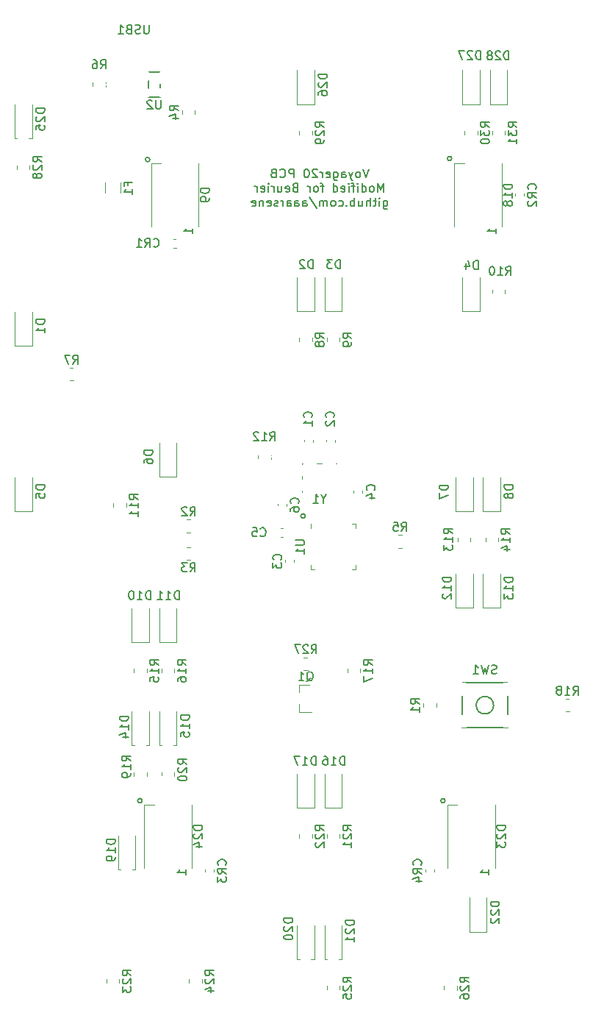
<source format=gbo>
G04 #@! TF.GenerationSoftware,KiCad,Pcbnew,(5.1.10)-1*
G04 #@! TF.CreationDate,2022-03-04T22:43:15+01:00*
G04 #@! TF.ProjectId,Voyager20,566f7961-6765-4723-9230-2e6b69636164,rev?*
G04 #@! TF.SameCoordinates,Original*
G04 #@! TF.FileFunction,Legend,Bot*
G04 #@! TF.FilePolarity,Positive*
%FSLAX46Y46*%
G04 Gerber Fmt 4.6, Leading zero omitted, Abs format (unit mm)*
G04 Created by KiCad (PCBNEW (5.1.10)-1) date 2022-03-04 22:43:15*
%MOMM*%
%LPD*%
G01*
G04 APERTURE LIST*
%ADD10C,0.150000*%
%ADD11C,0.200000*%
%ADD12C,0.120000*%
%ADD13C,2.150000*%
%ADD14C,2.305000*%
%ADD15C,2.650000*%
%ADD16C,4.387800*%
%ADD17O,1.400000X2.000000*%
%ADD18O,1.400000X2.500000*%
%ADD19C,1.050000*%
%ADD20C,3.448000*%
G04 APERTURE END LIST*
D10*
X81842857Y-25583630D02*
X81509523Y-26583630D01*
X81176190Y-25583630D01*
X80700000Y-26583630D02*
X80795238Y-26536011D01*
X80842857Y-26488392D01*
X80890476Y-26393154D01*
X80890476Y-26107440D01*
X80842857Y-26012202D01*
X80795238Y-25964583D01*
X80700000Y-25916964D01*
X80557142Y-25916964D01*
X80461904Y-25964583D01*
X80414285Y-26012202D01*
X80366666Y-26107440D01*
X80366666Y-26393154D01*
X80414285Y-26488392D01*
X80461904Y-26536011D01*
X80557142Y-26583630D01*
X80700000Y-26583630D01*
X80033333Y-25916964D02*
X79795238Y-26583630D01*
X79557142Y-25916964D02*
X79795238Y-26583630D01*
X79890476Y-26821726D01*
X79938095Y-26869345D01*
X80033333Y-26916964D01*
X78747619Y-26583630D02*
X78747619Y-26059821D01*
X78795238Y-25964583D01*
X78890476Y-25916964D01*
X79080952Y-25916964D01*
X79176190Y-25964583D01*
X78747619Y-26536011D02*
X78842857Y-26583630D01*
X79080952Y-26583630D01*
X79176190Y-26536011D01*
X79223809Y-26440773D01*
X79223809Y-26345535D01*
X79176190Y-26250297D01*
X79080952Y-26202678D01*
X78842857Y-26202678D01*
X78747619Y-26155059D01*
X77842857Y-25916964D02*
X77842857Y-26726488D01*
X77890476Y-26821726D01*
X77938095Y-26869345D01*
X78033333Y-26916964D01*
X78176190Y-26916964D01*
X78271428Y-26869345D01*
X77842857Y-26536011D02*
X77938095Y-26583630D01*
X78128571Y-26583630D01*
X78223809Y-26536011D01*
X78271428Y-26488392D01*
X78319047Y-26393154D01*
X78319047Y-26107440D01*
X78271428Y-26012202D01*
X78223809Y-25964583D01*
X78128571Y-25916964D01*
X77938095Y-25916964D01*
X77842857Y-25964583D01*
X76985714Y-26536011D02*
X77080952Y-26583630D01*
X77271428Y-26583630D01*
X77366666Y-26536011D01*
X77414285Y-26440773D01*
X77414285Y-26059821D01*
X77366666Y-25964583D01*
X77271428Y-25916964D01*
X77080952Y-25916964D01*
X76985714Y-25964583D01*
X76938095Y-26059821D01*
X76938095Y-26155059D01*
X77414285Y-26250297D01*
X76509523Y-26583630D02*
X76509523Y-25916964D01*
X76509523Y-26107440D02*
X76461904Y-26012202D01*
X76414285Y-25964583D01*
X76319047Y-25916964D01*
X76223809Y-25916964D01*
X75938095Y-25678869D02*
X75890476Y-25631250D01*
X75795238Y-25583630D01*
X75557142Y-25583630D01*
X75461904Y-25631250D01*
X75414285Y-25678869D01*
X75366666Y-25774107D01*
X75366666Y-25869345D01*
X75414285Y-26012202D01*
X75985714Y-26583630D01*
X75366666Y-26583630D01*
X74747619Y-25583630D02*
X74652380Y-25583630D01*
X74557142Y-25631250D01*
X74509523Y-25678869D01*
X74461904Y-25774107D01*
X74414285Y-25964583D01*
X74414285Y-26202678D01*
X74461904Y-26393154D01*
X74509523Y-26488392D01*
X74557142Y-26536011D01*
X74652380Y-26583630D01*
X74747619Y-26583630D01*
X74842857Y-26536011D01*
X74890476Y-26488392D01*
X74938095Y-26393154D01*
X74985714Y-26202678D01*
X74985714Y-25964583D01*
X74938095Y-25774107D01*
X74890476Y-25678869D01*
X74842857Y-25631250D01*
X74747619Y-25583630D01*
X73223809Y-26583630D02*
X73223809Y-25583630D01*
X72842857Y-25583630D01*
X72747619Y-25631250D01*
X72700000Y-25678869D01*
X72652380Y-25774107D01*
X72652380Y-25916964D01*
X72700000Y-26012202D01*
X72747619Y-26059821D01*
X72842857Y-26107440D01*
X73223809Y-26107440D01*
X71652380Y-26488392D02*
X71700000Y-26536011D01*
X71842857Y-26583630D01*
X71938095Y-26583630D01*
X72080952Y-26536011D01*
X72176190Y-26440773D01*
X72223809Y-26345535D01*
X72271428Y-26155059D01*
X72271428Y-26012202D01*
X72223809Y-25821726D01*
X72176190Y-25726488D01*
X72080952Y-25631250D01*
X71938095Y-25583630D01*
X71842857Y-25583630D01*
X71700000Y-25631250D01*
X71652380Y-25678869D01*
X70890476Y-26059821D02*
X70747619Y-26107440D01*
X70700000Y-26155059D01*
X70652380Y-26250297D01*
X70652380Y-26393154D01*
X70700000Y-26488392D01*
X70747619Y-26536011D01*
X70842857Y-26583630D01*
X71223809Y-26583630D01*
X71223809Y-25583630D01*
X70890476Y-25583630D01*
X70795238Y-25631250D01*
X70747619Y-25678869D01*
X70700000Y-25774107D01*
X70700000Y-25869345D01*
X70747619Y-25964583D01*
X70795238Y-26012202D01*
X70890476Y-26059821D01*
X71223809Y-26059821D01*
X83557142Y-28233630D02*
X83557142Y-27233630D01*
X83223809Y-27947916D01*
X82890476Y-27233630D01*
X82890476Y-28233630D01*
X82271428Y-28233630D02*
X82366666Y-28186011D01*
X82414285Y-28138392D01*
X82461904Y-28043154D01*
X82461904Y-27757440D01*
X82414285Y-27662202D01*
X82366666Y-27614583D01*
X82271428Y-27566964D01*
X82128571Y-27566964D01*
X82033333Y-27614583D01*
X81985714Y-27662202D01*
X81938095Y-27757440D01*
X81938095Y-28043154D01*
X81985714Y-28138392D01*
X82033333Y-28186011D01*
X82128571Y-28233630D01*
X82271428Y-28233630D01*
X81080952Y-28233630D02*
X81080952Y-27233630D01*
X81080952Y-28186011D02*
X81176190Y-28233630D01*
X81366666Y-28233630D01*
X81461904Y-28186011D01*
X81509523Y-28138392D01*
X81557142Y-28043154D01*
X81557142Y-27757440D01*
X81509523Y-27662202D01*
X81461904Y-27614583D01*
X81366666Y-27566964D01*
X81176190Y-27566964D01*
X81080952Y-27614583D01*
X80604761Y-28233630D02*
X80604761Y-27566964D01*
X80604761Y-27233630D02*
X80652380Y-27281250D01*
X80604761Y-27328869D01*
X80557142Y-27281250D01*
X80604761Y-27233630D01*
X80604761Y-27328869D01*
X80271428Y-27566964D02*
X79890476Y-27566964D01*
X80128571Y-28233630D02*
X80128571Y-27376488D01*
X80080952Y-27281250D01*
X79985714Y-27233630D01*
X79890476Y-27233630D01*
X79557142Y-28233630D02*
X79557142Y-27566964D01*
X79557142Y-27233630D02*
X79604761Y-27281250D01*
X79557142Y-27328869D01*
X79509523Y-27281250D01*
X79557142Y-27233630D01*
X79557142Y-27328869D01*
X78700000Y-28186011D02*
X78795238Y-28233630D01*
X78985714Y-28233630D01*
X79080952Y-28186011D01*
X79128571Y-28090773D01*
X79128571Y-27709821D01*
X79080952Y-27614583D01*
X78985714Y-27566964D01*
X78795238Y-27566964D01*
X78700000Y-27614583D01*
X78652380Y-27709821D01*
X78652380Y-27805059D01*
X79128571Y-27900297D01*
X77795238Y-28233630D02*
X77795238Y-27233630D01*
X77795238Y-28186011D02*
X77890476Y-28233630D01*
X78080952Y-28233630D01*
X78176190Y-28186011D01*
X78223809Y-28138392D01*
X78271428Y-28043154D01*
X78271428Y-27757440D01*
X78223809Y-27662202D01*
X78176190Y-27614583D01*
X78080952Y-27566964D01*
X77890476Y-27566964D01*
X77795238Y-27614583D01*
X76700000Y-27566964D02*
X76319047Y-27566964D01*
X76557142Y-28233630D02*
X76557142Y-27376488D01*
X76509523Y-27281250D01*
X76414285Y-27233630D01*
X76319047Y-27233630D01*
X75842857Y-28233630D02*
X75938095Y-28186011D01*
X75985714Y-28138392D01*
X76033333Y-28043154D01*
X76033333Y-27757440D01*
X75985714Y-27662202D01*
X75938095Y-27614583D01*
X75842857Y-27566964D01*
X75700000Y-27566964D01*
X75604761Y-27614583D01*
X75557142Y-27662202D01*
X75509523Y-27757440D01*
X75509523Y-28043154D01*
X75557142Y-28138392D01*
X75604761Y-28186011D01*
X75700000Y-28233630D01*
X75842857Y-28233630D01*
X75080952Y-28233630D02*
X75080952Y-27566964D01*
X75080952Y-27757440D02*
X75033333Y-27662202D01*
X74985714Y-27614583D01*
X74890476Y-27566964D01*
X74795238Y-27566964D01*
X73366666Y-27709821D02*
X73223809Y-27757440D01*
X73176190Y-27805059D01*
X73128571Y-27900297D01*
X73128571Y-28043154D01*
X73176190Y-28138392D01*
X73223809Y-28186011D01*
X73319047Y-28233630D01*
X73700000Y-28233630D01*
X73700000Y-27233630D01*
X73366666Y-27233630D01*
X73271428Y-27281250D01*
X73223809Y-27328869D01*
X73176190Y-27424107D01*
X73176190Y-27519345D01*
X73223809Y-27614583D01*
X73271428Y-27662202D01*
X73366666Y-27709821D01*
X73700000Y-27709821D01*
X72319047Y-28186011D02*
X72414285Y-28233630D01*
X72604761Y-28233630D01*
X72700000Y-28186011D01*
X72747619Y-28090773D01*
X72747619Y-27709821D01*
X72700000Y-27614583D01*
X72604761Y-27566964D01*
X72414285Y-27566964D01*
X72319047Y-27614583D01*
X72271428Y-27709821D01*
X72271428Y-27805059D01*
X72747619Y-27900297D01*
X71414285Y-27566964D02*
X71414285Y-28233630D01*
X71842857Y-27566964D02*
X71842857Y-28090773D01*
X71795238Y-28186011D01*
X71700000Y-28233630D01*
X71557142Y-28233630D01*
X71461904Y-28186011D01*
X71414285Y-28138392D01*
X70938095Y-28233630D02*
X70938095Y-27566964D01*
X70938095Y-27757440D02*
X70890476Y-27662202D01*
X70842857Y-27614583D01*
X70747619Y-27566964D01*
X70652380Y-27566964D01*
X70319047Y-28233630D02*
X70319047Y-27566964D01*
X70319047Y-27233630D02*
X70366666Y-27281250D01*
X70319047Y-27328869D01*
X70271428Y-27281250D01*
X70319047Y-27233630D01*
X70319047Y-27328869D01*
X69461904Y-28186011D02*
X69557142Y-28233630D01*
X69747619Y-28233630D01*
X69842857Y-28186011D01*
X69890476Y-28090773D01*
X69890476Y-27709821D01*
X69842857Y-27614583D01*
X69747619Y-27566964D01*
X69557142Y-27566964D01*
X69461904Y-27614583D01*
X69414285Y-27709821D01*
X69414285Y-27805059D01*
X69890476Y-27900297D01*
X68985714Y-28233630D02*
X68985714Y-27566964D01*
X68985714Y-27757440D02*
X68938095Y-27662202D01*
X68890476Y-27614583D01*
X68795238Y-27566964D01*
X68700000Y-27566964D01*
X83557142Y-29216964D02*
X83557142Y-30026488D01*
X83604761Y-30121726D01*
X83652380Y-30169345D01*
X83747619Y-30216964D01*
X83890476Y-30216964D01*
X83985714Y-30169345D01*
X83557142Y-29836011D02*
X83652380Y-29883630D01*
X83842857Y-29883630D01*
X83938095Y-29836011D01*
X83985714Y-29788392D01*
X84033333Y-29693154D01*
X84033333Y-29407440D01*
X83985714Y-29312202D01*
X83938095Y-29264583D01*
X83842857Y-29216964D01*
X83652380Y-29216964D01*
X83557142Y-29264583D01*
X83080952Y-29883630D02*
X83080952Y-29216964D01*
X83080952Y-28883630D02*
X83128571Y-28931250D01*
X83080952Y-28978869D01*
X83033333Y-28931250D01*
X83080952Y-28883630D01*
X83080952Y-28978869D01*
X82747619Y-29216964D02*
X82366666Y-29216964D01*
X82604761Y-28883630D02*
X82604761Y-29740773D01*
X82557142Y-29836011D01*
X82461904Y-29883630D01*
X82366666Y-29883630D01*
X82033333Y-29883630D02*
X82033333Y-28883630D01*
X81604761Y-29883630D02*
X81604761Y-29359821D01*
X81652380Y-29264583D01*
X81747619Y-29216964D01*
X81890476Y-29216964D01*
X81985714Y-29264583D01*
X82033333Y-29312202D01*
X80700000Y-29216964D02*
X80700000Y-29883630D01*
X81128571Y-29216964D02*
X81128571Y-29740773D01*
X81080952Y-29836011D01*
X80985714Y-29883630D01*
X80842857Y-29883630D01*
X80747619Y-29836011D01*
X80700000Y-29788392D01*
X80223809Y-29883630D02*
X80223809Y-28883630D01*
X80223809Y-29264583D02*
X80128571Y-29216964D01*
X79938095Y-29216964D01*
X79842857Y-29264583D01*
X79795238Y-29312202D01*
X79747619Y-29407440D01*
X79747619Y-29693154D01*
X79795238Y-29788392D01*
X79842857Y-29836011D01*
X79938095Y-29883630D01*
X80128571Y-29883630D01*
X80223809Y-29836011D01*
X79319047Y-29788392D02*
X79271428Y-29836011D01*
X79319047Y-29883630D01*
X79366666Y-29836011D01*
X79319047Y-29788392D01*
X79319047Y-29883630D01*
X78414285Y-29836011D02*
X78509523Y-29883630D01*
X78700000Y-29883630D01*
X78795238Y-29836011D01*
X78842857Y-29788392D01*
X78890476Y-29693154D01*
X78890476Y-29407440D01*
X78842857Y-29312202D01*
X78795238Y-29264583D01*
X78700000Y-29216964D01*
X78509523Y-29216964D01*
X78414285Y-29264583D01*
X77842857Y-29883630D02*
X77938095Y-29836011D01*
X77985714Y-29788392D01*
X78033333Y-29693154D01*
X78033333Y-29407440D01*
X77985714Y-29312202D01*
X77938095Y-29264583D01*
X77842857Y-29216964D01*
X77700000Y-29216964D01*
X77604761Y-29264583D01*
X77557142Y-29312202D01*
X77509523Y-29407440D01*
X77509523Y-29693154D01*
X77557142Y-29788392D01*
X77604761Y-29836011D01*
X77700000Y-29883630D01*
X77842857Y-29883630D01*
X77080952Y-29883630D02*
X77080952Y-29216964D01*
X77080952Y-29312202D02*
X77033333Y-29264583D01*
X76938095Y-29216964D01*
X76795238Y-29216964D01*
X76700000Y-29264583D01*
X76652380Y-29359821D01*
X76652380Y-29883630D01*
X76652380Y-29359821D02*
X76604761Y-29264583D01*
X76509523Y-29216964D01*
X76366666Y-29216964D01*
X76271428Y-29264583D01*
X76223809Y-29359821D01*
X76223809Y-29883630D01*
X75033333Y-28836011D02*
X75890476Y-30121726D01*
X74271428Y-29883630D02*
X74271428Y-29359821D01*
X74319047Y-29264583D01*
X74414285Y-29216964D01*
X74604761Y-29216964D01*
X74700000Y-29264583D01*
X74271428Y-29836011D02*
X74366666Y-29883630D01*
X74604761Y-29883630D01*
X74700000Y-29836011D01*
X74747619Y-29740773D01*
X74747619Y-29645535D01*
X74700000Y-29550297D01*
X74604761Y-29502678D01*
X74366666Y-29502678D01*
X74271428Y-29455059D01*
X73366666Y-29883630D02*
X73366666Y-29359821D01*
X73414285Y-29264583D01*
X73509523Y-29216964D01*
X73700000Y-29216964D01*
X73795238Y-29264583D01*
X73366666Y-29836011D02*
X73461904Y-29883630D01*
X73700000Y-29883630D01*
X73795238Y-29836011D01*
X73842857Y-29740773D01*
X73842857Y-29645535D01*
X73795238Y-29550297D01*
X73700000Y-29502678D01*
X73461904Y-29502678D01*
X73366666Y-29455059D01*
X72461904Y-29883630D02*
X72461904Y-29359821D01*
X72509523Y-29264583D01*
X72604761Y-29216964D01*
X72795238Y-29216964D01*
X72890476Y-29264583D01*
X72461904Y-29836011D02*
X72557142Y-29883630D01*
X72795238Y-29883630D01*
X72890476Y-29836011D01*
X72938095Y-29740773D01*
X72938095Y-29645535D01*
X72890476Y-29550297D01*
X72795238Y-29502678D01*
X72557142Y-29502678D01*
X72461904Y-29455059D01*
X71985714Y-29883630D02*
X71985714Y-29216964D01*
X71985714Y-29407440D02*
X71938095Y-29312202D01*
X71890476Y-29264583D01*
X71795238Y-29216964D01*
X71700000Y-29216964D01*
X71414285Y-29836011D02*
X71319047Y-29883630D01*
X71128571Y-29883630D01*
X71033333Y-29836011D01*
X70985714Y-29740773D01*
X70985714Y-29693154D01*
X71033333Y-29597916D01*
X71128571Y-29550297D01*
X71271428Y-29550297D01*
X71366666Y-29502678D01*
X71414285Y-29407440D01*
X71414285Y-29359821D01*
X71366666Y-29264583D01*
X71271428Y-29216964D01*
X71128571Y-29216964D01*
X71033333Y-29264583D01*
X70176190Y-29836011D02*
X70271428Y-29883630D01*
X70461904Y-29883630D01*
X70557142Y-29836011D01*
X70604761Y-29740773D01*
X70604761Y-29359821D01*
X70557142Y-29264583D01*
X70461904Y-29216964D01*
X70271428Y-29216964D01*
X70176190Y-29264583D01*
X70128571Y-29359821D01*
X70128571Y-29455059D01*
X70604761Y-29550297D01*
X69700000Y-29216964D02*
X69700000Y-29883630D01*
X69700000Y-29312202D02*
X69652380Y-29264583D01*
X69557142Y-29216964D01*
X69414285Y-29216964D01*
X69319047Y-29264583D01*
X69271428Y-29359821D01*
X69271428Y-29883630D01*
X68414285Y-29836011D02*
X68509523Y-29883630D01*
X68700000Y-29883630D01*
X68795238Y-29836011D01*
X68842857Y-29740773D01*
X68842857Y-29359821D01*
X68795238Y-29264583D01*
X68700000Y-29216964D01*
X68509523Y-29216964D01*
X68414285Y-29264583D01*
X68366666Y-29359821D01*
X68366666Y-29455059D01*
X68842857Y-29550297D01*
D11*
X55753000Y-98298000D02*
G75*
G03*
X55753000Y-98298000I-254000J0D01*
G01*
X90678000Y-98298000D02*
G75*
G03*
X90678000Y-98298000I-254000J0D01*
G01*
X91440000Y-24384000D02*
G75*
G03*
X91440000Y-24384000I-254000J0D01*
G01*
X56642000Y-24511000D02*
G75*
G03*
X56642000Y-24511000I-254000J0D01*
G01*
X74549000Y-65532000D02*
G75*
G03*
X74549000Y-65532000I-254000J0D01*
G01*
D12*
X53297500Y-28383314D02*
X53297500Y-27179186D01*
X51477500Y-28383314D02*
X51477500Y-27179186D01*
X74200000Y-62768750D02*
X74200000Y-59468750D01*
X74200000Y-59468750D02*
X78200000Y-59468750D01*
X75177500Y-71191250D02*
X75177500Y-71666250D01*
X75177500Y-71666250D02*
X75652500Y-71666250D01*
X80397500Y-66921250D02*
X80397500Y-66446250D01*
X80397500Y-66446250D02*
X79922500Y-66446250D01*
X80397500Y-71191250D02*
X80397500Y-71666250D01*
X80397500Y-71666250D02*
X79922500Y-71666250D01*
X75177500Y-66921250D02*
X75177500Y-66446250D01*
X97572500Y-21658314D02*
X97572500Y-21204186D01*
X96102500Y-21658314D02*
X96102500Y-21204186D01*
X94397500Y-21658314D02*
X94397500Y-21204186D01*
X92927500Y-21658314D02*
X92927500Y-21204186D01*
X75347500Y-21658314D02*
X75347500Y-21204186D01*
X73877500Y-21658314D02*
X73877500Y-21204186D01*
X42803750Y-25627064D02*
X42803750Y-25172936D01*
X41333750Y-25627064D02*
X41333750Y-25172936D01*
X74839564Y-81815000D02*
X74385436Y-81815000D01*
X74839564Y-83285000D02*
X74385436Y-83285000D01*
X92016250Y-120083314D02*
X92016250Y-119629186D01*
X90546250Y-120083314D02*
X90546250Y-119629186D01*
X78522500Y-120083314D02*
X78522500Y-119629186D01*
X77052500Y-120083314D02*
X77052500Y-119629186D01*
X62647500Y-119289564D02*
X62647500Y-118835436D01*
X61177500Y-119289564D02*
X61177500Y-118835436D01*
X53122500Y-119289564D02*
X53122500Y-118835436D01*
X51652500Y-119289564D02*
X51652500Y-118835436D01*
X75347500Y-102620814D02*
X75347500Y-102166686D01*
X73877500Y-102620814D02*
X73877500Y-102166686D01*
X78522500Y-102620814D02*
X78522500Y-102166686D01*
X77052500Y-102620814D02*
X77052500Y-102166686D01*
X59472500Y-95477064D02*
X59472500Y-95022936D01*
X58002500Y-95477064D02*
X58002500Y-95022936D01*
X56297500Y-95477064D02*
X56297500Y-95022936D01*
X54827500Y-95477064D02*
X54827500Y-95022936D01*
X105002064Y-86577500D02*
X104547936Y-86577500D01*
X105002064Y-88047500D02*
X104547936Y-88047500D01*
X80903750Y-83570814D02*
X80903750Y-83116686D01*
X79433750Y-83570814D02*
X79433750Y-83116686D01*
X59472500Y-83570814D02*
X59472500Y-83116686D01*
X58002500Y-83570814D02*
X58002500Y-83116686D01*
X56297500Y-83570814D02*
X56297500Y-83116686D01*
X54827500Y-83570814D02*
X54827500Y-83116686D01*
X96778750Y-68489564D02*
X96778750Y-68035436D01*
X95308750Y-68489564D02*
X95308750Y-68035436D01*
X93603750Y-68489564D02*
X93603750Y-68035436D01*
X92133750Y-68489564D02*
X92133750Y-68035436D01*
X70585000Y-58964564D02*
X70585000Y-58510436D01*
X69115000Y-58964564D02*
X69115000Y-58510436D01*
X53916250Y-64520814D02*
X53916250Y-64066686D01*
X52446250Y-64520814D02*
X52446250Y-64066686D01*
X97572500Y-39914564D02*
X97572500Y-39460436D01*
X96102500Y-39914564D02*
X96102500Y-39460436D01*
X78522500Y-45470814D02*
X78522500Y-45016686D01*
X77052500Y-45470814D02*
X77052500Y-45016686D01*
X75347500Y-45470814D02*
X75347500Y-45016686D01*
X73877500Y-45470814D02*
X73877500Y-45016686D01*
X47852064Y-48477500D02*
X47397936Y-48477500D01*
X47852064Y-49947500D02*
X47397936Y-49947500D01*
X50065000Y-15647936D02*
X50065000Y-16102064D01*
X51535000Y-15647936D02*
X51535000Y-16102064D01*
X85698064Y-67718000D02*
X85243936Y-67718000D01*
X85698064Y-69188000D02*
X85243936Y-69188000D01*
X60383750Y-18822936D02*
X60383750Y-19277064D01*
X61853750Y-18822936D02*
X61853750Y-19277064D01*
X60891686Y-70585000D02*
X61345814Y-70585000D01*
X60891686Y-69115000D02*
X61345814Y-69115000D01*
X61345814Y-65940000D02*
X60891686Y-65940000D01*
X61345814Y-67410000D02*
X60891686Y-67410000D01*
X88165000Y-87085436D02*
X88165000Y-87539564D01*
X89635000Y-87085436D02*
X89635000Y-87539564D01*
X73852500Y-88098750D02*
X73852500Y-87168750D01*
X73852500Y-84938750D02*
X73852500Y-85868750D01*
X73852500Y-84938750D02*
X76012500Y-84938750D01*
X73852500Y-88098750D02*
X75312500Y-88098750D01*
X97837500Y-18125000D02*
X95837500Y-18125000D01*
X95837500Y-18125000D02*
X95837500Y-14225000D01*
X97837500Y-18125000D02*
X97837500Y-14225000D01*
X94662500Y-18125000D02*
X92662500Y-18125000D01*
X92662500Y-18125000D02*
X92662500Y-14225000D01*
X94662500Y-18125000D02*
X94662500Y-14225000D01*
X75612500Y-18125000D02*
X73612500Y-18125000D01*
X73612500Y-18125000D02*
X73612500Y-14225000D01*
X75612500Y-18125000D02*
X75612500Y-14225000D01*
X43068750Y-22093750D02*
X41068750Y-22093750D01*
X41068750Y-22093750D02*
X41068750Y-18193750D01*
X43068750Y-22093750D02*
X43068750Y-18193750D01*
X61487500Y-106043750D02*
X61487500Y-98743750D01*
X55987500Y-106043750D02*
X55987500Y-98743750D01*
X55987500Y-98743750D02*
X57137500Y-98743750D01*
X96412500Y-106043750D02*
X96412500Y-98743750D01*
X90912500Y-106043750D02*
X90912500Y-98743750D01*
X90912500Y-98743750D02*
X92062500Y-98743750D01*
X95456250Y-113375000D02*
X93456250Y-113375000D01*
X93456250Y-113375000D02*
X93456250Y-109475000D01*
X95456250Y-113375000D02*
X95456250Y-109475000D01*
X78787500Y-116550000D02*
X76787500Y-116550000D01*
X76787500Y-116550000D02*
X76787500Y-112650000D01*
X78787500Y-116550000D02*
X78787500Y-112650000D01*
X75612500Y-116550000D02*
X73612500Y-116550000D01*
X73612500Y-116550000D02*
X73612500Y-112650000D01*
X75612500Y-116550000D02*
X75612500Y-112650000D01*
X54975000Y-106231250D02*
X52975000Y-106231250D01*
X52975000Y-106231250D02*
X52975000Y-102331250D01*
X54975000Y-106231250D02*
X54975000Y-102331250D01*
X97206250Y-32225000D02*
X97206250Y-24925000D01*
X91706250Y-32225000D02*
X91706250Y-24925000D01*
X91706250Y-24925000D02*
X92856250Y-24925000D01*
X75612500Y-99087500D02*
X73612500Y-99087500D01*
X73612500Y-99087500D02*
X73612500Y-95187500D01*
X75612500Y-99087500D02*
X75612500Y-95187500D01*
X78787500Y-99087500D02*
X76787500Y-99087500D01*
X76787500Y-99087500D02*
X76787500Y-95187500D01*
X78787500Y-99087500D02*
X78787500Y-95187500D01*
X59737500Y-91943750D02*
X57737500Y-91943750D01*
X57737500Y-91943750D02*
X57737500Y-88043750D01*
X59737500Y-91943750D02*
X59737500Y-88043750D01*
X56562500Y-91943750D02*
X54562500Y-91943750D01*
X54562500Y-91943750D02*
X54562500Y-88043750D01*
X56562500Y-91943750D02*
X56562500Y-88043750D01*
X97043750Y-76068750D02*
X95043750Y-76068750D01*
X95043750Y-76068750D02*
X95043750Y-72168750D01*
X97043750Y-76068750D02*
X97043750Y-72168750D01*
X93868750Y-76068750D02*
X91868750Y-76068750D01*
X91868750Y-76068750D02*
X91868750Y-72168750D01*
X93868750Y-76068750D02*
X93868750Y-72168750D01*
X59737500Y-80037500D02*
X57737500Y-80037500D01*
X57737500Y-80037500D02*
X57737500Y-76137500D01*
X59737500Y-80037500D02*
X59737500Y-76137500D01*
X56562500Y-80037500D02*
X54562500Y-80037500D01*
X54562500Y-80037500D02*
X54562500Y-76137500D01*
X56562500Y-80037500D02*
X56562500Y-76137500D01*
X62281250Y-32225000D02*
X62281250Y-24925000D01*
X56781250Y-32225000D02*
X56781250Y-24925000D01*
X56781250Y-24925000D02*
X57931250Y-24925000D01*
X97043750Y-64956250D02*
X95043750Y-64956250D01*
X95043750Y-64956250D02*
X95043750Y-61056250D01*
X97043750Y-64956250D02*
X97043750Y-61056250D01*
X93868750Y-64956250D02*
X91868750Y-64956250D01*
X91868750Y-64956250D02*
X91868750Y-61056250D01*
X93868750Y-64956250D02*
X93868750Y-61056250D01*
X59737500Y-60987500D02*
X57737500Y-60987500D01*
X57737500Y-60987500D02*
X57737500Y-57087500D01*
X59737500Y-60987500D02*
X59737500Y-57087500D01*
X43068750Y-64956250D02*
X41068750Y-64956250D01*
X41068750Y-64956250D02*
X41068750Y-61056250D01*
X43068750Y-64956250D02*
X43068750Y-61056250D01*
X94662500Y-41937500D02*
X92662500Y-41937500D01*
X92662500Y-41937500D02*
X92662500Y-38037500D01*
X94662500Y-41937500D02*
X94662500Y-38037500D01*
X78787500Y-41937500D02*
X76787500Y-41937500D01*
X76787500Y-41937500D02*
X76787500Y-38037500D01*
X78787500Y-41937500D02*
X78787500Y-38037500D01*
X75612500Y-41937500D02*
X73612500Y-41937500D01*
X73612500Y-41937500D02*
X73612500Y-38037500D01*
X75612500Y-41937500D02*
X75612500Y-38037500D01*
X43068750Y-45906250D02*
X41068750Y-45906250D01*
X41068750Y-45906250D02*
X41068750Y-42006250D01*
X43068750Y-45906250D02*
X43068750Y-42006250D01*
X75440000Y-57036580D02*
X75440000Y-56755420D01*
X74420000Y-57036580D02*
X74420000Y-56755420D01*
X77980000Y-57036580D02*
X77980000Y-56755420D01*
X76960000Y-57036580D02*
X76960000Y-56755420D01*
X73281000Y-70879580D02*
X73281000Y-70598420D01*
X72261000Y-70879580D02*
X72261000Y-70598420D01*
X81155000Y-62878580D02*
X81155000Y-62597420D01*
X80135000Y-62878580D02*
X80135000Y-62597420D01*
X72022580Y-66927000D02*
X71741420Y-66927000D01*
X72022580Y-67947000D02*
X71741420Y-67947000D01*
X72392000Y-64402580D02*
X72392000Y-64121420D01*
X71372000Y-64402580D02*
X71372000Y-64121420D01*
X59671830Y-33621250D02*
X59390670Y-33621250D01*
X59671830Y-34641250D02*
X59390670Y-34641250D01*
X99728750Y-28715580D02*
X99728750Y-28434420D01*
X98708750Y-28715580D02*
X98708750Y-28434420D01*
X64010000Y-106503080D02*
X64010000Y-106221920D01*
X62990000Y-106503080D02*
X62990000Y-106221920D01*
X89410000Y-106503080D02*
X89410000Y-106221920D01*
X88390000Y-106503080D02*
X88390000Y-106221920D01*
D10*
X92650000Y-89912500D02*
X97850000Y-89912500D01*
X97850000Y-89912500D02*
X97850000Y-84712500D01*
X97850000Y-84712500D02*
X92650000Y-84712500D01*
X92650000Y-84712500D02*
X92650000Y-89912500D01*
X96250000Y-87312500D02*
G75*
G03*
X96250000Y-87312500I-1000000J0D01*
G01*
X56500000Y-14425000D02*
X56500000Y-17325000D01*
X56500000Y-14425000D02*
X57800000Y-14425000D01*
X57800000Y-14425000D02*
X57800000Y-17325000D01*
X57800000Y-17325000D02*
X56500000Y-17325000D01*
X54136071Y-27447916D02*
X54136071Y-27114583D01*
X54659880Y-27114583D02*
X53659880Y-27114583D01*
X53659880Y-27590773D01*
X54659880Y-28495535D02*
X54659880Y-27924107D01*
X54659880Y-28209821D02*
X53659880Y-28209821D01*
X53802738Y-28114583D01*
X53897976Y-28019345D01*
X53945595Y-27924107D01*
X76676190Y-63544940D02*
X76676190Y-64021130D01*
X77009523Y-63021130D02*
X76676190Y-63544940D01*
X76342857Y-63021130D01*
X75485714Y-64021130D02*
X76057142Y-64021130D01*
X75771428Y-64021130D02*
X75771428Y-63021130D01*
X75866666Y-63163988D01*
X75961904Y-63259226D01*
X76057142Y-63306845D01*
X73439880Y-68294345D02*
X74249404Y-68294345D01*
X74344642Y-68341964D01*
X74392261Y-68389583D01*
X74439880Y-68484821D01*
X74439880Y-68675297D01*
X74392261Y-68770535D01*
X74344642Y-68818154D01*
X74249404Y-68865773D01*
X73439880Y-68865773D01*
X74439880Y-69865773D02*
X74439880Y-69294345D01*
X74439880Y-69580059D02*
X73439880Y-69580059D01*
X73582738Y-69484821D01*
X73677976Y-69389583D01*
X73725595Y-69294345D01*
X98939880Y-20788392D02*
X98463690Y-20455059D01*
X98939880Y-20216964D02*
X97939880Y-20216964D01*
X97939880Y-20597916D01*
X97987500Y-20693154D01*
X98035119Y-20740773D01*
X98130357Y-20788392D01*
X98273214Y-20788392D01*
X98368452Y-20740773D01*
X98416071Y-20693154D01*
X98463690Y-20597916D01*
X98463690Y-20216964D01*
X97939880Y-21121726D02*
X97939880Y-21740773D01*
X98320833Y-21407440D01*
X98320833Y-21550297D01*
X98368452Y-21645535D01*
X98416071Y-21693154D01*
X98511309Y-21740773D01*
X98749404Y-21740773D01*
X98844642Y-21693154D01*
X98892261Y-21645535D01*
X98939880Y-21550297D01*
X98939880Y-21264583D01*
X98892261Y-21169345D01*
X98844642Y-21121726D01*
X98939880Y-22693154D02*
X98939880Y-22121726D01*
X98939880Y-22407440D02*
X97939880Y-22407440D01*
X98082738Y-22312202D01*
X98177976Y-22216964D01*
X98225595Y-22121726D01*
X95764880Y-20788392D02*
X95288690Y-20455059D01*
X95764880Y-20216964D02*
X94764880Y-20216964D01*
X94764880Y-20597916D01*
X94812500Y-20693154D01*
X94860119Y-20740773D01*
X94955357Y-20788392D01*
X95098214Y-20788392D01*
X95193452Y-20740773D01*
X95241071Y-20693154D01*
X95288690Y-20597916D01*
X95288690Y-20216964D01*
X94764880Y-21121726D02*
X94764880Y-21740773D01*
X95145833Y-21407440D01*
X95145833Y-21550297D01*
X95193452Y-21645535D01*
X95241071Y-21693154D01*
X95336309Y-21740773D01*
X95574404Y-21740773D01*
X95669642Y-21693154D01*
X95717261Y-21645535D01*
X95764880Y-21550297D01*
X95764880Y-21264583D01*
X95717261Y-21169345D01*
X95669642Y-21121726D01*
X94764880Y-22359821D02*
X94764880Y-22455059D01*
X94812500Y-22550297D01*
X94860119Y-22597916D01*
X94955357Y-22645535D01*
X95145833Y-22693154D01*
X95383928Y-22693154D01*
X95574404Y-22645535D01*
X95669642Y-22597916D01*
X95717261Y-22550297D01*
X95764880Y-22455059D01*
X95764880Y-22359821D01*
X95717261Y-22264583D01*
X95669642Y-22216964D01*
X95574404Y-22169345D01*
X95383928Y-22121726D01*
X95145833Y-22121726D01*
X94955357Y-22169345D01*
X94860119Y-22216964D01*
X94812500Y-22264583D01*
X94764880Y-22359821D01*
X76714880Y-20788392D02*
X76238690Y-20455059D01*
X76714880Y-20216964D02*
X75714880Y-20216964D01*
X75714880Y-20597916D01*
X75762500Y-20693154D01*
X75810119Y-20740773D01*
X75905357Y-20788392D01*
X76048214Y-20788392D01*
X76143452Y-20740773D01*
X76191071Y-20693154D01*
X76238690Y-20597916D01*
X76238690Y-20216964D01*
X75810119Y-21169345D02*
X75762500Y-21216964D01*
X75714880Y-21312202D01*
X75714880Y-21550297D01*
X75762500Y-21645535D01*
X75810119Y-21693154D01*
X75905357Y-21740773D01*
X76000595Y-21740773D01*
X76143452Y-21693154D01*
X76714880Y-21121726D01*
X76714880Y-21740773D01*
X76714880Y-22216964D02*
X76714880Y-22407440D01*
X76667261Y-22502678D01*
X76619642Y-22550297D01*
X76476785Y-22645535D01*
X76286309Y-22693154D01*
X75905357Y-22693154D01*
X75810119Y-22645535D01*
X75762500Y-22597916D01*
X75714880Y-22502678D01*
X75714880Y-22312202D01*
X75762500Y-22216964D01*
X75810119Y-22169345D01*
X75905357Y-22121726D01*
X76143452Y-22121726D01*
X76238690Y-22169345D01*
X76286309Y-22216964D01*
X76333928Y-22312202D01*
X76333928Y-22502678D01*
X76286309Y-22597916D01*
X76238690Y-22645535D01*
X76143452Y-22693154D01*
X44171130Y-24757142D02*
X43694940Y-24423809D01*
X44171130Y-24185714D02*
X43171130Y-24185714D01*
X43171130Y-24566666D01*
X43218750Y-24661904D01*
X43266369Y-24709523D01*
X43361607Y-24757142D01*
X43504464Y-24757142D01*
X43599702Y-24709523D01*
X43647321Y-24661904D01*
X43694940Y-24566666D01*
X43694940Y-24185714D01*
X43266369Y-25138095D02*
X43218750Y-25185714D01*
X43171130Y-25280952D01*
X43171130Y-25519047D01*
X43218750Y-25614285D01*
X43266369Y-25661904D01*
X43361607Y-25709523D01*
X43456845Y-25709523D01*
X43599702Y-25661904D01*
X44171130Y-25090476D01*
X44171130Y-25709523D01*
X43599702Y-26280952D02*
X43552083Y-26185714D01*
X43504464Y-26138095D01*
X43409226Y-26090476D01*
X43361607Y-26090476D01*
X43266369Y-26138095D01*
X43218750Y-26185714D01*
X43171130Y-26280952D01*
X43171130Y-26471428D01*
X43218750Y-26566666D01*
X43266369Y-26614285D01*
X43361607Y-26661904D01*
X43409226Y-26661904D01*
X43504464Y-26614285D01*
X43552083Y-26566666D01*
X43599702Y-26471428D01*
X43599702Y-26280952D01*
X43647321Y-26185714D01*
X43694940Y-26138095D01*
X43790178Y-26090476D01*
X43980654Y-26090476D01*
X44075892Y-26138095D01*
X44123511Y-26185714D01*
X44171130Y-26280952D01*
X44171130Y-26471428D01*
X44123511Y-26566666D01*
X44075892Y-26614285D01*
X43980654Y-26661904D01*
X43790178Y-26661904D01*
X43694940Y-26614285D01*
X43647321Y-26566666D01*
X43599702Y-26471428D01*
X75255357Y-81352380D02*
X75588690Y-80876190D01*
X75826785Y-81352380D02*
X75826785Y-80352380D01*
X75445833Y-80352380D01*
X75350595Y-80400000D01*
X75302976Y-80447619D01*
X75255357Y-80542857D01*
X75255357Y-80685714D01*
X75302976Y-80780952D01*
X75350595Y-80828571D01*
X75445833Y-80876190D01*
X75826785Y-80876190D01*
X74874404Y-80447619D02*
X74826785Y-80400000D01*
X74731547Y-80352380D01*
X74493452Y-80352380D01*
X74398214Y-80400000D01*
X74350595Y-80447619D01*
X74302976Y-80542857D01*
X74302976Y-80638095D01*
X74350595Y-80780952D01*
X74922023Y-81352380D01*
X74302976Y-81352380D01*
X73969642Y-80352380D02*
X73302976Y-80352380D01*
X73731547Y-81352380D01*
X93383630Y-119213392D02*
X92907440Y-118880059D01*
X93383630Y-118641964D02*
X92383630Y-118641964D01*
X92383630Y-119022916D01*
X92431250Y-119118154D01*
X92478869Y-119165773D01*
X92574107Y-119213392D01*
X92716964Y-119213392D01*
X92812202Y-119165773D01*
X92859821Y-119118154D01*
X92907440Y-119022916D01*
X92907440Y-118641964D01*
X92478869Y-119594345D02*
X92431250Y-119641964D01*
X92383630Y-119737202D01*
X92383630Y-119975297D01*
X92431250Y-120070535D01*
X92478869Y-120118154D01*
X92574107Y-120165773D01*
X92669345Y-120165773D01*
X92812202Y-120118154D01*
X93383630Y-119546726D01*
X93383630Y-120165773D01*
X92383630Y-121022916D02*
X92383630Y-120832440D01*
X92431250Y-120737202D01*
X92478869Y-120689583D01*
X92621726Y-120594345D01*
X92812202Y-120546726D01*
X93193154Y-120546726D01*
X93288392Y-120594345D01*
X93336011Y-120641964D01*
X93383630Y-120737202D01*
X93383630Y-120927678D01*
X93336011Y-121022916D01*
X93288392Y-121070535D01*
X93193154Y-121118154D01*
X92955059Y-121118154D01*
X92859821Y-121070535D01*
X92812202Y-121022916D01*
X92764583Y-120927678D01*
X92764583Y-120737202D01*
X92812202Y-120641964D01*
X92859821Y-120594345D01*
X92955059Y-120546726D01*
X79889880Y-119213392D02*
X79413690Y-118880059D01*
X79889880Y-118641964D02*
X78889880Y-118641964D01*
X78889880Y-119022916D01*
X78937500Y-119118154D01*
X78985119Y-119165773D01*
X79080357Y-119213392D01*
X79223214Y-119213392D01*
X79318452Y-119165773D01*
X79366071Y-119118154D01*
X79413690Y-119022916D01*
X79413690Y-118641964D01*
X78985119Y-119594345D02*
X78937500Y-119641964D01*
X78889880Y-119737202D01*
X78889880Y-119975297D01*
X78937500Y-120070535D01*
X78985119Y-120118154D01*
X79080357Y-120165773D01*
X79175595Y-120165773D01*
X79318452Y-120118154D01*
X79889880Y-119546726D01*
X79889880Y-120165773D01*
X78889880Y-121070535D02*
X78889880Y-120594345D01*
X79366071Y-120546726D01*
X79318452Y-120594345D01*
X79270833Y-120689583D01*
X79270833Y-120927678D01*
X79318452Y-121022916D01*
X79366071Y-121070535D01*
X79461309Y-121118154D01*
X79699404Y-121118154D01*
X79794642Y-121070535D01*
X79842261Y-121022916D01*
X79889880Y-120927678D01*
X79889880Y-120689583D01*
X79842261Y-120594345D01*
X79794642Y-120546726D01*
X64014880Y-118419642D02*
X63538690Y-118086309D01*
X64014880Y-117848214D02*
X63014880Y-117848214D01*
X63014880Y-118229166D01*
X63062500Y-118324404D01*
X63110119Y-118372023D01*
X63205357Y-118419642D01*
X63348214Y-118419642D01*
X63443452Y-118372023D01*
X63491071Y-118324404D01*
X63538690Y-118229166D01*
X63538690Y-117848214D01*
X63110119Y-118800595D02*
X63062500Y-118848214D01*
X63014880Y-118943452D01*
X63014880Y-119181547D01*
X63062500Y-119276785D01*
X63110119Y-119324404D01*
X63205357Y-119372023D01*
X63300595Y-119372023D01*
X63443452Y-119324404D01*
X64014880Y-118752976D01*
X64014880Y-119372023D01*
X63348214Y-120229166D02*
X64014880Y-120229166D01*
X62967261Y-119991071D02*
X63681547Y-119752976D01*
X63681547Y-120372023D01*
X54489880Y-118419642D02*
X54013690Y-118086309D01*
X54489880Y-117848214D02*
X53489880Y-117848214D01*
X53489880Y-118229166D01*
X53537500Y-118324404D01*
X53585119Y-118372023D01*
X53680357Y-118419642D01*
X53823214Y-118419642D01*
X53918452Y-118372023D01*
X53966071Y-118324404D01*
X54013690Y-118229166D01*
X54013690Y-117848214D01*
X53585119Y-118800595D02*
X53537500Y-118848214D01*
X53489880Y-118943452D01*
X53489880Y-119181547D01*
X53537500Y-119276785D01*
X53585119Y-119324404D01*
X53680357Y-119372023D01*
X53775595Y-119372023D01*
X53918452Y-119324404D01*
X54489880Y-118752976D01*
X54489880Y-119372023D01*
X53489880Y-119705357D02*
X53489880Y-120324404D01*
X53870833Y-119991071D01*
X53870833Y-120133928D01*
X53918452Y-120229166D01*
X53966071Y-120276785D01*
X54061309Y-120324404D01*
X54299404Y-120324404D01*
X54394642Y-120276785D01*
X54442261Y-120229166D01*
X54489880Y-120133928D01*
X54489880Y-119848214D01*
X54442261Y-119752976D01*
X54394642Y-119705357D01*
X76714880Y-101750892D02*
X76238690Y-101417559D01*
X76714880Y-101179464D02*
X75714880Y-101179464D01*
X75714880Y-101560416D01*
X75762500Y-101655654D01*
X75810119Y-101703273D01*
X75905357Y-101750892D01*
X76048214Y-101750892D01*
X76143452Y-101703273D01*
X76191071Y-101655654D01*
X76238690Y-101560416D01*
X76238690Y-101179464D01*
X75810119Y-102131845D02*
X75762500Y-102179464D01*
X75714880Y-102274702D01*
X75714880Y-102512797D01*
X75762500Y-102608035D01*
X75810119Y-102655654D01*
X75905357Y-102703273D01*
X76000595Y-102703273D01*
X76143452Y-102655654D01*
X76714880Y-102084226D01*
X76714880Y-102703273D01*
X75810119Y-103084226D02*
X75762500Y-103131845D01*
X75714880Y-103227083D01*
X75714880Y-103465178D01*
X75762500Y-103560416D01*
X75810119Y-103608035D01*
X75905357Y-103655654D01*
X76000595Y-103655654D01*
X76143452Y-103608035D01*
X76714880Y-103036607D01*
X76714880Y-103655654D01*
X79889880Y-101750892D02*
X79413690Y-101417559D01*
X79889880Y-101179464D02*
X78889880Y-101179464D01*
X78889880Y-101560416D01*
X78937500Y-101655654D01*
X78985119Y-101703273D01*
X79080357Y-101750892D01*
X79223214Y-101750892D01*
X79318452Y-101703273D01*
X79366071Y-101655654D01*
X79413690Y-101560416D01*
X79413690Y-101179464D01*
X78985119Y-102131845D02*
X78937500Y-102179464D01*
X78889880Y-102274702D01*
X78889880Y-102512797D01*
X78937500Y-102608035D01*
X78985119Y-102655654D01*
X79080357Y-102703273D01*
X79175595Y-102703273D01*
X79318452Y-102655654D01*
X79889880Y-102084226D01*
X79889880Y-102703273D01*
X79889880Y-103655654D02*
X79889880Y-103084226D01*
X79889880Y-103369940D02*
X78889880Y-103369940D01*
X79032738Y-103274702D01*
X79127976Y-103179464D01*
X79175595Y-103084226D01*
X60904380Y-94099142D02*
X60428190Y-93765809D01*
X60904380Y-93527714D02*
X59904380Y-93527714D01*
X59904380Y-93908666D01*
X59952000Y-94003904D01*
X59999619Y-94051523D01*
X60094857Y-94099142D01*
X60237714Y-94099142D01*
X60332952Y-94051523D01*
X60380571Y-94003904D01*
X60428190Y-93908666D01*
X60428190Y-93527714D01*
X59999619Y-94480095D02*
X59952000Y-94527714D01*
X59904380Y-94622952D01*
X59904380Y-94861047D01*
X59952000Y-94956285D01*
X59999619Y-95003904D01*
X60094857Y-95051523D01*
X60190095Y-95051523D01*
X60332952Y-95003904D01*
X60904380Y-94432476D01*
X60904380Y-95051523D01*
X59904380Y-95670571D02*
X59904380Y-95765809D01*
X59952000Y-95861047D01*
X59999619Y-95908666D01*
X60094857Y-95956285D01*
X60285333Y-96003904D01*
X60523428Y-96003904D01*
X60713904Y-95956285D01*
X60809142Y-95908666D01*
X60856761Y-95861047D01*
X60904380Y-95765809D01*
X60904380Y-95670571D01*
X60856761Y-95575333D01*
X60809142Y-95527714D01*
X60713904Y-95480095D01*
X60523428Y-95432476D01*
X60285333Y-95432476D01*
X60094857Y-95480095D01*
X59999619Y-95527714D01*
X59952000Y-95575333D01*
X59904380Y-95670571D01*
X54427380Y-93718142D02*
X53951190Y-93384809D01*
X54427380Y-93146714D02*
X53427380Y-93146714D01*
X53427380Y-93527666D01*
X53475000Y-93622904D01*
X53522619Y-93670523D01*
X53617857Y-93718142D01*
X53760714Y-93718142D01*
X53855952Y-93670523D01*
X53903571Y-93622904D01*
X53951190Y-93527666D01*
X53951190Y-93146714D01*
X54427380Y-94670523D02*
X54427380Y-94099095D01*
X54427380Y-94384809D02*
X53427380Y-94384809D01*
X53570238Y-94289571D01*
X53665476Y-94194333D01*
X53713095Y-94099095D01*
X54427380Y-95146714D02*
X54427380Y-95337190D01*
X54379761Y-95432428D01*
X54332142Y-95480047D01*
X54189285Y-95575285D01*
X53998809Y-95622904D01*
X53617857Y-95622904D01*
X53522619Y-95575285D01*
X53475000Y-95527666D01*
X53427380Y-95432428D01*
X53427380Y-95241952D01*
X53475000Y-95146714D01*
X53522619Y-95099095D01*
X53617857Y-95051476D01*
X53855952Y-95051476D01*
X53951190Y-95099095D01*
X53998809Y-95146714D01*
X54046428Y-95241952D01*
X54046428Y-95432428D01*
X53998809Y-95527666D01*
X53951190Y-95575285D01*
X53855952Y-95622904D01*
X105417857Y-86114880D02*
X105751190Y-85638690D01*
X105989285Y-86114880D02*
X105989285Y-85114880D01*
X105608333Y-85114880D01*
X105513095Y-85162500D01*
X105465476Y-85210119D01*
X105417857Y-85305357D01*
X105417857Y-85448214D01*
X105465476Y-85543452D01*
X105513095Y-85591071D01*
X105608333Y-85638690D01*
X105989285Y-85638690D01*
X104465476Y-86114880D02*
X105036904Y-86114880D01*
X104751190Y-86114880D02*
X104751190Y-85114880D01*
X104846428Y-85257738D01*
X104941666Y-85352976D01*
X105036904Y-85400595D01*
X103894047Y-85543452D02*
X103989285Y-85495833D01*
X104036904Y-85448214D01*
X104084523Y-85352976D01*
X104084523Y-85305357D01*
X104036904Y-85210119D01*
X103989285Y-85162500D01*
X103894047Y-85114880D01*
X103703571Y-85114880D01*
X103608333Y-85162500D01*
X103560714Y-85210119D01*
X103513095Y-85305357D01*
X103513095Y-85352976D01*
X103560714Y-85448214D01*
X103608333Y-85495833D01*
X103703571Y-85543452D01*
X103894047Y-85543452D01*
X103989285Y-85591071D01*
X104036904Y-85638690D01*
X104084523Y-85733928D01*
X104084523Y-85924404D01*
X104036904Y-86019642D01*
X103989285Y-86067261D01*
X103894047Y-86114880D01*
X103703571Y-86114880D01*
X103608333Y-86067261D01*
X103560714Y-86019642D01*
X103513095Y-85924404D01*
X103513095Y-85733928D01*
X103560714Y-85638690D01*
X103608333Y-85591071D01*
X103703571Y-85543452D01*
X82271130Y-82700892D02*
X81794940Y-82367559D01*
X82271130Y-82129464D02*
X81271130Y-82129464D01*
X81271130Y-82510416D01*
X81318750Y-82605654D01*
X81366369Y-82653273D01*
X81461607Y-82700892D01*
X81604464Y-82700892D01*
X81699702Y-82653273D01*
X81747321Y-82605654D01*
X81794940Y-82510416D01*
X81794940Y-82129464D01*
X82271130Y-83653273D02*
X82271130Y-83081845D01*
X82271130Y-83367559D02*
X81271130Y-83367559D01*
X81413988Y-83272321D01*
X81509226Y-83177083D01*
X81556845Y-83081845D01*
X81271130Y-83986607D02*
X81271130Y-84653273D01*
X82271130Y-84224702D01*
X60839880Y-82700892D02*
X60363690Y-82367559D01*
X60839880Y-82129464D02*
X59839880Y-82129464D01*
X59839880Y-82510416D01*
X59887500Y-82605654D01*
X59935119Y-82653273D01*
X60030357Y-82700892D01*
X60173214Y-82700892D01*
X60268452Y-82653273D01*
X60316071Y-82605654D01*
X60363690Y-82510416D01*
X60363690Y-82129464D01*
X60839880Y-83653273D02*
X60839880Y-83081845D01*
X60839880Y-83367559D02*
X59839880Y-83367559D01*
X59982738Y-83272321D01*
X60077976Y-83177083D01*
X60125595Y-83081845D01*
X59839880Y-84510416D02*
X59839880Y-84319940D01*
X59887500Y-84224702D01*
X59935119Y-84177083D01*
X60077976Y-84081845D01*
X60268452Y-84034226D01*
X60649404Y-84034226D01*
X60744642Y-84081845D01*
X60792261Y-84129464D01*
X60839880Y-84224702D01*
X60839880Y-84415178D01*
X60792261Y-84510416D01*
X60744642Y-84558035D01*
X60649404Y-84605654D01*
X60411309Y-84605654D01*
X60316071Y-84558035D01*
X60268452Y-84510416D01*
X60220833Y-84415178D01*
X60220833Y-84224702D01*
X60268452Y-84129464D01*
X60316071Y-84081845D01*
X60411309Y-84034226D01*
X57664880Y-82700892D02*
X57188690Y-82367559D01*
X57664880Y-82129464D02*
X56664880Y-82129464D01*
X56664880Y-82510416D01*
X56712500Y-82605654D01*
X56760119Y-82653273D01*
X56855357Y-82700892D01*
X56998214Y-82700892D01*
X57093452Y-82653273D01*
X57141071Y-82605654D01*
X57188690Y-82510416D01*
X57188690Y-82129464D01*
X57664880Y-83653273D02*
X57664880Y-83081845D01*
X57664880Y-83367559D02*
X56664880Y-83367559D01*
X56807738Y-83272321D01*
X56902976Y-83177083D01*
X56950595Y-83081845D01*
X56664880Y-84558035D02*
X56664880Y-84081845D01*
X57141071Y-84034226D01*
X57093452Y-84081845D01*
X57045833Y-84177083D01*
X57045833Y-84415178D01*
X57093452Y-84510416D01*
X57141071Y-84558035D01*
X57236309Y-84605654D01*
X57474404Y-84605654D01*
X57569642Y-84558035D01*
X57617261Y-84510416D01*
X57664880Y-84415178D01*
X57664880Y-84177083D01*
X57617261Y-84081845D01*
X57569642Y-84034226D01*
X98146130Y-67619642D02*
X97669940Y-67286309D01*
X98146130Y-67048214D02*
X97146130Y-67048214D01*
X97146130Y-67429166D01*
X97193750Y-67524404D01*
X97241369Y-67572023D01*
X97336607Y-67619642D01*
X97479464Y-67619642D01*
X97574702Y-67572023D01*
X97622321Y-67524404D01*
X97669940Y-67429166D01*
X97669940Y-67048214D01*
X98146130Y-68572023D02*
X98146130Y-68000595D01*
X98146130Y-68286309D02*
X97146130Y-68286309D01*
X97288988Y-68191071D01*
X97384226Y-68095833D01*
X97431845Y-68000595D01*
X97479464Y-69429166D02*
X98146130Y-69429166D01*
X97098511Y-69191071D02*
X97812797Y-68952976D01*
X97812797Y-69572023D01*
X91511380Y-67556142D02*
X91035190Y-67222809D01*
X91511380Y-66984714D02*
X90511380Y-66984714D01*
X90511380Y-67365666D01*
X90559000Y-67460904D01*
X90606619Y-67508523D01*
X90701857Y-67556142D01*
X90844714Y-67556142D01*
X90939952Y-67508523D01*
X90987571Y-67460904D01*
X91035190Y-67365666D01*
X91035190Y-66984714D01*
X91511380Y-68508523D02*
X91511380Y-67937095D01*
X91511380Y-68222809D02*
X90511380Y-68222809D01*
X90654238Y-68127571D01*
X90749476Y-68032333D01*
X90797095Y-67937095D01*
X90511380Y-68841857D02*
X90511380Y-69460904D01*
X90892333Y-69127571D01*
X90892333Y-69270428D01*
X90939952Y-69365666D01*
X90987571Y-69413285D01*
X91082809Y-69460904D01*
X91320904Y-69460904D01*
X91416142Y-69413285D01*
X91463761Y-69365666D01*
X91511380Y-69270428D01*
X91511380Y-68984714D01*
X91463761Y-68889476D01*
X91416142Y-68841857D01*
X70492857Y-56840380D02*
X70826190Y-56364190D01*
X71064285Y-56840380D02*
X71064285Y-55840380D01*
X70683333Y-55840380D01*
X70588095Y-55888000D01*
X70540476Y-55935619D01*
X70492857Y-56030857D01*
X70492857Y-56173714D01*
X70540476Y-56268952D01*
X70588095Y-56316571D01*
X70683333Y-56364190D01*
X71064285Y-56364190D01*
X69540476Y-56840380D02*
X70111904Y-56840380D01*
X69826190Y-56840380D02*
X69826190Y-55840380D01*
X69921428Y-55983238D01*
X70016666Y-56078476D01*
X70111904Y-56126095D01*
X69159523Y-55935619D02*
X69111904Y-55888000D01*
X69016666Y-55840380D01*
X68778571Y-55840380D01*
X68683333Y-55888000D01*
X68635714Y-55935619D01*
X68588095Y-56030857D01*
X68588095Y-56126095D01*
X68635714Y-56268952D01*
X69207142Y-56840380D01*
X68588095Y-56840380D01*
X55283630Y-63650892D02*
X54807440Y-63317559D01*
X55283630Y-63079464D02*
X54283630Y-63079464D01*
X54283630Y-63460416D01*
X54331250Y-63555654D01*
X54378869Y-63603273D01*
X54474107Y-63650892D01*
X54616964Y-63650892D01*
X54712202Y-63603273D01*
X54759821Y-63555654D01*
X54807440Y-63460416D01*
X54807440Y-63079464D01*
X55283630Y-64603273D02*
X55283630Y-64031845D01*
X55283630Y-64317559D02*
X54283630Y-64317559D01*
X54426488Y-64222321D01*
X54521726Y-64127083D01*
X54569345Y-64031845D01*
X55283630Y-65555654D02*
X55283630Y-64984226D01*
X55283630Y-65269940D02*
X54283630Y-65269940D01*
X54426488Y-65174702D01*
X54521726Y-65079464D01*
X54569345Y-64984226D01*
X97670857Y-37790380D02*
X98004190Y-37314190D01*
X98242285Y-37790380D02*
X98242285Y-36790380D01*
X97861333Y-36790380D01*
X97766095Y-36838000D01*
X97718476Y-36885619D01*
X97670857Y-36980857D01*
X97670857Y-37123714D01*
X97718476Y-37218952D01*
X97766095Y-37266571D01*
X97861333Y-37314190D01*
X98242285Y-37314190D01*
X96718476Y-37790380D02*
X97289904Y-37790380D01*
X97004190Y-37790380D02*
X97004190Y-36790380D01*
X97099428Y-36933238D01*
X97194666Y-37028476D01*
X97289904Y-37076095D01*
X96099428Y-36790380D02*
X96004190Y-36790380D01*
X95908952Y-36838000D01*
X95861333Y-36885619D01*
X95813714Y-36980857D01*
X95766095Y-37171333D01*
X95766095Y-37409428D01*
X95813714Y-37599904D01*
X95861333Y-37695142D01*
X95908952Y-37742761D01*
X96004190Y-37790380D01*
X96099428Y-37790380D01*
X96194666Y-37742761D01*
X96242285Y-37695142D01*
X96289904Y-37599904D01*
X96337523Y-37409428D01*
X96337523Y-37171333D01*
X96289904Y-36980857D01*
X96242285Y-36885619D01*
X96194666Y-36838000D01*
X96099428Y-36790380D01*
X79889880Y-45077083D02*
X79413690Y-44743750D01*
X79889880Y-44505654D02*
X78889880Y-44505654D01*
X78889880Y-44886607D01*
X78937500Y-44981845D01*
X78985119Y-45029464D01*
X79080357Y-45077083D01*
X79223214Y-45077083D01*
X79318452Y-45029464D01*
X79366071Y-44981845D01*
X79413690Y-44886607D01*
X79413690Y-44505654D01*
X79889880Y-45553273D02*
X79889880Y-45743750D01*
X79842261Y-45838988D01*
X79794642Y-45886607D01*
X79651785Y-45981845D01*
X79461309Y-46029464D01*
X79080357Y-46029464D01*
X78985119Y-45981845D01*
X78937500Y-45934226D01*
X78889880Y-45838988D01*
X78889880Y-45648511D01*
X78937500Y-45553273D01*
X78985119Y-45505654D01*
X79080357Y-45458035D01*
X79318452Y-45458035D01*
X79413690Y-45505654D01*
X79461309Y-45553273D01*
X79508928Y-45648511D01*
X79508928Y-45838988D01*
X79461309Y-45934226D01*
X79413690Y-45981845D01*
X79318452Y-46029464D01*
X76714880Y-45077083D02*
X76238690Y-44743750D01*
X76714880Y-44505654D02*
X75714880Y-44505654D01*
X75714880Y-44886607D01*
X75762500Y-44981845D01*
X75810119Y-45029464D01*
X75905357Y-45077083D01*
X76048214Y-45077083D01*
X76143452Y-45029464D01*
X76191071Y-44981845D01*
X76238690Y-44886607D01*
X76238690Y-44505654D01*
X76143452Y-45648511D02*
X76095833Y-45553273D01*
X76048214Y-45505654D01*
X75952976Y-45458035D01*
X75905357Y-45458035D01*
X75810119Y-45505654D01*
X75762500Y-45553273D01*
X75714880Y-45648511D01*
X75714880Y-45838988D01*
X75762500Y-45934226D01*
X75810119Y-45981845D01*
X75905357Y-46029464D01*
X75952976Y-46029464D01*
X76048214Y-45981845D01*
X76095833Y-45934226D01*
X76143452Y-45838988D01*
X76143452Y-45648511D01*
X76191071Y-45553273D01*
X76238690Y-45505654D01*
X76333928Y-45458035D01*
X76524404Y-45458035D01*
X76619642Y-45505654D01*
X76667261Y-45553273D01*
X76714880Y-45648511D01*
X76714880Y-45838988D01*
X76667261Y-45934226D01*
X76619642Y-45981845D01*
X76524404Y-46029464D01*
X76333928Y-46029464D01*
X76238690Y-45981845D01*
X76191071Y-45934226D01*
X76143452Y-45838988D01*
X47791666Y-48014880D02*
X48125000Y-47538690D01*
X48363095Y-48014880D02*
X48363095Y-47014880D01*
X47982142Y-47014880D01*
X47886904Y-47062500D01*
X47839285Y-47110119D01*
X47791666Y-47205357D01*
X47791666Y-47348214D01*
X47839285Y-47443452D01*
X47886904Y-47491071D01*
X47982142Y-47538690D01*
X48363095Y-47538690D01*
X47458333Y-47014880D02*
X46791666Y-47014880D01*
X47220238Y-48014880D01*
X50966666Y-14041380D02*
X51300000Y-13565190D01*
X51538095Y-14041380D02*
X51538095Y-13041380D01*
X51157142Y-13041380D01*
X51061904Y-13089000D01*
X51014285Y-13136619D01*
X50966666Y-13231857D01*
X50966666Y-13374714D01*
X51014285Y-13469952D01*
X51061904Y-13517571D01*
X51157142Y-13565190D01*
X51538095Y-13565190D01*
X50109523Y-13041380D02*
X50300000Y-13041380D01*
X50395238Y-13089000D01*
X50442857Y-13136619D01*
X50538095Y-13279476D01*
X50585714Y-13469952D01*
X50585714Y-13850904D01*
X50538095Y-13946142D01*
X50490476Y-13993761D01*
X50395238Y-14041380D01*
X50204761Y-14041380D01*
X50109523Y-13993761D01*
X50061904Y-13946142D01*
X50014285Y-13850904D01*
X50014285Y-13612809D01*
X50061904Y-13517571D01*
X50109523Y-13469952D01*
X50204761Y-13422333D01*
X50395238Y-13422333D01*
X50490476Y-13469952D01*
X50538095Y-13517571D01*
X50585714Y-13612809D01*
X85637666Y-67255380D02*
X85971000Y-66779190D01*
X86209095Y-67255380D02*
X86209095Y-66255380D01*
X85828142Y-66255380D01*
X85732904Y-66303000D01*
X85685285Y-66350619D01*
X85637666Y-66445857D01*
X85637666Y-66588714D01*
X85685285Y-66683952D01*
X85732904Y-66731571D01*
X85828142Y-66779190D01*
X86209095Y-66779190D01*
X84732904Y-66255380D02*
X85209095Y-66255380D01*
X85256714Y-66731571D01*
X85209095Y-66683952D01*
X85113857Y-66636333D01*
X84875761Y-66636333D01*
X84780523Y-66683952D01*
X84732904Y-66731571D01*
X84685285Y-66826809D01*
X84685285Y-67064904D01*
X84732904Y-67160142D01*
X84780523Y-67207761D01*
X84875761Y-67255380D01*
X85113857Y-67255380D01*
X85209095Y-67207761D01*
X85256714Y-67160142D01*
X59921130Y-18883333D02*
X59444940Y-18550000D01*
X59921130Y-18311904D02*
X58921130Y-18311904D01*
X58921130Y-18692857D01*
X58968750Y-18788095D01*
X59016369Y-18835714D01*
X59111607Y-18883333D01*
X59254464Y-18883333D01*
X59349702Y-18835714D01*
X59397321Y-18788095D01*
X59444940Y-18692857D01*
X59444940Y-18311904D01*
X59254464Y-19740476D02*
X59921130Y-19740476D01*
X58873511Y-19502380D02*
X59587797Y-19264285D01*
X59587797Y-19883333D01*
X61285416Y-71952380D02*
X61618750Y-71476190D01*
X61856845Y-71952380D02*
X61856845Y-70952380D01*
X61475892Y-70952380D01*
X61380654Y-71000000D01*
X61333035Y-71047619D01*
X61285416Y-71142857D01*
X61285416Y-71285714D01*
X61333035Y-71380952D01*
X61380654Y-71428571D01*
X61475892Y-71476190D01*
X61856845Y-71476190D01*
X60952083Y-70952380D02*
X60333035Y-70952380D01*
X60666369Y-71333333D01*
X60523511Y-71333333D01*
X60428273Y-71380952D01*
X60380654Y-71428571D01*
X60333035Y-71523809D01*
X60333035Y-71761904D01*
X60380654Y-71857142D01*
X60428273Y-71904761D01*
X60523511Y-71952380D01*
X60809226Y-71952380D01*
X60904464Y-71904761D01*
X60952083Y-71857142D01*
X61285416Y-65477380D02*
X61618750Y-65001190D01*
X61856845Y-65477380D02*
X61856845Y-64477380D01*
X61475892Y-64477380D01*
X61380654Y-64525000D01*
X61333035Y-64572619D01*
X61285416Y-64667857D01*
X61285416Y-64810714D01*
X61333035Y-64905952D01*
X61380654Y-64953571D01*
X61475892Y-65001190D01*
X61856845Y-65001190D01*
X60904464Y-64572619D02*
X60856845Y-64525000D01*
X60761607Y-64477380D01*
X60523511Y-64477380D01*
X60428273Y-64525000D01*
X60380654Y-64572619D01*
X60333035Y-64667857D01*
X60333035Y-64763095D01*
X60380654Y-64905952D01*
X60952083Y-65477380D01*
X60333035Y-65477380D01*
X87702380Y-87145833D02*
X87226190Y-86812500D01*
X87702380Y-86574404D02*
X86702380Y-86574404D01*
X86702380Y-86955357D01*
X86750000Y-87050595D01*
X86797619Y-87098214D01*
X86892857Y-87145833D01*
X87035714Y-87145833D01*
X87130952Y-87098214D01*
X87178571Y-87050595D01*
X87226190Y-86955357D01*
X87226190Y-86574404D01*
X87702380Y-88098214D02*
X87702380Y-87526785D01*
X87702380Y-87812500D02*
X86702380Y-87812500D01*
X86845238Y-87717261D01*
X86940476Y-87622023D01*
X86988095Y-87526785D01*
X74707738Y-84566369D02*
X74802976Y-84518750D01*
X74898214Y-84423511D01*
X75041071Y-84280654D01*
X75136309Y-84233035D01*
X75231547Y-84233035D01*
X75183928Y-84471130D02*
X75279166Y-84423511D01*
X75374404Y-84328273D01*
X75422023Y-84137797D01*
X75422023Y-83804464D01*
X75374404Y-83613988D01*
X75279166Y-83518750D01*
X75183928Y-83471130D01*
X74993452Y-83471130D01*
X74898214Y-83518750D01*
X74802976Y-83613988D01*
X74755357Y-83804464D01*
X74755357Y-84137797D01*
X74802976Y-84328273D01*
X74898214Y-84423511D01*
X74993452Y-84471130D01*
X75183928Y-84471130D01*
X73802976Y-84471130D02*
X74374404Y-84471130D01*
X74088690Y-84471130D02*
X74088690Y-83471130D01*
X74183928Y-83613988D01*
X74279166Y-83709226D01*
X74374404Y-83756845D01*
X97988285Y-13025380D02*
X97988285Y-12025380D01*
X97750190Y-12025380D01*
X97607333Y-12073000D01*
X97512095Y-12168238D01*
X97464476Y-12263476D01*
X97416857Y-12453952D01*
X97416857Y-12596809D01*
X97464476Y-12787285D01*
X97512095Y-12882523D01*
X97607333Y-12977761D01*
X97750190Y-13025380D01*
X97988285Y-13025380D01*
X97035904Y-12120619D02*
X96988285Y-12073000D01*
X96893047Y-12025380D01*
X96654952Y-12025380D01*
X96559714Y-12073000D01*
X96512095Y-12120619D01*
X96464476Y-12215857D01*
X96464476Y-12311095D01*
X96512095Y-12453952D01*
X97083523Y-13025380D01*
X96464476Y-13025380D01*
X95893047Y-12453952D02*
X95988285Y-12406333D01*
X96035904Y-12358714D01*
X96083523Y-12263476D01*
X96083523Y-12215857D01*
X96035904Y-12120619D01*
X95988285Y-12073000D01*
X95893047Y-12025380D01*
X95702571Y-12025380D01*
X95607333Y-12073000D01*
X95559714Y-12120619D01*
X95512095Y-12215857D01*
X95512095Y-12263476D01*
X95559714Y-12358714D01*
X95607333Y-12406333D01*
X95702571Y-12453952D01*
X95893047Y-12453952D01*
X95988285Y-12501571D01*
X96035904Y-12549190D01*
X96083523Y-12644428D01*
X96083523Y-12834904D01*
X96035904Y-12930142D01*
X95988285Y-12977761D01*
X95893047Y-13025380D01*
X95702571Y-13025380D01*
X95607333Y-12977761D01*
X95559714Y-12930142D01*
X95512095Y-12834904D01*
X95512095Y-12644428D01*
X95559714Y-12549190D01*
X95607333Y-12501571D01*
X95702571Y-12453952D01*
X94749785Y-12961880D02*
X94749785Y-11961880D01*
X94511690Y-11961880D01*
X94368833Y-12009500D01*
X94273595Y-12104738D01*
X94225976Y-12199976D01*
X94178357Y-12390452D01*
X94178357Y-12533309D01*
X94225976Y-12723785D01*
X94273595Y-12819023D01*
X94368833Y-12914261D01*
X94511690Y-12961880D01*
X94749785Y-12961880D01*
X93797404Y-12057119D02*
X93749785Y-12009500D01*
X93654547Y-11961880D01*
X93416452Y-11961880D01*
X93321214Y-12009500D01*
X93273595Y-12057119D01*
X93225976Y-12152357D01*
X93225976Y-12247595D01*
X93273595Y-12390452D01*
X93845023Y-12961880D01*
X93225976Y-12961880D01*
X92892642Y-11961880D02*
X92225976Y-11961880D01*
X92654547Y-12961880D01*
X77064880Y-14660714D02*
X76064880Y-14660714D01*
X76064880Y-14898809D01*
X76112500Y-15041666D01*
X76207738Y-15136904D01*
X76302976Y-15184523D01*
X76493452Y-15232142D01*
X76636309Y-15232142D01*
X76826785Y-15184523D01*
X76922023Y-15136904D01*
X77017261Y-15041666D01*
X77064880Y-14898809D01*
X77064880Y-14660714D01*
X76160119Y-15613095D02*
X76112500Y-15660714D01*
X76064880Y-15755952D01*
X76064880Y-15994047D01*
X76112500Y-16089285D01*
X76160119Y-16136904D01*
X76255357Y-16184523D01*
X76350595Y-16184523D01*
X76493452Y-16136904D01*
X77064880Y-15565476D01*
X77064880Y-16184523D01*
X76064880Y-17041666D02*
X76064880Y-16851190D01*
X76112500Y-16755952D01*
X76160119Y-16708333D01*
X76302976Y-16613095D01*
X76493452Y-16565476D01*
X76874404Y-16565476D01*
X76969642Y-16613095D01*
X77017261Y-16660714D01*
X77064880Y-16755952D01*
X77064880Y-16946428D01*
X77017261Y-17041666D01*
X76969642Y-17089285D01*
X76874404Y-17136904D01*
X76636309Y-17136904D01*
X76541071Y-17089285D01*
X76493452Y-17041666D01*
X76445833Y-16946428D01*
X76445833Y-16755952D01*
X76493452Y-16660714D01*
X76541071Y-16613095D01*
X76636309Y-16565476D01*
X44521130Y-18629464D02*
X43521130Y-18629464D01*
X43521130Y-18867559D01*
X43568750Y-19010416D01*
X43663988Y-19105654D01*
X43759226Y-19153273D01*
X43949702Y-19200892D01*
X44092559Y-19200892D01*
X44283035Y-19153273D01*
X44378273Y-19105654D01*
X44473511Y-19010416D01*
X44521130Y-18867559D01*
X44521130Y-18629464D01*
X43616369Y-19581845D02*
X43568750Y-19629464D01*
X43521130Y-19724702D01*
X43521130Y-19962797D01*
X43568750Y-20058035D01*
X43616369Y-20105654D01*
X43711607Y-20153273D01*
X43806845Y-20153273D01*
X43949702Y-20105654D01*
X44521130Y-19534226D01*
X44521130Y-20153273D01*
X43521130Y-21058035D02*
X43521130Y-20581845D01*
X43997321Y-20534226D01*
X43949702Y-20581845D01*
X43902083Y-20677083D01*
X43902083Y-20915178D01*
X43949702Y-21010416D01*
X43997321Y-21058035D01*
X44092559Y-21105654D01*
X44330654Y-21105654D01*
X44425892Y-21058035D01*
X44473511Y-21010416D01*
X44521130Y-20915178D01*
X44521130Y-20677083D01*
X44473511Y-20581845D01*
X44425892Y-20534226D01*
X62689880Y-101179464D02*
X61689880Y-101179464D01*
X61689880Y-101417559D01*
X61737500Y-101560416D01*
X61832738Y-101655654D01*
X61927976Y-101703273D01*
X62118452Y-101750892D01*
X62261309Y-101750892D01*
X62451785Y-101703273D01*
X62547023Y-101655654D01*
X62642261Y-101560416D01*
X62689880Y-101417559D01*
X62689880Y-101179464D01*
X61785119Y-102131845D02*
X61737500Y-102179464D01*
X61689880Y-102274702D01*
X61689880Y-102512797D01*
X61737500Y-102608035D01*
X61785119Y-102655654D01*
X61880357Y-102703273D01*
X61975595Y-102703273D01*
X62118452Y-102655654D01*
X62689880Y-102084226D01*
X62689880Y-102703273D01*
X62023214Y-103560416D02*
X62689880Y-103560416D01*
X61642261Y-103322321D02*
X62356547Y-103084226D01*
X62356547Y-103703273D01*
X60789880Y-106829464D02*
X60789880Y-106258035D01*
X60789880Y-106543750D02*
X59789880Y-106543750D01*
X59932738Y-106448511D01*
X60027976Y-106353273D01*
X60075595Y-106258035D01*
X97614880Y-101179464D02*
X96614880Y-101179464D01*
X96614880Y-101417559D01*
X96662500Y-101560416D01*
X96757738Y-101655654D01*
X96852976Y-101703273D01*
X97043452Y-101750892D01*
X97186309Y-101750892D01*
X97376785Y-101703273D01*
X97472023Y-101655654D01*
X97567261Y-101560416D01*
X97614880Y-101417559D01*
X97614880Y-101179464D01*
X96710119Y-102131845D02*
X96662500Y-102179464D01*
X96614880Y-102274702D01*
X96614880Y-102512797D01*
X96662500Y-102608035D01*
X96710119Y-102655654D01*
X96805357Y-102703273D01*
X96900595Y-102703273D01*
X97043452Y-102655654D01*
X97614880Y-102084226D01*
X97614880Y-102703273D01*
X96614880Y-103036607D02*
X96614880Y-103655654D01*
X96995833Y-103322321D01*
X96995833Y-103465178D01*
X97043452Y-103560416D01*
X97091071Y-103608035D01*
X97186309Y-103655654D01*
X97424404Y-103655654D01*
X97519642Y-103608035D01*
X97567261Y-103560416D01*
X97614880Y-103465178D01*
X97614880Y-103179464D01*
X97567261Y-103084226D01*
X97519642Y-103036607D01*
X95714880Y-106829464D02*
X95714880Y-106258035D01*
X95714880Y-106543750D02*
X94714880Y-106543750D01*
X94857738Y-106448511D01*
X94952976Y-106353273D01*
X95000595Y-106258035D01*
X96908630Y-109910714D02*
X95908630Y-109910714D01*
X95908630Y-110148809D01*
X95956250Y-110291666D01*
X96051488Y-110386904D01*
X96146726Y-110434523D01*
X96337202Y-110482142D01*
X96480059Y-110482142D01*
X96670535Y-110434523D01*
X96765773Y-110386904D01*
X96861011Y-110291666D01*
X96908630Y-110148809D01*
X96908630Y-109910714D01*
X96003869Y-110863095D02*
X95956250Y-110910714D01*
X95908630Y-111005952D01*
X95908630Y-111244047D01*
X95956250Y-111339285D01*
X96003869Y-111386904D01*
X96099107Y-111434523D01*
X96194345Y-111434523D01*
X96337202Y-111386904D01*
X96908630Y-110815476D01*
X96908630Y-111434523D01*
X96003869Y-111815476D02*
X95956250Y-111863095D01*
X95908630Y-111958333D01*
X95908630Y-112196428D01*
X95956250Y-112291666D01*
X96003869Y-112339285D01*
X96099107Y-112386904D01*
X96194345Y-112386904D01*
X96337202Y-112339285D01*
X96908630Y-111767857D01*
X96908630Y-112386904D01*
X80208380Y-112069714D02*
X79208380Y-112069714D01*
X79208380Y-112307809D01*
X79256000Y-112450666D01*
X79351238Y-112545904D01*
X79446476Y-112593523D01*
X79636952Y-112641142D01*
X79779809Y-112641142D01*
X79970285Y-112593523D01*
X80065523Y-112545904D01*
X80160761Y-112450666D01*
X80208380Y-112307809D01*
X80208380Y-112069714D01*
X79303619Y-113022095D02*
X79256000Y-113069714D01*
X79208380Y-113164952D01*
X79208380Y-113403047D01*
X79256000Y-113498285D01*
X79303619Y-113545904D01*
X79398857Y-113593523D01*
X79494095Y-113593523D01*
X79636952Y-113545904D01*
X80208380Y-112974476D01*
X80208380Y-113593523D01*
X80208380Y-114545904D02*
X80208380Y-113974476D01*
X80208380Y-114260190D02*
X79208380Y-114260190D01*
X79351238Y-114164952D01*
X79446476Y-114069714D01*
X79494095Y-113974476D01*
X73096380Y-111815714D02*
X72096380Y-111815714D01*
X72096380Y-112053809D01*
X72144000Y-112196666D01*
X72239238Y-112291904D01*
X72334476Y-112339523D01*
X72524952Y-112387142D01*
X72667809Y-112387142D01*
X72858285Y-112339523D01*
X72953523Y-112291904D01*
X73048761Y-112196666D01*
X73096380Y-112053809D01*
X73096380Y-111815714D01*
X72191619Y-112768095D02*
X72144000Y-112815714D01*
X72096380Y-112910952D01*
X72096380Y-113149047D01*
X72144000Y-113244285D01*
X72191619Y-113291904D01*
X72286857Y-113339523D01*
X72382095Y-113339523D01*
X72524952Y-113291904D01*
X73096380Y-112720476D01*
X73096380Y-113339523D01*
X72096380Y-113958571D02*
X72096380Y-114053809D01*
X72144000Y-114149047D01*
X72191619Y-114196666D01*
X72286857Y-114244285D01*
X72477333Y-114291904D01*
X72715428Y-114291904D01*
X72905904Y-114244285D01*
X73001142Y-114196666D01*
X73048761Y-114149047D01*
X73096380Y-114053809D01*
X73096380Y-113958571D01*
X73048761Y-113863333D01*
X73001142Y-113815714D01*
X72905904Y-113768095D01*
X72715428Y-113720476D01*
X72477333Y-113720476D01*
X72286857Y-113768095D01*
X72191619Y-113815714D01*
X72144000Y-113863333D01*
X72096380Y-113958571D01*
X52649380Y-102766964D02*
X51649380Y-102766964D01*
X51649380Y-103005059D01*
X51697000Y-103147916D01*
X51792238Y-103243154D01*
X51887476Y-103290773D01*
X52077952Y-103338392D01*
X52220809Y-103338392D01*
X52411285Y-103290773D01*
X52506523Y-103243154D01*
X52601761Y-103147916D01*
X52649380Y-103005059D01*
X52649380Y-102766964D01*
X52649380Y-104290773D02*
X52649380Y-103719345D01*
X52649380Y-104005059D02*
X51649380Y-104005059D01*
X51792238Y-103909821D01*
X51887476Y-103814583D01*
X51935095Y-103719345D01*
X52649380Y-104766964D02*
X52649380Y-104957440D01*
X52601761Y-105052678D01*
X52554142Y-105100297D01*
X52411285Y-105195535D01*
X52220809Y-105243154D01*
X51839857Y-105243154D01*
X51744619Y-105195535D01*
X51697000Y-105147916D01*
X51649380Y-105052678D01*
X51649380Y-104862202D01*
X51697000Y-104766964D01*
X51744619Y-104719345D01*
X51839857Y-104671726D01*
X52077952Y-104671726D01*
X52173190Y-104719345D01*
X52220809Y-104766964D01*
X52268428Y-104862202D01*
X52268428Y-105052678D01*
X52220809Y-105147916D01*
X52173190Y-105195535D01*
X52077952Y-105243154D01*
X98408630Y-27360714D02*
X97408630Y-27360714D01*
X97408630Y-27598809D01*
X97456250Y-27741666D01*
X97551488Y-27836904D01*
X97646726Y-27884523D01*
X97837202Y-27932142D01*
X97980059Y-27932142D01*
X98170535Y-27884523D01*
X98265773Y-27836904D01*
X98361011Y-27741666D01*
X98408630Y-27598809D01*
X98408630Y-27360714D01*
X98408630Y-28884523D02*
X98408630Y-28313095D01*
X98408630Y-28598809D02*
X97408630Y-28598809D01*
X97551488Y-28503571D01*
X97646726Y-28408333D01*
X97694345Y-28313095D01*
X97837202Y-29455952D02*
X97789583Y-29360714D01*
X97741964Y-29313095D01*
X97646726Y-29265476D01*
X97599107Y-29265476D01*
X97503869Y-29313095D01*
X97456250Y-29360714D01*
X97408630Y-29455952D01*
X97408630Y-29646428D01*
X97456250Y-29741666D01*
X97503869Y-29789285D01*
X97599107Y-29836904D01*
X97646726Y-29836904D01*
X97741964Y-29789285D01*
X97789583Y-29741666D01*
X97837202Y-29646428D01*
X97837202Y-29455952D01*
X97884821Y-29360714D01*
X97932440Y-29313095D01*
X98027678Y-29265476D01*
X98218154Y-29265476D01*
X98313392Y-29313095D01*
X98361011Y-29360714D01*
X98408630Y-29455952D01*
X98408630Y-29646428D01*
X98361011Y-29741666D01*
X98313392Y-29789285D01*
X98218154Y-29836904D01*
X98027678Y-29836904D01*
X97932440Y-29789285D01*
X97884821Y-29741666D01*
X97837202Y-29646428D01*
X96508630Y-33010714D02*
X96508630Y-32439285D01*
X96508630Y-32725000D02*
X95508630Y-32725000D01*
X95651488Y-32629761D01*
X95746726Y-32534523D01*
X95794345Y-32439285D01*
X75763285Y-94178380D02*
X75763285Y-93178380D01*
X75525190Y-93178380D01*
X75382333Y-93226000D01*
X75287095Y-93321238D01*
X75239476Y-93416476D01*
X75191857Y-93606952D01*
X75191857Y-93749809D01*
X75239476Y-93940285D01*
X75287095Y-94035523D01*
X75382333Y-94130761D01*
X75525190Y-94178380D01*
X75763285Y-94178380D01*
X74239476Y-94178380D02*
X74810904Y-94178380D01*
X74525190Y-94178380D02*
X74525190Y-93178380D01*
X74620428Y-93321238D01*
X74715666Y-93416476D01*
X74810904Y-93464095D01*
X73906142Y-93178380D02*
X73239476Y-93178380D01*
X73668047Y-94178380D01*
X79065285Y-94178380D02*
X79065285Y-93178380D01*
X78827190Y-93178380D01*
X78684333Y-93226000D01*
X78589095Y-93321238D01*
X78541476Y-93416476D01*
X78493857Y-93606952D01*
X78493857Y-93749809D01*
X78541476Y-93940285D01*
X78589095Y-94035523D01*
X78684333Y-94130761D01*
X78827190Y-94178380D01*
X79065285Y-94178380D01*
X77541476Y-94178380D02*
X78112904Y-94178380D01*
X77827190Y-94178380D02*
X77827190Y-93178380D01*
X77922428Y-93321238D01*
X78017666Y-93416476D01*
X78112904Y-93464095D01*
X76684333Y-93178380D02*
X76874809Y-93178380D01*
X76970047Y-93226000D01*
X77017666Y-93273619D01*
X77112904Y-93416476D01*
X77160523Y-93606952D01*
X77160523Y-93987904D01*
X77112904Y-94083142D01*
X77065285Y-94130761D01*
X76970047Y-94178380D01*
X76779571Y-94178380D01*
X76684333Y-94130761D01*
X76636714Y-94083142D01*
X76589095Y-93987904D01*
X76589095Y-93749809D01*
X76636714Y-93654571D01*
X76684333Y-93606952D01*
X76779571Y-93559333D01*
X76970047Y-93559333D01*
X77065285Y-93606952D01*
X77112904Y-93654571D01*
X77160523Y-93749809D01*
X61189880Y-88479464D02*
X60189880Y-88479464D01*
X60189880Y-88717559D01*
X60237500Y-88860416D01*
X60332738Y-88955654D01*
X60427976Y-89003273D01*
X60618452Y-89050892D01*
X60761309Y-89050892D01*
X60951785Y-89003273D01*
X61047023Y-88955654D01*
X61142261Y-88860416D01*
X61189880Y-88717559D01*
X61189880Y-88479464D01*
X61189880Y-90003273D02*
X61189880Y-89431845D01*
X61189880Y-89717559D02*
X60189880Y-89717559D01*
X60332738Y-89622321D01*
X60427976Y-89527083D01*
X60475595Y-89431845D01*
X60189880Y-90908035D02*
X60189880Y-90431845D01*
X60666071Y-90384226D01*
X60618452Y-90431845D01*
X60570833Y-90527083D01*
X60570833Y-90765178D01*
X60618452Y-90860416D01*
X60666071Y-90908035D01*
X60761309Y-90955654D01*
X60999404Y-90955654D01*
X61094642Y-90908035D01*
X61142261Y-90860416D01*
X61189880Y-90765178D01*
X61189880Y-90527083D01*
X61142261Y-90431845D01*
X61094642Y-90384226D01*
X54173380Y-88574714D02*
X53173380Y-88574714D01*
X53173380Y-88812809D01*
X53221000Y-88955666D01*
X53316238Y-89050904D01*
X53411476Y-89098523D01*
X53601952Y-89146142D01*
X53744809Y-89146142D01*
X53935285Y-89098523D01*
X54030523Y-89050904D01*
X54125761Y-88955666D01*
X54173380Y-88812809D01*
X54173380Y-88574714D01*
X54173380Y-90098523D02*
X54173380Y-89527095D01*
X54173380Y-89812809D02*
X53173380Y-89812809D01*
X53316238Y-89717571D01*
X53411476Y-89622333D01*
X53459095Y-89527095D01*
X53506714Y-90955666D02*
X54173380Y-90955666D01*
X53125761Y-90717571D02*
X53840047Y-90479476D01*
X53840047Y-91098523D01*
X98496130Y-72604464D02*
X97496130Y-72604464D01*
X97496130Y-72842559D01*
X97543750Y-72985416D01*
X97638988Y-73080654D01*
X97734226Y-73128273D01*
X97924702Y-73175892D01*
X98067559Y-73175892D01*
X98258035Y-73128273D01*
X98353273Y-73080654D01*
X98448511Y-72985416D01*
X98496130Y-72842559D01*
X98496130Y-72604464D01*
X98496130Y-74128273D02*
X98496130Y-73556845D01*
X98496130Y-73842559D02*
X97496130Y-73842559D01*
X97638988Y-73747321D01*
X97734226Y-73652083D01*
X97781845Y-73556845D01*
X97496130Y-74461607D02*
X97496130Y-75080654D01*
X97877083Y-74747321D01*
X97877083Y-74890178D01*
X97924702Y-74985416D01*
X97972321Y-75033035D01*
X98067559Y-75080654D01*
X98305654Y-75080654D01*
X98400892Y-75033035D01*
X98448511Y-74985416D01*
X98496130Y-74890178D01*
X98496130Y-74604464D01*
X98448511Y-74509226D01*
X98400892Y-74461607D01*
X91384380Y-72572714D02*
X90384380Y-72572714D01*
X90384380Y-72810809D01*
X90432000Y-72953666D01*
X90527238Y-73048904D01*
X90622476Y-73096523D01*
X90812952Y-73144142D01*
X90955809Y-73144142D01*
X91146285Y-73096523D01*
X91241523Y-73048904D01*
X91336761Y-72953666D01*
X91384380Y-72810809D01*
X91384380Y-72572714D01*
X91384380Y-74096523D02*
X91384380Y-73525095D01*
X91384380Y-73810809D02*
X90384380Y-73810809D01*
X90527238Y-73715571D01*
X90622476Y-73620333D01*
X90670095Y-73525095D01*
X90479619Y-74477476D02*
X90432000Y-74525095D01*
X90384380Y-74620333D01*
X90384380Y-74858428D01*
X90432000Y-74953666D01*
X90479619Y-75001285D01*
X90574857Y-75048904D01*
X90670095Y-75048904D01*
X90812952Y-75001285D01*
X91384380Y-74429857D01*
X91384380Y-75048904D01*
X60015285Y-75128380D02*
X60015285Y-74128380D01*
X59777190Y-74128380D01*
X59634333Y-74176000D01*
X59539095Y-74271238D01*
X59491476Y-74366476D01*
X59443857Y-74556952D01*
X59443857Y-74699809D01*
X59491476Y-74890285D01*
X59539095Y-74985523D01*
X59634333Y-75080761D01*
X59777190Y-75128380D01*
X60015285Y-75128380D01*
X58491476Y-75128380D02*
X59062904Y-75128380D01*
X58777190Y-75128380D02*
X58777190Y-74128380D01*
X58872428Y-74271238D01*
X58967666Y-74366476D01*
X59062904Y-74414095D01*
X57539095Y-75128380D02*
X58110523Y-75128380D01*
X57824809Y-75128380D02*
X57824809Y-74128380D01*
X57920047Y-74271238D01*
X58015285Y-74366476D01*
X58110523Y-74414095D01*
X56713285Y-75128380D02*
X56713285Y-74128380D01*
X56475190Y-74128380D01*
X56332333Y-74176000D01*
X56237095Y-74271238D01*
X56189476Y-74366476D01*
X56141857Y-74556952D01*
X56141857Y-74699809D01*
X56189476Y-74890285D01*
X56237095Y-74985523D01*
X56332333Y-75080761D01*
X56475190Y-75128380D01*
X56713285Y-75128380D01*
X55189476Y-75128380D02*
X55760904Y-75128380D01*
X55475190Y-75128380D02*
X55475190Y-74128380D01*
X55570428Y-74271238D01*
X55665666Y-74366476D01*
X55760904Y-74414095D01*
X54570428Y-74128380D02*
X54475190Y-74128380D01*
X54379952Y-74176000D01*
X54332333Y-74223619D01*
X54284714Y-74318857D01*
X54237095Y-74509333D01*
X54237095Y-74747428D01*
X54284714Y-74937904D01*
X54332333Y-75033142D01*
X54379952Y-75080761D01*
X54475190Y-75128380D01*
X54570428Y-75128380D01*
X54665666Y-75080761D01*
X54713285Y-75033142D01*
X54760904Y-74937904D01*
X54808523Y-74747428D01*
X54808523Y-74509333D01*
X54760904Y-74318857D01*
X54713285Y-74223619D01*
X54665666Y-74176000D01*
X54570428Y-74128380D01*
X63483630Y-27836904D02*
X62483630Y-27836904D01*
X62483630Y-28075000D01*
X62531250Y-28217857D01*
X62626488Y-28313095D01*
X62721726Y-28360714D01*
X62912202Y-28408333D01*
X63055059Y-28408333D01*
X63245535Y-28360714D01*
X63340773Y-28313095D01*
X63436011Y-28217857D01*
X63483630Y-28075000D01*
X63483630Y-27836904D01*
X63483630Y-28884523D02*
X63483630Y-29075000D01*
X63436011Y-29170238D01*
X63388392Y-29217857D01*
X63245535Y-29313095D01*
X63055059Y-29360714D01*
X62674107Y-29360714D01*
X62578869Y-29313095D01*
X62531250Y-29265476D01*
X62483630Y-29170238D01*
X62483630Y-28979761D01*
X62531250Y-28884523D01*
X62578869Y-28836904D01*
X62674107Y-28789285D01*
X62912202Y-28789285D01*
X63007440Y-28836904D01*
X63055059Y-28884523D01*
X63102678Y-28979761D01*
X63102678Y-29170238D01*
X63055059Y-29265476D01*
X63007440Y-29313095D01*
X62912202Y-29360714D01*
X61583630Y-33010714D02*
X61583630Y-32439285D01*
X61583630Y-32725000D02*
X60583630Y-32725000D01*
X60726488Y-32629761D01*
X60821726Y-32534523D01*
X60869345Y-32439285D01*
X98496130Y-61968154D02*
X97496130Y-61968154D01*
X97496130Y-62206250D01*
X97543750Y-62349107D01*
X97638988Y-62444345D01*
X97734226Y-62491964D01*
X97924702Y-62539583D01*
X98067559Y-62539583D01*
X98258035Y-62491964D01*
X98353273Y-62444345D01*
X98448511Y-62349107D01*
X98496130Y-62206250D01*
X98496130Y-61968154D01*
X97924702Y-63111011D02*
X97877083Y-63015773D01*
X97829464Y-62968154D01*
X97734226Y-62920535D01*
X97686607Y-62920535D01*
X97591369Y-62968154D01*
X97543750Y-63015773D01*
X97496130Y-63111011D01*
X97496130Y-63301488D01*
X97543750Y-63396726D01*
X97591369Y-63444345D01*
X97686607Y-63491964D01*
X97734226Y-63491964D01*
X97829464Y-63444345D01*
X97877083Y-63396726D01*
X97924702Y-63301488D01*
X97924702Y-63111011D01*
X97972321Y-63015773D01*
X98019940Y-62968154D01*
X98115178Y-62920535D01*
X98305654Y-62920535D01*
X98400892Y-62968154D01*
X98448511Y-63015773D01*
X98496130Y-63111011D01*
X98496130Y-63301488D01*
X98448511Y-63396726D01*
X98400892Y-63444345D01*
X98305654Y-63491964D01*
X98115178Y-63491964D01*
X98019940Y-63444345D01*
X97972321Y-63396726D01*
X97924702Y-63301488D01*
X91003380Y-61999904D02*
X90003380Y-61999904D01*
X90003380Y-62238000D01*
X90051000Y-62380857D01*
X90146238Y-62476095D01*
X90241476Y-62523714D01*
X90431952Y-62571333D01*
X90574809Y-62571333D01*
X90765285Y-62523714D01*
X90860523Y-62476095D01*
X90955761Y-62380857D01*
X91003380Y-62238000D01*
X91003380Y-61999904D01*
X90003380Y-62904666D02*
X90003380Y-63571333D01*
X91003380Y-63142761D01*
X56967380Y-57999404D02*
X55967380Y-57999404D01*
X55967380Y-58237500D01*
X56015000Y-58380357D01*
X56110238Y-58475595D01*
X56205476Y-58523214D01*
X56395952Y-58570833D01*
X56538809Y-58570833D01*
X56729285Y-58523214D01*
X56824523Y-58475595D01*
X56919761Y-58380357D01*
X56967380Y-58237500D01*
X56967380Y-57999404D01*
X55967380Y-59427976D02*
X55967380Y-59237500D01*
X56015000Y-59142261D01*
X56062619Y-59094642D01*
X56205476Y-58999404D01*
X56395952Y-58951785D01*
X56776904Y-58951785D01*
X56872142Y-58999404D01*
X56919761Y-59047023D01*
X56967380Y-59142261D01*
X56967380Y-59332738D01*
X56919761Y-59427976D01*
X56872142Y-59475595D01*
X56776904Y-59523214D01*
X56538809Y-59523214D01*
X56443571Y-59475595D01*
X56395952Y-59427976D01*
X56348333Y-59332738D01*
X56348333Y-59142261D01*
X56395952Y-59047023D01*
X56443571Y-58999404D01*
X56538809Y-58951785D01*
X44521130Y-61968154D02*
X43521130Y-61968154D01*
X43521130Y-62206250D01*
X43568750Y-62349107D01*
X43663988Y-62444345D01*
X43759226Y-62491964D01*
X43949702Y-62539583D01*
X44092559Y-62539583D01*
X44283035Y-62491964D01*
X44378273Y-62444345D01*
X44473511Y-62349107D01*
X44521130Y-62206250D01*
X44521130Y-61968154D01*
X43521130Y-63444345D02*
X43521130Y-62968154D01*
X43997321Y-62920535D01*
X43949702Y-62968154D01*
X43902083Y-63063392D01*
X43902083Y-63301488D01*
X43949702Y-63396726D01*
X43997321Y-63444345D01*
X44092559Y-63491964D01*
X44330654Y-63491964D01*
X44425892Y-63444345D01*
X44473511Y-63396726D01*
X44521130Y-63301488D01*
X44521130Y-63063392D01*
X44473511Y-62968154D01*
X44425892Y-62920535D01*
X94464095Y-37155380D02*
X94464095Y-36155380D01*
X94226000Y-36155380D01*
X94083142Y-36203000D01*
X93987904Y-36298238D01*
X93940285Y-36393476D01*
X93892666Y-36583952D01*
X93892666Y-36726809D01*
X93940285Y-36917285D01*
X93987904Y-37012523D01*
X94083142Y-37107761D01*
X94226000Y-37155380D01*
X94464095Y-37155380D01*
X93035523Y-36488714D02*
X93035523Y-37155380D01*
X93273619Y-36107761D02*
X93511714Y-36822047D01*
X92892666Y-36822047D01*
X78589095Y-37028380D02*
X78589095Y-36028380D01*
X78351000Y-36028380D01*
X78208142Y-36076000D01*
X78112904Y-36171238D01*
X78065285Y-36266476D01*
X78017666Y-36456952D01*
X78017666Y-36599809D01*
X78065285Y-36790285D01*
X78112904Y-36885523D01*
X78208142Y-36980761D01*
X78351000Y-37028380D01*
X78589095Y-37028380D01*
X77684333Y-36028380D02*
X77065285Y-36028380D01*
X77398619Y-36409333D01*
X77255761Y-36409333D01*
X77160523Y-36456952D01*
X77112904Y-36504571D01*
X77065285Y-36599809D01*
X77065285Y-36837904D01*
X77112904Y-36933142D01*
X77160523Y-36980761D01*
X77255761Y-37028380D01*
X77541476Y-37028380D01*
X77636714Y-36980761D01*
X77684333Y-36933142D01*
X75414095Y-37028380D02*
X75414095Y-36028380D01*
X75176000Y-36028380D01*
X75033142Y-36076000D01*
X74937904Y-36171238D01*
X74890285Y-36266476D01*
X74842666Y-36456952D01*
X74842666Y-36599809D01*
X74890285Y-36790285D01*
X74937904Y-36885523D01*
X75033142Y-36980761D01*
X75176000Y-37028380D01*
X75414095Y-37028380D01*
X74461714Y-36123619D02*
X74414095Y-36076000D01*
X74318857Y-36028380D01*
X74080761Y-36028380D01*
X73985523Y-36076000D01*
X73937904Y-36123619D01*
X73890285Y-36218857D01*
X73890285Y-36314095D01*
X73937904Y-36456952D01*
X74509333Y-37028380D01*
X73890285Y-37028380D01*
X44521130Y-42918154D02*
X43521130Y-42918154D01*
X43521130Y-43156250D01*
X43568750Y-43299107D01*
X43663988Y-43394345D01*
X43759226Y-43441964D01*
X43949702Y-43489583D01*
X44092559Y-43489583D01*
X44283035Y-43441964D01*
X44378273Y-43394345D01*
X44473511Y-43299107D01*
X44521130Y-43156250D01*
X44521130Y-42918154D01*
X44521130Y-44441964D02*
X44521130Y-43870535D01*
X44521130Y-44156250D02*
X43521130Y-44156250D01*
X43663988Y-44061011D01*
X43759226Y-43965773D01*
X43806845Y-43870535D01*
X75263142Y-54189333D02*
X75310761Y-54141714D01*
X75358380Y-53998857D01*
X75358380Y-53903619D01*
X75310761Y-53760761D01*
X75215523Y-53665523D01*
X75120285Y-53617904D01*
X74929809Y-53570285D01*
X74786952Y-53570285D01*
X74596476Y-53617904D01*
X74501238Y-53665523D01*
X74406000Y-53760761D01*
X74358380Y-53903619D01*
X74358380Y-53998857D01*
X74406000Y-54141714D01*
X74453619Y-54189333D01*
X75358380Y-55141714D02*
X75358380Y-54570285D01*
X75358380Y-54856000D02*
X74358380Y-54856000D01*
X74501238Y-54760761D01*
X74596476Y-54665523D01*
X74644095Y-54570285D01*
X77803142Y-54189333D02*
X77850761Y-54141714D01*
X77898380Y-53998857D01*
X77898380Y-53903619D01*
X77850761Y-53760761D01*
X77755523Y-53665523D01*
X77660285Y-53617904D01*
X77469809Y-53570285D01*
X77326952Y-53570285D01*
X77136476Y-53617904D01*
X77041238Y-53665523D01*
X76946000Y-53760761D01*
X76898380Y-53903619D01*
X76898380Y-53998857D01*
X76946000Y-54141714D01*
X76993619Y-54189333D01*
X76993619Y-54570285D02*
X76946000Y-54617904D01*
X76898380Y-54713142D01*
X76898380Y-54951238D01*
X76946000Y-55046476D01*
X76993619Y-55094095D01*
X77088857Y-55141714D01*
X77184095Y-55141714D01*
X77326952Y-55094095D01*
X77898380Y-54522666D01*
X77898380Y-55141714D01*
X71731142Y-70572333D02*
X71778761Y-70524714D01*
X71826380Y-70381857D01*
X71826380Y-70286619D01*
X71778761Y-70143761D01*
X71683523Y-70048523D01*
X71588285Y-70000904D01*
X71397809Y-69953285D01*
X71254952Y-69953285D01*
X71064476Y-70000904D01*
X70969238Y-70048523D01*
X70874000Y-70143761D01*
X70826380Y-70286619D01*
X70826380Y-70381857D01*
X70874000Y-70524714D01*
X70921619Y-70572333D01*
X70826380Y-70905666D02*
X70826380Y-71524714D01*
X71207333Y-71191380D01*
X71207333Y-71334238D01*
X71254952Y-71429476D01*
X71302571Y-71477095D01*
X71397809Y-71524714D01*
X71635904Y-71524714D01*
X71731142Y-71477095D01*
X71778761Y-71429476D01*
X71826380Y-71334238D01*
X71826380Y-71048523D01*
X71778761Y-70953285D01*
X71731142Y-70905666D01*
X82502142Y-62571333D02*
X82549761Y-62523714D01*
X82597380Y-62380857D01*
X82597380Y-62285619D01*
X82549761Y-62142761D01*
X82454523Y-62047523D01*
X82359285Y-61999904D01*
X82168809Y-61952285D01*
X82025952Y-61952285D01*
X81835476Y-61999904D01*
X81740238Y-62047523D01*
X81645000Y-62142761D01*
X81597380Y-62285619D01*
X81597380Y-62380857D01*
X81645000Y-62523714D01*
X81692619Y-62571333D01*
X81930714Y-63428476D02*
X82597380Y-63428476D01*
X81549761Y-63190380D02*
X82264047Y-62952285D01*
X82264047Y-63571333D01*
X69381666Y-67794142D02*
X69429285Y-67841761D01*
X69572142Y-67889380D01*
X69667380Y-67889380D01*
X69810238Y-67841761D01*
X69905476Y-67746523D01*
X69953095Y-67651285D01*
X70000714Y-67460809D01*
X70000714Y-67317952D01*
X69953095Y-67127476D01*
X69905476Y-67032238D01*
X69810238Y-66937000D01*
X69667380Y-66889380D01*
X69572142Y-66889380D01*
X69429285Y-66937000D01*
X69381666Y-66984619D01*
X68476904Y-66889380D02*
X68953095Y-66889380D01*
X69000714Y-67365571D01*
X68953095Y-67317952D01*
X68857857Y-67270333D01*
X68619761Y-67270333D01*
X68524523Y-67317952D01*
X68476904Y-67365571D01*
X68429285Y-67460809D01*
X68429285Y-67698904D01*
X68476904Y-67794142D01*
X68524523Y-67841761D01*
X68619761Y-67889380D01*
X68857857Y-67889380D01*
X68953095Y-67841761D01*
X69000714Y-67794142D01*
X73739142Y-64095333D02*
X73786761Y-64047714D01*
X73834380Y-63904857D01*
X73834380Y-63809619D01*
X73786761Y-63666761D01*
X73691523Y-63571523D01*
X73596285Y-63523904D01*
X73405809Y-63476285D01*
X73262952Y-63476285D01*
X73072476Y-63523904D01*
X72977238Y-63571523D01*
X72882000Y-63666761D01*
X72834380Y-63809619D01*
X72834380Y-63904857D01*
X72882000Y-64047714D01*
X72929619Y-64095333D01*
X72834380Y-64952476D02*
X72834380Y-64762000D01*
X72882000Y-64666761D01*
X72929619Y-64619142D01*
X73072476Y-64523904D01*
X73262952Y-64476285D01*
X73643904Y-64476285D01*
X73739142Y-64523904D01*
X73786761Y-64571523D01*
X73834380Y-64666761D01*
X73834380Y-64857238D01*
X73786761Y-64952476D01*
X73739142Y-65000095D01*
X73643904Y-65047714D01*
X73405809Y-65047714D01*
X73310571Y-65000095D01*
X73262952Y-64952476D01*
X73215333Y-64857238D01*
X73215333Y-64666761D01*
X73262952Y-64571523D01*
X73310571Y-64523904D01*
X73405809Y-64476285D01*
X57086416Y-34488392D02*
X57134035Y-34536011D01*
X57276892Y-34583630D01*
X57372130Y-34583630D01*
X57514988Y-34536011D01*
X57610226Y-34440773D01*
X57657845Y-34345535D01*
X57705464Y-34155059D01*
X57705464Y-34012202D01*
X57657845Y-33821726D01*
X57610226Y-33726488D01*
X57514988Y-33631250D01*
X57372130Y-33583630D01*
X57276892Y-33583630D01*
X57134035Y-33631250D01*
X57086416Y-33678869D01*
X56086416Y-34583630D02*
X56419750Y-34107440D01*
X56657845Y-34583630D02*
X56657845Y-33583630D01*
X56276892Y-33583630D01*
X56181654Y-33631250D01*
X56134035Y-33678869D01*
X56086416Y-33774107D01*
X56086416Y-33916964D01*
X56134035Y-34012202D01*
X56181654Y-34059821D01*
X56276892Y-34107440D01*
X56657845Y-34107440D01*
X55134035Y-34583630D02*
X55705464Y-34583630D01*
X55419750Y-34583630D02*
X55419750Y-33583630D01*
X55514988Y-33726488D01*
X55610226Y-33821726D01*
X55705464Y-33869345D01*
X101075892Y-27908333D02*
X101123511Y-27860714D01*
X101171130Y-27717857D01*
X101171130Y-27622619D01*
X101123511Y-27479761D01*
X101028273Y-27384523D01*
X100933035Y-27336904D01*
X100742559Y-27289285D01*
X100599702Y-27289285D01*
X100409226Y-27336904D01*
X100313988Y-27384523D01*
X100218750Y-27479761D01*
X100171130Y-27622619D01*
X100171130Y-27717857D01*
X100218750Y-27860714D01*
X100266369Y-27908333D01*
X101171130Y-28908333D02*
X100694940Y-28575000D01*
X101171130Y-28336904D02*
X100171130Y-28336904D01*
X100171130Y-28717857D01*
X100218750Y-28813095D01*
X100266369Y-28860714D01*
X100361607Y-28908333D01*
X100504464Y-28908333D01*
X100599702Y-28860714D01*
X100647321Y-28813095D01*
X100694940Y-28717857D01*
X100694940Y-28336904D01*
X100266369Y-29289285D02*
X100218750Y-29336904D01*
X100171130Y-29432142D01*
X100171130Y-29670238D01*
X100218750Y-29765476D01*
X100266369Y-29813095D01*
X100361607Y-29860714D01*
X100456845Y-29860714D01*
X100599702Y-29813095D01*
X101171130Y-29241666D01*
X101171130Y-29860714D01*
X65357142Y-105695833D02*
X65404761Y-105648214D01*
X65452380Y-105505357D01*
X65452380Y-105410119D01*
X65404761Y-105267261D01*
X65309523Y-105172023D01*
X65214285Y-105124404D01*
X65023809Y-105076785D01*
X64880952Y-105076785D01*
X64690476Y-105124404D01*
X64595238Y-105172023D01*
X64500000Y-105267261D01*
X64452380Y-105410119D01*
X64452380Y-105505357D01*
X64500000Y-105648214D01*
X64547619Y-105695833D01*
X65452380Y-106695833D02*
X64976190Y-106362500D01*
X65452380Y-106124404D02*
X64452380Y-106124404D01*
X64452380Y-106505357D01*
X64500000Y-106600595D01*
X64547619Y-106648214D01*
X64642857Y-106695833D01*
X64785714Y-106695833D01*
X64880952Y-106648214D01*
X64928571Y-106600595D01*
X64976190Y-106505357D01*
X64976190Y-106124404D01*
X64452380Y-107029166D02*
X64452380Y-107648214D01*
X64833333Y-107314880D01*
X64833333Y-107457738D01*
X64880952Y-107552976D01*
X64928571Y-107600595D01*
X65023809Y-107648214D01*
X65261904Y-107648214D01*
X65357142Y-107600595D01*
X65404761Y-107552976D01*
X65452380Y-107457738D01*
X65452380Y-107172023D01*
X65404761Y-107076785D01*
X65357142Y-107029166D01*
X87860142Y-105695833D02*
X87907761Y-105648214D01*
X87955380Y-105505357D01*
X87955380Y-105410119D01*
X87907761Y-105267261D01*
X87812523Y-105172023D01*
X87717285Y-105124404D01*
X87526809Y-105076785D01*
X87383952Y-105076785D01*
X87193476Y-105124404D01*
X87098238Y-105172023D01*
X87003000Y-105267261D01*
X86955380Y-105410119D01*
X86955380Y-105505357D01*
X87003000Y-105648214D01*
X87050619Y-105695833D01*
X87955380Y-106695833D02*
X87479190Y-106362500D01*
X87955380Y-106124404D02*
X86955380Y-106124404D01*
X86955380Y-106505357D01*
X87003000Y-106600595D01*
X87050619Y-106648214D01*
X87145857Y-106695833D01*
X87288714Y-106695833D01*
X87383952Y-106648214D01*
X87431571Y-106600595D01*
X87479190Y-106505357D01*
X87479190Y-106124404D01*
X87288714Y-107552976D02*
X87955380Y-107552976D01*
X86907761Y-107314880D02*
X87622047Y-107076785D01*
X87622047Y-107695833D01*
X96583333Y-83653261D02*
X96440476Y-83700880D01*
X96202380Y-83700880D01*
X96107142Y-83653261D01*
X96059523Y-83605642D01*
X96011904Y-83510404D01*
X96011904Y-83415166D01*
X96059523Y-83319928D01*
X96107142Y-83272309D01*
X96202380Y-83224690D01*
X96392857Y-83177071D01*
X96488095Y-83129452D01*
X96535714Y-83081833D01*
X96583333Y-82986595D01*
X96583333Y-82891357D01*
X96535714Y-82796119D01*
X96488095Y-82748500D01*
X96392857Y-82700880D01*
X96154761Y-82700880D01*
X96011904Y-82748500D01*
X95678571Y-82700880D02*
X95440476Y-83700880D01*
X95250000Y-82986595D01*
X95059523Y-83700880D01*
X94821428Y-82700880D01*
X93916666Y-83700880D02*
X94488095Y-83700880D01*
X94202380Y-83700880D02*
X94202380Y-82700880D01*
X94297619Y-82843738D01*
X94392857Y-82938976D01*
X94488095Y-82986595D01*
X57911904Y-17676880D02*
X57911904Y-18486404D01*
X57864285Y-18581642D01*
X57816666Y-18629261D01*
X57721428Y-18676880D01*
X57530952Y-18676880D01*
X57435714Y-18629261D01*
X57388095Y-18581642D01*
X57340476Y-18486404D01*
X57340476Y-17676880D01*
X56911904Y-17772119D02*
X56864285Y-17724500D01*
X56769047Y-17676880D01*
X56530952Y-17676880D01*
X56435714Y-17724500D01*
X56388095Y-17772119D01*
X56340476Y-17867357D01*
X56340476Y-17962595D01*
X56388095Y-18105452D01*
X56959523Y-18676880D01*
X56340476Y-18676880D01*
X56538095Y-9015880D02*
X56538095Y-9825404D01*
X56490476Y-9920642D01*
X56442857Y-9968261D01*
X56347619Y-10015880D01*
X56157142Y-10015880D01*
X56061904Y-9968261D01*
X56014285Y-9920642D01*
X55966666Y-9825404D01*
X55966666Y-9015880D01*
X55538095Y-9968261D02*
X55395238Y-10015880D01*
X55157142Y-10015880D01*
X55061904Y-9968261D01*
X55014285Y-9920642D01*
X54966666Y-9825404D01*
X54966666Y-9730166D01*
X55014285Y-9634928D01*
X55061904Y-9587309D01*
X55157142Y-9539690D01*
X55347619Y-9492071D01*
X55442857Y-9444452D01*
X55490476Y-9396833D01*
X55538095Y-9301595D01*
X55538095Y-9206357D01*
X55490476Y-9111119D01*
X55442857Y-9063500D01*
X55347619Y-9015880D01*
X55109523Y-9015880D01*
X54966666Y-9063500D01*
X54204761Y-9492071D02*
X54061904Y-9539690D01*
X54014285Y-9587309D01*
X53966666Y-9682547D01*
X53966666Y-9825404D01*
X54014285Y-9920642D01*
X54061904Y-9968261D01*
X54157142Y-10015880D01*
X54538095Y-10015880D01*
X54538095Y-9015880D01*
X54204761Y-9015880D01*
X54109523Y-9063500D01*
X54061904Y-9111119D01*
X54014285Y-9206357D01*
X54014285Y-9301595D01*
X54061904Y-9396833D01*
X54109523Y-9444452D01*
X54204761Y-9492071D01*
X54538095Y-9492071D01*
X53014285Y-10015880D02*
X53585714Y-10015880D01*
X53300000Y-10015880D02*
X53300000Y-9015880D01*
X53395238Y-9158738D01*
X53490476Y-9253976D01*
X53585714Y-9301595D01*
%LPC*%
G36*
G01*
X53132500Y-27206250D02*
X51642500Y-27206250D01*
G75*
G02*
X51312500Y-26876250I0J330000D01*
G01*
X51312500Y-25886250D01*
G75*
G02*
X51642500Y-25556250I330000J0D01*
G01*
X53132500Y-25556250D01*
G75*
G02*
X53462500Y-25886250I0J-330000D01*
G01*
X53462500Y-26876250D01*
G75*
G02*
X53132500Y-27206250I-330000J0D01*
G01*
G37*
G36*
G01*
X53132500Y-30006250D02*
X51642500Y-30006250D01*
G75*
G02*
X51312500Y-29676250I0J330000D01*
G01*
X51312500Y-28686250D01*
G75*
G02*
X51642500Y-28356250I330000J0D01*
G01*
X53132500Y-28356250D01*
G75*
G02*
X53462500Y-28686250I0J-330000D01*
G01*
X53462500Y-29676250D01*
G75*
G02*
X53132500Y-30006250I-330000J0D01*
G01*
G37*
G36*
G01*
X74200000Y-62568750D02*
X74200000Y-61368750D01*
G75*
G02*
X74400000Y-61168750I200000J0D01*
G01*
X75800000Y-61168750D01*
G75*
G02*
X76000000Y-61368750I0J-200000D01*
G01*
X76000000Y-62568750D01*
G75*
G02*
X75800000Y-62768750I-200000J0D01*
G01*
X74400000Y-62768750D01*
G75*
G02*
X74200000Y-62568750I0J200000D01*
G01*
G37*
G36*
G01*
X76400000Y-62568750D02*
X76400000Y-61368750D01*
G75*
G02*
X76600000Y-61168750I200000J0D01*
G01*
X78000000Y-61168750D01*
G75*
G02*
X78200000Y-61368750I0J-200000D01*
G01*
X78200000Y-62568750D01*
G75*
G02*
X78000000Y-62768750I-200000J0D01*
G01*
X76600000Y-62768750D01*
G75*
G02*
X76400000Y-62568750I0J200000D01*
G01*
G37*
G36*
G01*
X76400000Y-60868750D02*
X76400000Y-59668750D01*
G75*
G02*
X76600000Y-59468750I200000J0D01*
G01*
X78000000Y-59468750D01*
G75*
G02*
X78200000Y-59668750I0J-200000D01*
G01*
X78200000Y-60868750D01*
G75*
G02*
X78000000Y-61068750I-200000J0D01*
G01*
X76600000Y-61068750D01*
G75*
G02*
X76400000Y-60868750I0J200000D01*
G01*
G37*
G36*
G01*
X74200000Y-60868750D02*
X74200000Y-59668750D01*
G75*
G02*
X74400000Y-59468750I200000J0D01*
G01*
X75800000Y-59468750D01*
G75*
G02*
X76000000Y-59668750I0J-200000D01*
G01*
X76000000Y-60868750D01*
G75*
G02*
X75800000Y-61068750I-200000J0D01*
G01*
X74400000Y-61068750D01*
G75*
G02*
X74200000Y-60868750I0J200000D01*
G01*
G37*
G36*
G01*
X75962500Y-67031250D02*
X79612500Y-67031250D01*
G75*
G02*
X79812500Y-67231250I0J-200000D01*
G01*
X79812500Y-70881250D01*
G75*
G02*
X79612500Y-71081250I-200000J0D01*
G01*
X75962500Y-71081250D01*
G75*
G02*
X75762500Y-70881250I0J200000D01*
G01*
X75762500Y-67231250D01*
G75*
G02*
X75962500Y-67031250I200000J0D01*
G01*
G37*
G36*
G01*
X74900000Y-66981250D02*
X75725000Y-66981250D01*
G75*
G02*
X75887500Y-67143750I0J-162500D01*
G01*
X75887500Y-67468750D01*
G75*
G02*
X75725000Y-67631250I-162500J0D01*
G01*
X74900000Y-67631250D01*
G75*
G02*
X74737500Y-67468750I0J162500D01*
G01*
X74737500Y-67143750D01*
G75*
G02*
X74900000Y-66981250I162500J0D01*
G01*
G37*
G36*
G01*
X74900000Y-67481250D02*
X75725000Y-67481250D01*
G75*
G02*
X75887500Y-67643750I0J-162500D01*
G01*
X75887500Y-67968750D01*
G75*
G02*
X75725000Y-68131250I-162500J0D01*
G01*
X74900000Y-68131250D01*
G75*
G02*
X74737500Y-67968750I0J162500D01*
G01*
X74737500Y-67643750D01*
G75*
G02*
X74900000Y-67481250I162500J0D01*
G01*
G37*
G36*
G01*
X74900000Y-67981250D02*
X75725000Y-67981250D01*
G75*
G02*
X75887500Y-68143750I0J-162500D01*
G01*
X75887500Y-68468750D01*
G75*
G02*
X75725000Y-68631250I-162500J0D01*
G01*
X74900000Y-68631250D01*
G75*
G02*
X74737500Y-68468750I0J162500D01*
G01*
X74737500Y-68143750D01*
G75*
G02*
X74900000Y-67981250I162500J0D01*
G01*
G37*
G36*
G01*
X74900000Y-68481250D02*
X75725000Y-68481250D01*
G75*
G02*
X75887500Y-68643750I0J-162500D01*
G01*
X75887500Y-68968750D01*
G75*
G02*
X75725000Y-69131250I-162500J0D01*
G01*
X74900000Y-69131250D01*
G75*
G02*
X74737500Y-68968750I0J162500D01*
G01*
X74737500Y-68643750D01*
G75*
G02*
X74900000Y-68481250I162500J0D01*
G01*
G37*
G36*
G01*
X74900000Y-68981250D02*
X75725000Y-68981250D01*
G75*
G02*
X75887500Y-69143750I0J-162500D01*
G01*
X75887500Y-69468750D01*
G75*
G02*
X75725000Y-69631250I-162500J0D01*
G01*
X74900000Y-69631250D01*
G75*
G02*
X74737500Y-69468750I0J162500D01*
G01*
X74737500Y-69143750D01*
G75*
G02*
X74900000Y-68981250I162500J0D01*
G01*
G37*
G36*
G01*
X74900000Y-69481250D02*
X75725000Y-69481250D01*
G75*
G02*
X75887500Y-69643750I0J-162500D01*
G01*
X75887500Y-69968750D01*
G75*
G02*
X75725000Y-70131250I-162500J0D01*
G01*
X74900000Y-70131250D01*
G75*
G02*
X74737500Y-69968750I0J162500D01*
G01*
X74737500Y-69643750D01*
G75*
G02*
X74900000Y-69481250I162500J0D01*
G01*
G37*
G36*
G01*
X74900000Y-69981250D02*
X75725000Y-69981250D01*
G75*
G02*
X75887500Y-70143750I0J-162500D01*
G01*
X75887500Y-70468750D01*
G75*
G02*
X75725000Y-70631250I-162500J0D01*
G01*
X74900000Y-70631250D01*
G75*
G02*
X74737500Y-70468750I0J162500D01*
G01*
X74737500Y-70143750D01*
G75*
G02*
X74900000Y-69981250I162500J0D01*
G01*
G37*
G36*
G01*
X74900000Y-70481250D02*
X75725000Y-70481250D01*
G75*
G02*
X75887500Y-70643750I0J-162500D01*
G01*
X75887500Y-70968750D01*
G75*
G02*
X75725000Y-71131250I-162500J0D01*
G01*
X74900000Y-71131250D01*
G75*
G02*
X74737500Y-70968750I0J162500D01*
G01*
X74737500Y-70643750D01*
G75*
G02*
X74900000Y-70481250I162500J0D01*
G01*
G37*
G36*
G01*
X75875000Y-70956250D02*
X76200000Y-70956250D01*
G75*
G02*
X76362500Y-71118750I0J-162500D01*
G01*
X76362500Y-71943750D01*
G75*
G02*
X76200000Y-72106250I-162500J0D01*
G01*
X75875000Y-72106250D01*
G75*
G02*
X75712500Y-71943750I0J162500D01*
G01*
X75712500Y-71118750D01*
G75*
G02*
X75875000Y-70956250I162500J0D01*
G01*
G37*
G36*
G01*
X76375000Y-70956250D02*
X76700000Y-70956250D01*
G75*
G02*
X76862500Y-71118750I0J-162500D01*
G01*
X76862500Y-71943750D01*
G75*
G02*
X76700000Y-72106250I-162500J0D01*
G01*
X76375000Y-72106250D01*
G75*
G02*
X76212500Y-71943750I0J162500D01*
G01*
X76212500Y-71118750D01*
G75*
G02*
X76375000Y-70956250I162500J0D01*
G01*
G37*
G36*
G01*
X76875000Y-70956250D02*
X77200000Y-70956250D01*
G75*
G02*
X77362500Y-71118750I0J-162500D01*
G01*
X77362500Y-71943750D01*
G75*
G02*
X77200000Y-72106250I-162500J0D01*
G01*
X76875000Y-72106250D01*
G75*
G02*
X76712500Y-71943750I0J162500D01*
G01*
X76712500Y-71118750D01*
G75*
G02*
X76875000Y-70956250I162500J0D01*
G01*
G37*
G36*
G01*
X77375000Y-70956250D02*
X77700000Y-70956250D01*
G75*
G02*
X77862500Y-71118750I0J-162500D01*
G01*
X77862500Y-71943750D01*
G75*
G02*
X77700000Y-72106250I-162500J0D01*
G01*
X77375000Y-72106250D01*
G75*
G02*
X77212500Y-71943750I0J162500D01*
G01*
X77212500Y-71118750D01*
G75*
G02*
X77375000Y-70956250I162500J0D01*
G01*
G37*
G36*
G01*
X77875000Y-70956250D02*
X78200000Y-70956250D01*
G75*
G02*
X78362500Y-71118750I0J-162500D01*
G01*
X78362500Y-71943750D01*
G75*
G02*
X78200000Y-72106250I-162500J0D01*
G01*
X77875000Y-72106250D01*
G75*
G02*
X77712500Y-71943750I0J162500D01*
G01*
X77712500Y-71118750D01*
G75*
G02*
X77875000Y-70956250I162500J0D01*
G01*
G37*
G36*
G01*
X78375000Y-70956250D02*
X78700000Y-70956250D01*
G75*
G02*
X78862500Y-71118750I0J-162500D01*
G01*
X78862500Y-71943750D01*
G75*
G02*
X78700000Y-72106250I-162500J0D01*
G01*
X78375000Y-72106250D01*
G75*
G02*
X78212500Y-71943750I0J162500D01*
G01*
X78212500Y-71118750D01*
G75*
G02*
X78375000Y-70956250I162500J0D01*
G01*
G37*
G36*
G01*
X78875000Y-70956250D02*
X79200000Y-70956250D01*
G75*
G02*
X79362500Y-71118750I0J-162500D01*
G01*
X79362500Y-71943750D01*
G75*
G02*
X79200000Y-72106250I-162500J0D01*
G01*
X78875000Y-72106250D01*
G75*
G02*
X78712500Y-71943750I0J162500D01*
G01*
X78712500Y-71118750D01*
G75*
G02*
X78875000Y-70956250I162500J0D01*
G01*
G37*
G36*
G01*
X79375000Y-70956250D02*
X79700000Y-70956250D01*
G75*
G02*
X79862500Y-71118750I0J-162500D01*
G01*
X79862500Y-71943750D01*
G75*
G02*
X79700000Y-72106250I-162500J0D01*
G01*
X79375000Y-72106250D01*
G75*
G02*
X79212500Y-71943750I0J162500D01*
G01*
X79212500Y-71118750D01*
G75*
G02*
X79375000Y-70956250I162500J0D01*
G01*
G37*
G36*
G01*
X79850000Y-70481250D02*
X80675000Y-70481250D01*
G75*
G02*
X80837500Y-70643750I0J-162500D01*
G01*
X80837500Y-70968750D01*
G75*
G02*
X80675000Y-71131250I-162500J0D01*
G01*
X79850000Y-71131250D01*
G75*
G02*
X79687500Y-70968750I0J162500D01*
G01*
X79687500Y-70643750D01*
G75*
G02*
X79850000Y-70481250I162500J0D01*
G01*
G37*
G36*
G01*
X79850000Y-69981250D02*
X80675000Y-69981250D01*
G75*
G02*
X80837500Y-70143750I0J-162500D01*
G01*
X80837500Y-70468750D01*
G75*
G02*
X80675000Y-70631250I-162500J0D01*
G01*
X79850000Y-70631250D01*
G75*
G02*
X79687500Y-70468750I0J162500D01*
G01*
X79687500Y-70143750D01*
G75*
G02*
X79850000Y-69981250I162500J0D01*
G01*
G37*
G36*
G01*
X79850000Y-69481250D02*
X80675000Y-69481250D01*
G75*
G02*
X80837500Y-69643750I0J-162500D01*
G01*
X80837500Y-69968750D01*
G75*
G02*
X80675000Y-70131250I-162500J0D01*
G01*
X79850000Y-70131250D01*
G75*
G02*
X79687500Y-69968750I0J162500D01*
G01*
X79687500Y-69643750D01*
G75*
G02*
X79850000Y-69481250I162500J0D01*
G01*
G37*
G36*
G01*
X79850000Y-68981250D02*
X80675000Y-68981250D01*
G75*
G02*
X80837500Y-69143750I0J-162500D01*
G01*
X80837500Y-69468750D01*
G75*
G02*
X80675000Y-69631250I-162500J0D01*
G01*
X79850000Y-69631250D01*
G75*
G02*
X79687500Y-69468750I0J162500D01*
G01*
X79687500Y-69143750D01*
G75*
G02*
X79850000Y-68981250I162500J0D01*
G01*
G37*
G36*
G01*
X79850000Y-68481250D02*
X80675000Y-68481250D01*
G75*
G02*
X80837500Y-68643750I0J-162500D01*
G01*
X80837500Y-68968750D01*
G75*
G02*
X80675000Y-69131250I-162500J0D01*
G01*
X79850000Y-69131250D01*
G75*
G02*
X79687500Y-68968750I0J162500D01*
G01*
X79687500Y-68643750D01*
G75*
G02*
X79850000Y-68481250I162500J0D01*
G01*
G37*
G36*
G01*
X79850000Y-67981250D02*
X80675000Y-67981250D01*
G75*
G02*
X80837500Y-68143750I0J-162500D01*
G01*
X80837500Y-68468750D01*
G75*
G02*
X80675000Y-68631250I-162500J0D01*
G01*
X79850000Y-68631250D01*
G75*
G02*
X79687500Y-68468750I0J162500D01*
G01*
X79687500Y-68143750D01*
G75*
G02*
X79850000Y-67981250I162500J0D01*
G01*
G37*
G36*
G01*
X79850000Y-67481250D02*
X80675000Y-67481250D01*
G75*
G02*
X80837500Y-67643750I0J-162500D01*
G01*
X80837500Y-67968750D01*
G75*
G02*
X80675000Y-68131250I-162500J0D01*
G01*
X79850000Y-68131250D01*
G75*
G02*
X79687500Y-67968750I0J162500D01*
G01*
X79687500Y-67643750D01*
G75*
G02*
X79850000Y-67481250I162500J0D01*
G01*
G37*
G36*
G01*
X79850000Y-66981250D02*
X80675000Y-66981250D01*
G75*
G02*
X80837500Y-67143750I0J-162500D01*
G01*
X80837500Y-67468750D01*
G75*
G02*
X80675000Y-67631250I-162500J0D01*
G01*
X79850000Y-67631250D01*
G75*
G02*
X79687500Y-67468750I0J162500D01*
G01*
X79687500Y-67143750D01*
G75*
G02*
X79850000Y-66981250I162500J0D01*
G01*
G37*
G36*
G01*
X79375000Y-66006250D02*
X79700000Y-66006250D01*
G75*
G02*
X79862500Y-66168750I0J-162500D01*
G01*
X79862500Y-66993750D01*
G75*
G02*
X79700000Y-67156250I-162500J0D01*
G01*
X79375000Y-67156250D01*
G75*
G02*
X79212500Y-66993750I0J162500D01*
G01*
X79212500Y-66168750D01*
G75*
G02*
X79375000Y-66006250I162500J0D01*
G01*
G37*
G36*
G01*
X78875000Y-66006250D02*
X79200000Y-66006250D01*
G75*
G02*
X79362500Y-66168750I0J-162500D01*
G01*
X79362500Y-66993750D01*
G75*
G02*
X79200000Y-67156250I-162500J0D01*
G01*
X78875000Y-67156250D01*
G75*
G02*
X78712500Y-66993750I0J162500D01*
G01*
X78712500Y-66168750D01*
G75*
G02*
X78875000Y-66006250I162500J0D01*
G01*
G37*
G36*
G01*
X78375000Y-66006250D02*
X78700000Y-66006250D01*
G75*
G02*
X78862500Y-66168750I0J-162500D01*
G01*
X78862500Y-66993750D01*
G75*
G02*
X78700000Y-67156250I-162500J0D01*
G01*
X78375000Y-67156250D01*
G75*
G02*
X78212500Y-66993750I0J162500D01*
G01*
X78212500Y-66168750D01*
G75*
G02*
X78375000Y-66006250I162500J0D01*
G01*
G37*
G36*
G01*
X77875000Y-66006250D02*
X78200000Y-66006250D01*
G75*
G02*
X78362500Y-66168750I0J-162500D01*
G01*
X78362500Y-66993750D01*
G75*
G02*
X78200000Y-67156250I-162500J0D01*
G01*
X77875000Y-67156250D01*
G75*
G02*
X77712500Y-66993750I0J162500D01*
G01*
X77712500Y-66168750D01*
G75*
G02*
X77875000Y-66006250I162500J0D01*
G01*
G37*
G36*
G01*
X77375000Y-66006250D02*
X77700000Y-66006250D01*
G75*
G02*
X77862500Y-66168750I0J-162500D01*
G01*
X77862500Y-66993750D01*
G75*
G02*
X77700000Y-67156250I-162500J0D01*
G01*
X77375000Y-67156250D01*
G75*
G02*
X77212500Y-66993750I0J162500D01*
G01*
X77212500Y-66168750D01*
G75*
G02*
X77375000Y-66006250I162500J0D01*
G01*
G37*
G36*
G01*
X76875000Y-66006250D02*
X77200000Y-66006250D01*
G75*
G02*
X77362500Y-66168750I0J-162500D01*
G01*
X77362500Y-66993750D01*
G75*
G02*
X77200000Y-67156250I-162500J0D01*
G01*
X76875000Y-67156250D01*
G75*
G02*
X76712500Y-66993750I0J162500D01*
G01*
X76712500Y-66168750D01*
G75*
G02*
X76875000Y-66006250I162500J0D01*
G01*
G37*
G36*
G01*
X76375000Y-66006250D02*
X76700000Y-66006250D01*
G75*
G02*
X76862500Y-66168750I0J-162500D01*
G01*
X76862500Y-66993750D01*
G75*
G02*
X76700000Y-67156250I-162500J0D01*
G01*
X76375000Y-67156250D01*
G75*
G02*
X76212500Y-66993750I0J162500D01*
G01*
X76212500Y-66168750D01*
G75*
G02*
X76375000Y-66006250I162500J0D01*
G01*
G37*
G36*
G01*
X75875000Y-66006250D02*
X76200000Y-66006250D01*
G75*
G02*
X76362500Y-66168750I0J-162500D01*
G01*
X76362500Y-66993750D01*
G75*
G02*
X76200000Y-67156250I-162500J0D01*
G01*
X75875000Y-67156250D01*
G75*
G02*
X75712500Y-66993750I0J162500D01*
G01*
X75712500Y-66168750D01*
G75*
G02*
X75875000Y-66006250I162500J0D01*
G01*
G37*
G36*
G01*
X97389941Y-21231250D02*
X96285059Y-21231250D01*
G75*
G02*
X95937500Y-20883691I0J347559D01*
G01*
X95937500Y-20153809D01*
G75*
G02*
X96285059Y-19806250I347559J0D01*
G01*
X97389941Y-19806250D01*
G75*
G02*
X97737500Y-20153809I0J-347559D01*
G01*
X97737500Y-20883691D01*
G75*
G02*
X97389941Y-21231250I-347559J0D01*
G01*
G37*
G36*
G01*
X97389941Y-23056250D02*
X96285059Y-23056250D01*
G75*
G02*
X95937500Y-22708691I0J347559D01*
G01*
X95937500Y-21978809D01*
G75*
G02*
X96285059Y-21631250I347559J0D01*
G01*
X97389941Y-21631250D01*
G75*
G02*
X97737500Y-21978809I0J-347559D01*
G01*
X97737500Y-22708691D01*
G75*
G02*
X97389941Y-23056250I-347559J0D01*
G01*
G37*
G36*
G01*
X94214941Y-21231250D02*
X93110059Y-21231250D01*
G75*
G02*
X92762500Y-20883691I0J347559D01*
G01*
X92762500Y-20153809D01*
G75*
G02*
X93110059Y-19806250I347559J0D01*
G01*
X94214941Y-19806250D01*
G75*
G02*
X94562500Y-20153809I0J-347559D01*
G01*
X94562500Y-20883691D01*
G75*
G02*
X94214941Y-21231250I-347559J0D01*
G01*
G37*
G36*
G01*
X94214941Y-23056250D02*
X93110059Y-23056250D01*
G75*
G02*
X92762500Y-22708691I0J347559D01*
G01*
X92762500Y-21978809D01*
G75*
G02*
X93110059Y-21631250I347559J0D01*
G01*
X94214941Y-21631250D01*
G75*
G02*
X94562500Y-21978809I0J-347559D01*
G01*
X94562500Y-22708691D01*
G75*
G02*
X94214941Y-23056250I-347559J0D01*
G01*
G37*
G36*
G01*
X75164941Y-21231250D02*
X74060059Y-21231250D01*
G75*
G02*
X73712500Y-20883691I0J347559D01*
G01*
X73712500Y-20153809D01*
G75*
G02*
X74060059Y-19806250I347559J0D01*
G01*
X75164941Y-19806250D01*
G75*
G02*
X75512500Y-20153809I0J-347559D01*
G01*
X75512500Y-20883691D01*
G75*
G02*
X75164941Y-21231250I-347559J0D01*
G01*
G37*
G36*
G01*
X75164941Y-23056250D02*
X74060059Y-23056250D01*
G75*
G02*
X73712500Y-22708691I0J347559D01*
G01*
X73712500Y-21978809D01*
G75*
G02*
X74060059Y-21631250I347559J0D01*
G01*
X75164941Y-21631250D01*
G75*
G02*
X75512500Y-21978809I0J-347559D01*
G01*
X75512500Y-22708691D01*
G75*
G02*
X75164941Y-23056250I-347559J0D01*
G01*
G37*
G36*
G01*
X42621191Y-25200000D02*
X41516309Y-25200000D01*
G75*
G02*
X41168750Y-24852441I0J347559D01*
G01*
X41168750Y-24122559D01*
G75*
G02*
X41516309Y-23775000I347559J0D01*
G01*
X42621191Y-23775000D01*
G75*
G02*
X42968750Y-24122559I0J-347559D01*
G01*
X42968750Y-24852441D01*
G75*
G02*
X42621191Y-25200000I-347559J0D01*
G01*
G37*
G36*
G01*
X42621191Y-27025000D02*
X41516309Y-27025000D01*
G75*
G02*
X41168750Y-26677441I0J347559D01*
G01*
X41168750Y-25947559D01*
G75*
G02*
X41516309Y-25600000I347559J0D01*
G01*
X42621191Y-25600000D01*
G75*
G02*
X42968750Y-25947559I0J-347559D01*
G01*
X42968750Y-26677441D01*
G75*
G02*
X42621191Y-27025000I-347559J0D01*
G01*
G37*
G36*
G01*
X74412500Y-81997559D02*
X74412500Y-83102441D01*
G75*
G02*
X74064941Y-83450000I-347559J0D01*
G01*
X73335059Y-83450000D01*
G75*
G02*
X72987500Y-83102441I0J347559D01*
G01*
X72987500Y-81997559D01*
G75*
G02*
X73335059Y-81650000I347559J0D01*
G01*
X74064941Y-81650000D01*
G75*
G02*
X74412500Y-81997559I0J-347559D01*
G01*
G37*
G36*
G01*
X76237500Y-81997559D02*
X76237500Y-83102441D01*
G75*
G02*
X75889941Y-83450000I-347559J0D01*
G01*
X75160059Y-83450000D01*
G75*
G02*
X74812500Y-83102441I0J347559D01*
G01*
X74812500Y-81997559D01*
G75*
G02*
X75160059Y-81650000I347559J0D01*
G01*
X75889941Y-81650000D01*
G75*
G02*
X76237500Y-81997559I0J-347559D01*
G01*
G37*
G36*
G01*
X91833691Y-119656250D02*
X90728809Y-119656250D01*
G75*
G02*
X90381250Y-119308691I0J347559D01*
G01*
X90381250Y-118578809D01*
G75*
G02*
X90728809Y-118231250I347559J0D01*
G01*
X91833691Y-118231250D01*
G75*
G02*
X92181250Y-118578809I0J-347559D01*
G01*
X92181250Y-119308691D01*
G75*
G02*
X91833691Y-119656250I-347559J0D01*
G01*
G37*
G36*
G01*
X91833691Y-121481250D02*
X90728809Y-121481250D01*
G75*
G02*
X90381250Y-121133691I0J347559D01*
G01*
X90381250Y-120403809D01*
G75*
G02*
X90728809Y-120056250I347559J0D01*
G01*
X91833691Y-120056250D01*
G75*
G02*
X92181250Y-120403809I0J-347559D01*
G01*
X92181250Y-121133691D01*
G75*
G02*
X91833691Y-121481250I-347559J0D01*
G01*
G37*
G36*
G01*
X78339941Y-119656250D02*
X77235059Y-119656250D01*
G75*
G02*
X76887500Y-119308691I0J347559D01*
G01*
X76887500Y-118578809D01*
G75*
G02*
X77235059Y-118231250I347559J0D01*
G01*
X78339941Y-118231250D01*
G75*
G02*
X78687500Y-118578809I0J-347559D01*
G01*
X78687500Y-119308691D01*
G75*
G02*
X78339941Y-119656250I-347559J0D01*
G01*
G37*
G36*
G01*
X78339941Y-121481250D02*
X77235059Y-121481250D01*
G75*
G02*
X76887500Y-121133691I0J347559D01*
G01*
X76887500Y-120403809D01*
G75*
G02*
X77235059Y-120056250I347559J0D01*
G01*
X78339941Y-120056250D01*
G75*
G02*
X78687500Y-120403809I0J-347559D01*
G01*
X78687500Y-121133691D01*
G75*
G02*
X78339941Y-121481250I-347559J0D01*
G01*
G37*
G36*
G01*
X62464941Y-118862500D02*
X61360059Y-118862500D01*
G75*
G02*
X61012500Y-118514941I0J347559D01*
G01*
X61012500Y-117785059D01*
G75*
G02*
X61360059Y-117437500I347559J0D01*
G01*
X62464941Y-117437500D01*
G75*
G02*
X62812500Y-117785059I0J-347559D01*
G01*
X62812500Y-118514941D01*
G75*
G02*
X62464941Y-118862500I-347559J0D01*
G01*
G37*
G36*
G01*
X62464941Y-120687500D02*
X61360059Y-120687500D01*
G75*
G02*
X61012500Y-120339941I0J347559D01*
G01*
X61012500Y-119610059D01*
G75*
G02*
X61360059Y-119262500I347559J0D01*
G01*
X62464941Y-119262500D01*
G75*
G02*
X62812500Y-119610059I0J-347559D01*
G01*
X62812500Y-120339941D01*
G75*
G02*
X62464941Y-120687500I-347559J0D01*
G01*
G37*
G36*
G01*
X52939941Y-118862500D02*
X51835059Y-118862500D01*
G75*
G02*
X51487500Y-118514941I0J347559D01*
G01*
X51487500Y-117785059D01*
G75*
G02*
X51835059Y-117437500I347559J0D01*
G01*
X52939941Y-117437500D01*
G75*
G02*
X53287500Y-117785059I0J-347559D01*
G01*
X53287500Y-118514941D01*
G75*
G02*
X52939941Y-118862500I-347559J0D01*
G01*
G37*
G36*
G01*
X52939941Y-120687500D02*
X51835059Y-120687500D01*
G75*
G02*
X51487500Y-120339941I0J347559D01*
G01*
X51487500Y-119610059D01*
G75*
G02*
X51835059Y-119262500I347559J0D01*
G01*
X52939941Y-119262500D01*
G75*
G02*
X53287500Y-119610059I0J-347559D01*
G01*
X53287500Y-120339941D01*
G75*
G02*
X52939941Y-120687500I-347559J0D01*
G01*
G37*
G36*
G01*
X75164941Y-102193750D02*
X74060059Y-102193750D01*
G75*
G02*
X73712500Y-101846191I0J347559D01*
G01*
X73712500Y-101116309D01*
G75*
G02*
X74060059Y-100768750I347559J0D01*
G01*
X75164941Y-100768750D01*
G75*
G02*
X75512500Y-101116309I0J-347559D01*
G01*
X75512500Y-101846191D01*
G75*
G02*
X75164941Y-102193750I-347559J0D01*
G01*
G37*
G36*
G01*
X75164941Y-104018750D02*
X74060059Y-104018750D01*
G75*
G02*
X73712500Y-103671191I0J347559D01*
G01*
X73712500Y-102941309D01*
G75*
G02*
X74060059Y-102593750I347559J0D01*
G01*
X75164941Y-102593750D01*
G75*
G02*
X75512500Y-102941309I0J-347559D01*
G01*
X75512500Y-103671191D01*
G75*
G02*
X75164941Y-104018750I-347559J0D01*
G01*
G37*
G36*
G01*
X78339941Y-102193750D02*
X77235059Y-102193750D01*
G75*
G02*
X76887500Y-101846191I0J347559D01*
G01*
X76887500Y-101116309D01*
G75*
G02*
X77235059Y-100768750I347559J0D01*
G01*
X78339941Y-100768750D01*
G75*
G02*
X78687500Y-101116309I0J-347559D01*
G01*
X78687500Y-101846191D01*
G75*
G02*
X78339941Y-102193750I-347559J0D01*
G01*
G37*
G36*
G01*
X78339941Y-104018750D02*
X77235059Y-104018750D01*
G75*
G02*
X76887500Y-103671191I0J347559D01*
G01*
X76887500Y-102941309D01*
G75*
G02*
X77235059Y-102593750I347559J0D01*
G01*
X78339941Y-102593750D01*
G75*
G02*
X78687500Y-102941309I0J-347559D01*
G01*
X78687500Y-103671191D01*
G75*
G02*
X78339941Y-104018750I-347559J0D01*
G01*
G37*
G36*
G01*
X59289941Y-95050000D02*
X58185059Y-95050000D01*
G75*
G02*
X57837500Y-94702441I0J347559D01*
G01*
X57837500Y-93972559D01*
G75*
G02*
X58185059Y-93625000I347559J0D01*
G01*
X59289941Y-93625000D01*
G75*
G02*
X59637500Y-93972559I0J-347559D01*
G01*
X59637500Y-94702441D01*
G75*
G02*
X59289941Y-95050000I-347559J0D01*
G01*
G37*
G36*
G01*
X59289941Y-96875000D02*
X58185059Y-96875000D01*
G75*
G02*
X57837500Y-96527441I0J347559D01*
G01*
X57837500Y-95797559D01*
G75*
G02*
X58185059Y-95450000I347559J0D01*
G01*
X59289941Y-95450000D01*
G75*
G02*
X59637500Y-95797559I0J-347559D01*
G01*
X59637500Y-96527441D01*
G75*
G02*
X59289941Y-96875000I-347559J0D01*
G01*
G37*
G36*
G01*
X56114941Y-95050000D02*
X55010059Y-95050000D01*
G75*
G02*
X54662500Y-94702441I0J347559D01*
G01*
X54662500Y-93972559D01*
G75*
G02*
X55010059Y-93625000I347559J0D01*
G01*
X56114941Y-93625000D01*
G75*
G02*
X56462500Y-93972559I0J-347559D01*
G01*
X56462500Y-94702441D01*
G75*
G02*
X56114941Y-95050000I-347559J0D01*
G01*
G37*
G36*
G01*
X56114941Y-96875000D02*
X55010059Y-96875000D01*
G75*
G02*
X54662500Y-96527441I0J347559D01*
G01*
X54662500Y-95797559D01*
G75*
G02*
X55010059Y-95450000I347559J0D01*
G01*
X56114941Y-95450000D01*
G75*
G02*
X56462500Y-95797559I0J-347559D01*
G01*
X56462500Y-96527441D01*
G75*
G02*
X56114941Y-96875000I-347559J0D01*
G01*
G37*
G36*
G01*
X104575000Y-86760059D02*
X104575000Y-87864941D01*
G75*
G02*
X104227441Y-88212500I-347559J0D01*
G01*
X103497559Y-88212500D01*
G75*
G02*
X103150000Y-87864941I0J347559D01*
G01*
X103150000Y-86760059D01*
G75*
G02*
X103497559Y-86412500I347559J0D01*
G01*
X104227441Y-86412500D01*
G75*
G02*
X104575000Y-86760059I0J-347559D01*
G01*
G37*
G36*
G01*
X106400000Y-86760059D02*
X106400000Y-87864941D01*
G75*
G02*
X106052441Y-88212500I-347559J0D01*
G01*
X105322559Y-88212500D01*
G75*
G02*
X104975000Y-87864941I0J347559D01*
G01*
X104975000Y-86760059D01*
G75*
G02*
X105322559Y-86412500I347559J0D01*
G01*
X106052441Y-86412500D01*
G75*
G02*
X106400000Y-86760059I0J-347559D01*
G01*
G37*
G36*
G01*
X80721191Y-83143750D02*
X79616309Y-83143750D01*
G75*
G02*
X79268750Y-82796191I0J347559D01*
G01*
X79268750Y-82066309D01*
G75*
G02*
X79616309Y-81718750I347559J0D01*
G01*
X80721191Y-81718750D01*
G75*
G02*
X81068750Y-82066309I0J-347559D01*
G01*
X81068750Y-82796191D01*
G75*
G02*
X80721191Y-83143750I-347559J0D01*
G01*
G37*
G36*
G01*
X80721191Y-84968750D02*
X79616309Y-84968750D01*
G75*
G02*
X79268750Y-84621191I0J347559D01*
G01*
X79268750Y-83891309D01*
G75*
G02*
X79616309Y-83543750I347559J0D01*
G01*
X80721191Y-83543750D01*
G75*
G02*
X81068750Y-83891309I0J-347559D01*
G01*
X81068750Y-84621191D01*
G75*
G02*
X80721191Y-84968750I-347559J0D01*
G01*
G37*
G36*
G01*
X59289941Y-83143750D02*
X58185059Y-83143750D01*
G75*
G02*
X57837500Y-82796191I0J347559D01*
G01*
X57837500Y-82066309D01*
G75*
G02*
X58185059Y-81718750I347559J0D01*
G01*
X59289941Y-81718750D01*
G75*
G02*
X59637500Y-82066309I0J-347559D01*
G01*
X59637500Y-82796191D01*
G75*
G02*
X59289941Y-83143750I-347559J0D01*
G01*
G37*
G36*
G01*
X59289941Y-84968750D02*
X58185059Y-84968750D01*
G75*
G02*
X57837500Y-84621191I0J347559D01*
G01*
X57837500Y-83891309D01*
G75*
G02*
X58185059Y-83543750I347559J0D01*
G01*
X59289941Y-83543750D01*
G75*
G02*
X59637500Y-83891309I0J-347559D01*
G01*
X59637500Y-84621191D01*
G75*
G02*
X59289941Y-84968750I-347559J0D01*
G01*
G37*
G36*
G01*
X56114941Y-83143750D02*
X55010059Y-83143750D01*
G75*
G02*
X54662500Y-82796191I0J347559D01*
G01*
X54662500Y-82066309D01*
G75*
G02*
X55010059Y-81718750I347559J0D01*
G01*
X56114941Y-81718750D01*
G75*
G02*
X56462500Y-82066309I0J-347559D01*
G01*
X56462500Y-82796191D01*
G75*
G02*
X56114941Y-83143750I-347559J0D01*
G01*
G37*
G36*
G01*
X56114941Y-84968750D02*
X55010059Y-84968750D01*
G75*
G02*
X54662500Y-84621191I0J347559D01*
G01*
X54662500Y-83891309D01*
G75*
G02*
X55010059Y-83543750I347559J0D01*
G01*
X56114941Y-83543750D01*
G75*
G02*
X56462500Y-83891309I0J-347559D01*
G01*
X56462500Y-84621191D01*
G75*
G02*
X56114941Y-84968750I-347559J0D01*
G01*
G37*
G36*
G01*
X96596191Y-68062500D02*
X95491309Y-68062500D01*
G75*
G02*
X95143750Y-67714941I0J347559D01*
G01*
X95143750Y-66985059D01*
G75*
G02*
X95491309Y-66637500I347559J0D01*
G01*
X96596191Y-66637500D01*
G75*
G02*
X96943750Y-66985059I0J-347559D01*
G01*
X96943750Y-67714941D01*
G75*
G02*
X96596191Y-68062500I-347559J0D01*
G01*
G37*
G36*
G01*
X96596191Y-69887500D02*
X95491309Y-69887500D01*
G75*
G02*
X95143750Y-69539941I0J347559D01*
G01*
X95143750Y-68810059D01*
G75*
G02*
X95491309Y-68462500I347559J0D01*
G01*
X96596191Y-68462500D01*
G75*
G02*
X96943750Y-68810059I0J-347559D01*
G01*
X96943750Y-69539941D01*
G75*
G02*
X96596191Y-69887500I-347559J0D01*
G01*
G37*
G36*
G01*
X93421191Y-68062500D02*
X92316309Y-68062500D01*
G75*
G02*
X91968750Y-67714941I0J347559D01*
G01*
X91968750Y-66985059D01*
G75*
G02*
X92316309Y-66637500I347559J0D01*
G01*
X93421191Y-66637500D01*
G75*
G02*
X93768750Y-66985059I0J-347559D01*
G01*
X93768750Y-67714941D01*
G75*
G02*
X93421191Y-68062500I-347559J0D01*
G01*
G37*
G36*
G01*
X93421191Y-69887500D02*
X92316309Y-69887500D01*
G75*
G02*
X91968750Y-69539941I0J347559D01*
G01*
X91968750Y-68810059D01*
G75*
G02*
X92316309Y-68462500I347559J0D01*
G01*
X93421191Y-68462500D01*
G75*
G02*
X93768750Y-68810059I0J-347559D01*
G01*
X93768750Y-69539941D01*
G75*
G02*
X93421191Y-69887500I-347559J0D01*
G01*
G37*
G36*
G01*
X70402441Y-58537500D02*
X69297559Y-58537500D01*
G75*
G02*
X68950000Y-58189941I0J347559D01*
G01*
X68950000Y-57460059D01*
G75*
G02*
X69297559Y-57112500I347559J0D01*
G01*
X70402441Y-57112500D01*
G75*
G02*
X70750000Y-57460059I0J-347559D01*
G01*
X70750000Y-58189941D01*
G75*
G02*
X70402441Y-58537500I-347559J0D01*
G01*
G37*
G36*
G01*
X70402441Y-60362500D02*
X69297559Y-60362500D01*
G75*
G02*
X68950000Y-60014941I0J347559D01*
G01*
X68950000Y-59285059D01*
G75*
G02*
X69297559Y-58937500I347559J0D01*
G01*
X70402441Y-58937500D01*
G75*
G02*
X70750000Y-59285059I0J-347559D01*
G01*
X70750000Y-60014941D01*
G75*
G02*
X70402441Y-60362500I-347559J0D01*
G01*
G37*
G36*
G01*
X53733691Y-64093750D02*
X52628809Y-64093750D01*
G75*
G02*
X52281250Y-63746191I0J347559D01*
G01*
X52281250Y-63016309D01*
G75*
G02*
X52628809Y-62668750I347559J0D01*
G01*
X53733691Y-62668750D01*
G75*
G02*
X54081250Y-63016309I0J-347559D01*
G01*
X54081250Y-63746191D01*
G75*
G02*
X53733691Y-64093750I-347559J0D01*
G01*
G37*
G36*
G01*
X53733691Y-65918750D02*
X52628809Y-65918750D01*
G75*
G02*
X52281250Y-65571191I0J347559D01*
G01*
X52281250Y-64841309D01*
G75*
G02*
X52628809Y-64493750I347559J0D01*
G01*
X53733691Y-64493750D01*
G75*
G02*
X54081250Y-64841309I0J-347559D01*
G01*
X54081250Y-65571191D01*
G75*
G02*
X53733691Y-65918750I-347559J0D01*
G01*
G37*
G36*
G01*
X97389941Y-39487500D02*
X96285059Y-39487500D01*
G75*
G02*
X95937500Y-39139941I0J347559D01*
G01*
X95937500Y-38410059D01*
G75*
G02*
X96285059Y-38062500I347559J0D01*
G01*
X97389941Y-38062500D01*
G75*
G02*
X97737500Y-38410059I0J-347559D01*
G01*
X97737500Y-39139941D01*
G75*
G02*
X97389941Y-39487500I-347559J0D01*
G01*
G37*
G36*
G01*
X97389941Y-41312500D02*
X96285059Y-41312500D01*
G75*
G02*
X95937500Y-40964941I0J347559D01*
G01*
X95937500Y-40235059D01*
G75*
G02*
X96285059Y-39887500I347559J0D01*
G01*
X97389941Y-39887500D01*
G75*
G02*
X97737500Y-40235059I0J-347559D01*
G01*
X97737500Y-40964941D01*
G75*
G02*
X97389941Y-41312500I-347559J0D01*
G01*
G37*
G36*
G01*
X78339941Y-45043750D02*
X77235059Y-45043750D01*
G75*
G02*
X76887500Y-44696191I0J347559D01*
G01*
X76887500Y-43966309D01*
G75*
G02*
X77235059Y-43618750I347559J0D01*
G01*
X78339941Y-43618750D01*
G75*
G02*
X78687500Y-43966309I0J-347559D01*
G01*
X78687500Y-44696191D01*
G75*
G02*
X78339941Y-45043750I-347559J0D01*
G01*
G37*
G36*
G01*
X78339941Y-46868750D02*
X77235059Y-46868750D01*
G75*
G02*
X76887500Y-46521191I0J347559D01*
G01*
X76887500Y-45791309D01*
G75*
G02*
X77235059Y-45443750I347559J0D01*
G01*
X78339941Y-45443750D01*
G75*
G02*
X78687500Y-45791309I0J-347559D01*
G01*
X78687500Y-46521191D01*
G75*
G02*
X78339941Y-46868750I-347559J0D01*
G01*
G37*
G36*
G01*
X75164941Y-45043750D02*
X74060059Y-45043750D01*
G75*
G02*
X73712500Y-44696191I0J347559D01*
G01*
X73712500Y-43966309D01*
G75*
G02*
X74060059Y-43618750I347559J0D01*
G01*
X75164941Y-43618750D01*
G75*
G02*
X75512500Y-43966309I0J-347559D01*
G01*
X75512500Y-44696191D01*
G75*
G02*
X75164941Y-45043750I-347559J0D01*
G01*
G37*
G36*
G01*
X75164941Y-46868750D02*
X74060059Y-46868750D01*
G75*
G02*
X73712500Y-46521191I0J347559D01*
G01*
X73712500Y-45791309D01*
G75*
G02*
X74060059Y-45443750I347559J0D01*
G01*
X75164941Y-45443750D01*
G75*
G02*
X75512500Y-45791309I0J-347559D01*
G01*
X75512500Y-46521191D01*
G75*
G02*
X75164941Y-46868750I-347559J0D01*
G01*
G37*
G36*
G01*
X47425000Y-48660059D02*
X47425000Y-49764941D01*
G75*
G02*
X47077441Y-50112500I-347559J0D01*
G01*
X46347559Y-50112500D01*
G75*
G02*
X46000000Y-49764941I0J347559D01*
G01*
X46000000Y-48660059D01*
G75*
G02*
X46347559Y-48312500I347559J0D01*
G01*
X47077441Y-48312500D01*
G75*
G02*
X47425000Y-48660059I0J-347559D01*
G01*
G37*
G36*
G01*
X49250000Y-48660059D02*
X49250000Y-49764941D01*
G75*
G02*
X48902441Y-50112500I-347559J0D01*
G01*
X48172559Y-50112500D01*
G75*
G02*
X47825000Y-49764941I0J347559D01*
G01*
X47825000Y-48660059D01*
G75*
G02*
X48172559Y-48312500I347559J0D01*
G01*
X48902441Y-48312500D01*
G75*
G02*
X49250000Y-48660059I0J-347559D01*
G01*
G37*
G36*
G01*
X50247559Y-16075000D02*
X51352441Y-16075000D01*
G75*
G02*
X51700000Y-16422559I0J-347559D01*
G01*
X51700000Y-17152441D01*
G75*
G02*
X51352441Y-17500000I-347559J0D01*
G01*
X50247559Y-17500000D01*
G75*
G02*
X49900000Y-17152441I0J347559D01*
G01*
X49900000Y-16422559D01*
G75*
G02*
X50247559Y-16075000I347559J0D01*
G01*
G37*
G36*
G01*
X50247559Y-14250000D02*
X51352441Y-14250000D01*
G75*
G02*
X51700000Y-14597559I0J-347559D01*
G01*
X51700000Y-15327441D01*
G75*
G02*
X51352441Y-15675000I-347559J0D01*
G01*
X50247559Y-15675000D01*
G75*
G02*
X49900000Y-15327441I0J347559D01*
G01*
X49900000Y-14597559D01*
G75*
G02*
X50247559Y-14250000I347559J0D01*
G01*
G37*
G36*
G01*
X85271000Y-67900559D02*
X85271000Y-69005441D01*
G75*
G02*
X84923441Y-69353000I-347559J0D01*
G01*
X84193559Y-69353000D01*
G75*
G02*
X83846000Y-69005441I0J347559D01*
G01*
X83846000Y-67900559D01*
G75*
G02*
X84193559Y-67553000I347559J0D01*
G01*
X84923441Y-67553000D01*
G75*
G02*
X85271000Y-67900559I0J-347559D01*
G01*
G37*
G36*
G01*
X87096000Y-67900559D02*
X87096000Y-69005441D01*
G75*
G02*
X86748441Y-69353000I-347559J0D01*
G01*
X86018559Y-69353000D01*
G75*
G02*
X85671000Y-69005441I0J347559D01*
G01*
X85671000Y-67900559D01*
G75*
G02*
X86018559Y-67553000I347559J0D01*
G01*
X86748441Y-67553000D01*
G75*
G02*
X87096000Y-67900559I0J-347559D01*
G01*
G37*
G36*
G01*
X60566309Y-19250000D02*
X61671191Y-19250000D01*
G75*
G02*
X62018750Y-19597559I0J-347559D01*
G01*
X62018750Y-20327441D01*
G75*
G02*
X61671191Y-20675000I-347559J0D01*
G01*
X60566309Y-20675000D01*
G75*
G02*
X60218750Y-20327441I0J347559D01*
G01*
X60218750Y-19597559D01*
G75*
G02*
X60566309Y-19250000I347559J0D01*
G01*
G37*
G36*
G01*
X60566309Y-17425000D02*
X61671191Y-17425000D01*
G75*
G02*
X62018750Y-17772559I0J-347559D01*
G01*
X62018750Y-18502441D01*
G75*
G02*
X61671191Y-18850000I-347559J0D01*
G01*
X60566309Y-18850000D01*
G75*
G02*
X60218750Y-18502441I0J347559D01*
G01*
X60218750Y-17772559D01*
G75*
G02*
X60566309Y-17425000I347559J0D01*
G01*
G37*
G36*
G01*
X61318750Y-70402441D02*
X61318750Y-69297559D01*
G75*
G02*
X61666309Y-68950000I347559J0D01*
G01*
X62396191Y-68950000D01*
G75*
G02*
X62743750Y-69297559I0J-347559D01*
G01*
X62743750Y-70402441D01*
G75*
G02*
X62396191Y-70750000I-347559J0D01*
G01*
X61666309Y-70750000D01*
G75*
G02*
X61318750Y-70402441I0J347559D01*
G01*
G37*
G36*
G01*
X59493750Y-70402441D02*
X59493750Y-69297559D01*
G75*
G02*
X59841309Y-68950000I347559J0D01*
G01*
X60571191Y-68950000D01*
G75*
G02*
X60918750Y-69297559I0J-347559D01*
G01*
X60918750Y-70402441D01*
G75*
G02*
X60571191Y-70750000I-347559J0D01*
G01*
X59841309Y-70750000D01*
G75*
G02*
X59493750Y-70402441I0J347559D01*
G01*
G37*
G36*
G01*
X60918750Y-66122559D02*
X60918750Y-67227441D01*
G75*
G02*
X60571191Y-67575000I-347559J0D01*
G01*
X59841309Y-67575000D01*
G75*
G02*
X59493750Y-67227441I0J347559D01*
G01*
X59493750Y-66122559D01*
G75*
G02*
X59841309Y-65775000I347559J0D01*
G01*
X60571191Y-65775000D01*
G75*
G02*
X60918750Y-66122559I0J-347559D01*
G01*
G37*
G36*
G01*
X62743750Y-66122559D02*
X62743750Y-67227441D01*
G75*
G02*
X62396191Y-67575000I-347559J0D01*
G01*
X61666309Y-67575000D01*
G75*
G02*
X61318750Y-67227441I0J347559D01*
G01*
X61318750Y-66122559D01*
G75*
G02*
X61666309Y-65775000I347559J0D01*
G01*
X62396191Y-65775000D01*
G75*
G02*
X62743750Y-66122559I0J-347559D01*
G01*
G37*
G36*
G01*
X88347559Y-87512500D02*
X89452441Y-87512500D01*
G75*
G02*
X89800000Y-87860059I0J-347559D01*
G01*
X89800000Y-88589941D01*
G75*
G02*
X89452441Y-88937500I-347559J0D01*
G01*
X88347559Y-88937500D01*
G75*
G02*
X88000000Y-88589941I0J347559D01*
G01*
X88000000Y-87860059D01*
G75*
G02*
X88347559Y-87512500I347559J0D01*
G01*
G37*
G36*
G01*
X88347559Y-85687500D02*
X89452441Y-85687500D01*
G75*
G02*
X89800000Y-86035059I0J-347559D01*
G01*
X89800000Y-86764941D01*
G75*
G02*
X89452441Y-87112500I-347559J0D01*
G01*
X88347559Y-87112500D01*
G75*
G02*
X88000000Y-86764941I0J347559D01*
G01*
X88000000Y-86035059D01*
G75*
G02*
X88347559Y-85687500I347559J0D01*
G01*
G37*
G36*
G01*
X74262500Y-86118750D02*
X74262500Y-86918750D01*
G75*
G02*
X74062500Y-87118750I-200000J0D01*
G01*
X73162500Y-87118750D01*
G75*
G02*
X72962500Y-86918750I0J200000D01*
G01*
X72962500Y-86118750D01*
G75*
G02*
X73162500Y-85918750I200000J0D01*
G01*
X74062500Y-85918750D01*
G75*
G02*
X74262500Y-86118750I0J-200000D01*
G01*
G37*
G36*
G01*
X76262500Y-87068750D02*
X76262500Y-87868750D01*
G75*
G02*
X76062500Y-88068750I-200000J0D01*
G01*
X75162500Y-88068750D01*
G75*
G02*
X74962500Y-87868750I0J200000D01*
G01*
X74962500Y-87068750D01*
G75*
G02*
X75162500Y-86868750I200000J0D01*
G01*
X76062500Y-86868750D01*
G75*
G02*
X76262500Y-87068750I0J-200000D01*
G01*
G37*
G36*
G01*
X76262500Y-85168750D02*
X76262500Y-85968750D01*
G75*
G02*
X76062500Y-86168750I-200000J0D01*
G01*
X75162500Y-86168750D01*
G75*
G02*
X74962500Y-85968750I0J200000D01*
G01*
X74962500Y-85168750D01*
G75*
G02*
X75162500Y-84968750I200000J0D01*
G01*
X76062500Y-84968750D01*
G75*
G02*
X76262500Y-85168750I0J-200000D01*
G01*
G37*
G36*
G01*
X97437500Y-14875000D02*
X96237500Y-14875000D01*
G75*
G02*
X96037500Y-14675000I0J200000D01*
G01*
X96037500Y-13775000D01*
G75*
G02*
X96237500Y-13575000I200000J0D01*
G01*
X97437500Y-13575000D01*
G75*
G02*
X97637500Y-13775000I0J-200000D01*
G01*
X97637500Y-14675000D01*
G75*
G02*
X97437500Y-14875000I-200000J0D01*
G01*
G37*
G36*
G01*
X97437500Y-18175000D02*
X96237500Y-18175000D01*
G75*
G02*
X96037500Y-17975000I0J200000D01*
G01*
X96037500Y-17075000D01*
G75*
G02*
X96237500Y-16875000I200000J0D01*
G01*
X97437500Y-16875000D01*
G75*
G02*
X97637500Y-17075000I0J-200000D01*
G01*
X97637500Y-17975000D01*
G75*
G02*
X97437500Y-18175000I-200000J0D01*
G01*
G37*
G36*
G01*
X94262500Y-14875000D02*
X93062500Y-14875000D01*
G75*
G02*
X92862500Y-14675000I0J200000D01*
G01*
X92862500Y-13775000D01*
G75*
G02*
X93062500Y-13575000I200000J0D01*
G01*
X94262500Y-13575000D01*
G75*
G02*
X94462500Y-13775000I0J-200000D01*
G01*
X94462500Y-14675000D01*
G75*
G02*
X94262500Y-14875000I-200000J0D01*
G01*
G37*
G36*
G01*
X94262500Y-18175000D02*
X93062500Y-18175000D01*
G75*
G02*
X92862500Y-17975000I0J200000D01*
G01*
X92862500Y-17075000D01*
G75*
G02*
X93062500Y-16875000I200000J0D01*
G01*
X94262500Y-16875000D01*
G75*
G02*
X94462500Y-17075000I0J-200000D01*
G01*
X94462500Y-17975000D01*
G75*
G02*
X94262500Y-18175000I-200000J0D01*
G01*
G37*
G36*
G01*
X75212500Y-14875000D02*
X74012500Y-14875000D01*
G75*
G02*
X73812500Y-14675000I0J200000D01*
G01*
X73812500Y-13775000D01*
G75*
G02*
X74012500Y-13575000I200000J0D01*
G01*
X75212500Y-13575000D01*
G75*
G02*
X75412500Y-13775000I0J-200000D01*
G01*
X75412500Y-14675000D01*
G75*
G02*
X75212500Y-14875000I-200000J0D01*
G01*
G37*
G36*
G01*
X75212500Y-18175000D02*
X74012500Y-18175000D01*
G75*
G02*
X73812500Y-17975000I0J200000D01*
G01*
X73812500Y-17075000D01*
G75*
G02*
X74012500Y-16875000I200000J0D01*
G01*
X75212500Y-16875000D01*
G75*
G02*
X75412500Y-17075000I0J-200000D01*
G01*
X75412500Y-17975000D01*
G75*
G02*
X75212500Y-18175000I-200000J0D01*
G01*
G37*
G36*
G01*
X42668750Y-18843750D02*
X41468750Y-18843750D01*
G75*
G02*
X41268750Y-18643750I0J200000D01*
G01*
X41268750Y-17743750D01*
G75*
G02*
X41468750Y-17543750I200000J0D01*
G01*
X42668750Y-17543750D01*
G75*
G02*
X42868750Y-17743750I0J-200000D01*
G01*
X42868750Y-18643750D01*
G75*
G02*
X42668750Y-18843750I-200000J0D01*
G01*
G37*
G36*
G01*
X42668750Y-22143750D02*
X41468750Y-22143750D01*
G75*
G02*
X41268750Y-21943750I0J200000D01*
G01*
X41268750Y-21043750D01*
G75*
G02*
X41468750Y-20843750I200000J0D01*
G01*
X42668750Y-20843750D01*
G75*
G02*
X42868750Y-21043750I0J-200000D01*
G01*
X42868750Y-21943750D01*
G75*
G02*
X42668750Y-22143750I-200000J0D01*
G01*
G37*
G36*
G01*
X60837500Y-105793750D02*
X59837500Y-105793750D01*
G75*
G02*
X59637500Y-105593750I0J200000D01*
G01*
X59637500Y-104093750D01*
G75*
G02*
X59837500Y-103893750I200000J0D01*
G01*
X60837500Y-103893750D01*
G75*
G02*
X61037500Y-104093750I0J-200000D01*
G01*
X61037500Y-105593750D01*
G75*
G02*
X60837500Y-105793750I-200000J0D01*
G01*
G37*
G36*
G01*
X57637500Y-105793750D02*
X56637500Y-105793750D01*
G75*
G02*
X56437500Y-105593750I0J200000D01*
G01*
X56437500Y-104093750D01*
G75*
G02*
X56637500Y-103893750I200000J0D01*
G01*
X57637500Y-103893750D01*
G75*
G02*
X57837500Y-104093750I0J-200000D01*
G01*
X57837500Y-105593750D01*
G75*
G02*
X57637500Y-105793750I-200000J0D01*
G01*
G37*
G36*
G01*
X60837500Y-100893750D02*
X59837500Y-100893750D01*
G75*
G02*
X59637500Y-100693750I0J200000D01*
G01*
X59637500Y-99193750D01*
G75*
G02*
X59837500Y-98993750I200000J0D01*
G01*
X60837500Y-98993750D01*
G75*
G02*
X61037500Y-99193750I0J-200000D01*
G01*
X61037500Y-100693750D01*
G75*
G02*
X60837500Y-100893750I-200000J0D01*
G01*
G37*
G36*
G01*
X57637500Y-100893750D02*
X56637500Y-100893750D01*
G75*
G02*
X56437500Y-100693750I0J200000D01*
G01*
X56437500Y-99193750D01*
G75*
G02*
X56637500Y-98993750I200000J0D01*
G01*
X57637500Y-98993750D01*
G75*
G02*
X57837500Y-99193750I0J-200000D01*
G01*
X57837500Y-100693750D01*
G75*
G02*
X57637500Y-100893750I-200000J0D01*
G01*
G37*
G36*
G01*
X95762500Y-105793750D02*
X94762500Y-105793750D01*
G75*
G02*
X94562500Y-105593750I0J200000D01*
G01*
X94562500Y-104093750D01*
G75*
G02*
X94762500Y-103893750I200000J0D01*
G01*
X95762500Y-103893750D01*
G75*
G02*
X95962500Y-104093750I0J-200000D01*
G01*
X95962500Y-105593750D01*
G75*
G02*
X95762500Y-105793750I-200000J0D01*
G01*
G37*
G36*
G01*
X92562500Y-105793750D02*
X91562500Y-105793750D01*
G75*
G02*
X91362500Y-105593750I0J200000D01*
G01*
X91362500Y-104093750D01*
G75*
G02*
X91562500Y-103893750I200000J0D01*
G01*
X92562500Y-103893750D01*
G75*
G02*
X92762500Y-104093750I0J-200000D01*
G01*
X92762500Y-105593750D01*
G75*
G02*
X92562500Y-105793750I-200000J0D01*
G01*
G37*
G36*
G01*
X95762500Y-100893750D02*
X94762500Y-100893750D01*
G75*
G02*
X94562500Y-100693750I0J200000D01*
G01*
X94562500Y-99193750D01*
G75*
G02*
X94762500Y-98993750I200000J0D01*
G01*
X95762500Y-98993750D01*
G75*
G02*
X95962500Y-99193750I0J-200000D01*
G01*
X95962500Y-100693750D01*
G75*
G02*
X95762500Y-100893750I-200000J0D01*
G01*
G37*
G36*
G01*
X92562500Y-100893750D02*
X91562500Y-100893750D01*
G75*
G02*
X91362500Y-100693750I0J200000D01*
G01*
X91362500Y-99193750D01*
G75*
G02*
X91562500Y-98993750I200000J0D01*
G01*
X92562500Y-98993750D01*
G75*
G02*
X92762500Y-99193750I0J-200000D01*
G01*
X92762500Y-100693750D01*
G75*
G02*
X92562500Y-100893750I-200000J0D01*
G01*
G37*
G36*
G01*
X95056250Y-110125000D02*
X93856250Y-110125000D01*
G75*
G02*
X93656250Y-109925000I0J200000D01*
G01*
X93656250Y-109025000D01*
G75*
G02*
X93856250Y-108825000I200000J0D01*
G01*
X95056250Y-108825000D01*
G75*
G02*
X95256250Y-109025000I0J-200000D01*
G01*
X95256250Y-109925000D01*
G75*
G02*
X95056250Y-110125000I-200000J0D01*
G01*
G37*
G36*
G01*
X95056250Y-113425000D02*
X93856250Y-113425000D01*
G75*
G02*
X93656250Y-113225000I0J200000D01*
G01*
X93656250Y-112325000D01*
G75*
G02*
X93856250Y-112125000I200000J0D01*
G01*
X95056250Y-112125000D01*
G75*
G02*
X95256250Y-112325000I0J-200000D01*
G01*
X95256250Y-113225000D01*
G75*
G02*
X95056250Y-113425000I-200000J0D01*
G01*
G37*
G36*
G01*
X78387500Y-113300000D02*
X77187500Y-113300000D01*
G75*
G02*
X76987500Y-113100000I0J200000D01*
G01*
X76987500Y-112200000D01*
G75*
G02*
X77187500Y-112000000I200000J0D01*
G01*
X78387500Y-112000000D01*
G75*
G02*
X78587500Y-112200000I0J-200000D01*
G01*
X78587500Y-113100000D01*
G75*
G02*
X78387500Y-113300000I-200000J0D01*
G01*
G37*
G36*
G01*
X78387500Y-116600000D02*
X77187500Y-116600000D01*
G75*
G02*
X76987500Y-116400000I0J200000D01*
G01*
X76987500Y-115500000D01*
G75*
G02*
X77187500Y-115300000I200000J0D01*
G01*
X78387500Y-115300000D01*
G75*
G02*
X78587500Y-115500000I0J-200000D01*
G01*
X78587500Y-116400000D01*
G75*
G02*
X78387500Y-116600000I-200000J0D01*
G01*
G37*
G36*
G01*
X75212500Y-113300000D02*
X74012500Y-113300000D01*
G75*
G02*
X73812500Y-113100000I0J200000D01*
G01*
X73812500Y-112200000D01*
G75*
G02*
X74012500Y-112000000I200000J0D01*
G01*
X75212500Y-112000000D01*
G75*
G02*
X75412500Y-112200000I0J-200000D01*
G01*
X75412500Y-113100000D01*
G75*
G02*
X75212500Y-113300000I-200000J0D01*
G01*
G37*
G36*
G01*
X75212500Y-116600000D02*
X74012500Y-116600000D01*
G75*
G02*
X73812500Y-116400000I0J200000D01*
G01*
X73812500Y-115500000D01*
G75*
G02*
X74012500Y-115300000I200000J0D01*
G01*
X75212500Y-115300000D01*
G75*
G02*
X75412500Y-115500000I0J-200000D01*
G01*
X75412500Y-116400000D01*
G75*
G02*
X75212500Y-116600000I-200000J0D01*
G01*
G37*
G36*
G01*
X54575000Y-102981250D02*
X53375000Y-102981250D01*
G75*
G02*
X53175000Y-102781250I0J200000D01*
G01*
X53175000Y-101881250D01*
G75*
G02*
X53375000Y-101681250I200000J0D01*
G01*
X54575000Y-101681250D01*
G75*
G02*
X54775000Y-101881250I0J-200000D01*
G01*
X54775000Y-102781250D01*
G75*
G02*
X54575000Y-102981250I-200000J0D01*
G01*
G37*
G36*
G01*
X54575000Y-106281250D02*
X53375000Y-106281250D01*
G75*
G02*
X53175000Y-106081250I0J200000D01*
G01*
X53175000Y-105181250D01*
G75*
G02*
X53375000Y-104981250I200000J0D01*
G01*
X54575000Y-104981250D01*
G75*
G02*
X54775000Y-105181250I0J-200000D01*
G01*
X54775000Y-106081250D01*
G75*
G02*
X54575000Y-106281250I-200000J0D01*
G01*
G37*
G36*
G01*
X96556250Y-31975000D02*
X95556250Y-31975000D01*
G75*
G02*
X95356250Y-31775000I0J200000D01*
G01*
X95356250Y-30275000D01*
G75*
G02*
X95556250Y-30075000I200000J0D01*
G01*
X96556250Y-30075000D01*
G75*
G02*
X96756250Y-30275000I0J-200000D01*
G01*
X96756250Y-31775000D01*
G75*
G02*
X96556250Y-31975000I-200000J0D01*
G01*
G37*
G36*
G01*
X93356250Y-31975000D02*
X92356250Y-31975000D01*
G75*
G02*
X92156250Y-31775000I0J200000D01*
G01*
X92156250Y-30275000D01*
G75*
G02*
X92356250Y-30075000I200000J0D01*
G01*
X93356250Y-30075000D01*
G75*
G02*
X93556250Y-30275000I0J-200000D01*
G01*
X93556250Y-31775000D01*
G75*
G02*
X93356250Y-31975000I-200000J0D01*
G01*
G37*
G36*
G01*
X96556250Y-27075000D02*
X95556250Y-27075000D01*
G75*
G02*
X95356250Y-26875000I0J200000D01*
G01*
X95356250Y-25375000D01*
G75*
G02*
X95556250Y-25175000I200000J0D01*
G01*
X96556250Y-25175000D01*
G75*
G02*
X96756250Y-25375000I0J-200000D01*
G01*
X96756250Y-26875000D01*
G75*
G02*
X96556250Y-27075000I-200000J0D01*
G01*
G37*
G36*
G01*
X93356250Y-27075000D02*
X92356250Y-27075000D01*
G75*
G02*
X92156250Y-26875000I0J200000D01*
G01*
X92156250Y-25375000D01*
G75*
G02*
X92356250Y-25175000I200000J0D01*
G01*
X93356250Y-25175000D01*
G75*
G02*
X93556250Y-25375000I0J-200000D01*
G01*
X93556250Y-26875000D01*
G75*
G02*
X93356250Y-27075000I-200000J0D01*
G01*
G37*
G36*
G01*
X75212500Y-95837500D02*
X74012500Y-95837500D01*
G75*
G02*
X73812500Y-95637500I0J200000D01*
G01*
X73812500Y-94737500D01*
G75*
G02*
X74012500Y-94537500I200000J0D01*
G01*
X75212500Y-94537500D01*
G75*
G02*
X75412500Y-94737500I0J-200000D01*
G01*
X75412500Y-95637500D01*
G75*
G02*
X75212500Y-95837500I-200000J0D01*
G01*
G37*
G36*
G01*
X75212500Y-99137500D02*
X74012500Y-99137500D01*
G75*
G02*
X73812500Y-98937500I0J200000D01*
G01*
X73812500Y-98037500D01*
G75*
G02*
X74012500Y-97837500I200000J0D01*
G01*
X75212500Y-97837500D01*
G75*
G02*
X75412500Y-98037500I0J-200000D01*
G01*
X75412500Y-98937500D01*
G75*
G02*
X75212500Y-99137500I-200000J0D01*
G01*
G37*
G36*
G01*
X78387500Y-95837500D02*
X77187500Y-95837500D01*
G75*
G02*
X76987500Y-95637500I0J200000D01*
G01*
X76987500Y-94737500D01*
G75*
G02*
X77187500Y-94537500I200000J0D01*
G01*
X78387500Y-94537500D01*
G75*
G02*
X78587500Y-94737500I0J-200000D01*
G01*
X78587500Y-95637500D01*
G75*
G02*
X78387500Y-95837500I-200000J0D01*
G01*
G37*
G36*
G01*
X78387500Y-99137500D02*
X77187500Y-99137500D01*
G75*
G02*
X76987500Y-98937500I0J200000D01*
G01*
X76987500Y-98037500D01*
G75*
G02*
X77187500Y-97837500I200000J0D01*
G01*
X78387500Y-97837500D01*
G75*
G02*
X78587500Y-98037500I0J-200000D01*
G01*
X78587500Y-98937500D01*
G75*
G02*
X78387500Y-99137500I-200000J0D01*
G01*
G37*
G36*
G01*
X59337500Y-88693750D02*
X58137500Y-88693750D01*
G75*
G02*
X57937500Y-88493750I0J200000D01*
G01*
X57937500Y-87593750D01*
G75*
G02*
X58137500Y-87393750I200000J0D01*
G01*
X59337500Y-87393750D01*
G75*
G02*
X59537500Y-87593750I0J-200000D01*
G01*
X59537500Y-88493750D01*
G75*
G02*
X59337500Y-88693750I-200000J0D01*
G01*
G37*
G36*
G01*
X59337500Y-91993750D02*
X58137500Y-91993750D01*
G75*
G02*
X57937500Y-91793750I0J200000D01*
G01*
X57937500Y-90893750D01*
G75*
G02*
X58137500Y-90693750I200000J0D01*
G01*
X59337500Y-90693750D01*
G75*
G02*
X59537500Y-90893750I0J-200000D01*
G01*
X59537500Y-91793750D01*
G75*
G02*
X59337500Y-91993750I-200000J0D01*
G01*
G37*
G36*
G01*
X56162500Y-88693750D02*
X54962500Y-88693750D01*
G75*
G02*
X54762500Y-88493750I0J200000D01*
G01*
X54762500Y-87593750D01*
G75*
G02*
X54962500Y-87393750I200000J0D01*
G01*
X56162500Y-87393750D01*
G75*
G02*
X56362500Y-87593750I0J-200000D01*
G01*
X56362500Y-88493750D01*
G75*
G02*
X56162500Y-88693750I-200000J0D01*
G01*
G37*
G36*
G01*
X56162500Y-91993750D02*
X54962500Y-91993750D01*
G75*
G02*
X54762500Y-91793750I0J200000D01*
G01*
X54762500Y-90893750D01*
G75*
G02*
X54962500Y-90693750I200000J0D01*
G01*
X56162500Y-90693750D01*
G75*
G02*
X56362500Y-90893750I0J-200000D01*
G01*
X56362500Y-91793750D01*
G75*
G02*
X56162500Y-91993750I-200000J0D01*
G01*
G37*
G36*
G01*
X96643750Y-72818750D02*
X95443750Y-72818750D01*
G75*
G02*
X95243750Y-72618750I0J200000D01*
G01*
X95243750Y-71718750D01*
G75*
G02*
X95443750Y-71518750I200000J0D01*
G01*
X96643750Y-71518750D01*
G75*
G02*
X96843750Y-71718750I0J-200000D01*
G01*
X96843750Y-72618750D01*
G75*
G02*
X96643750Y-72818750I-200000J0D01*
G01*
G37*
G36*
G01*
X96643750Y-76118750D02*
X95443750Y-76118750D01*
G75*
G02*
X95243750Y-75918750I0J200000D01*
G01*
X95243750Y-75018750D01*
G75*
G02*
X95443750Y-74818750I200000J0D01*
G01*
X96643750Y-74818750D01*
G75*
G02*
X96843750Y-75018750I0J-200000D01*
G01*
X96843750Y-75918750D01*
G75*
G02*
X96643750Y-76118750I-200000J0D01*
G01*
G37*
G36*
G01*
X93468750Y-72818750D02*
X92268750Y-72818750D01*
G75*
G02*
X92068750Y-72618750I0J200000D01*
G01*
X92068750Y-71718750D01*
G75*
G02*
X92268750Y-71518750I200000J0D01*
G01*
X93468750Y-71518750D01*
G75*
G02*
X93668750Y-71718750I0J-200000D01*
G01*
X93668750Y-72618750D01*
G75*
G02*
X93468750Y-72818750I-200000J0D01*
G01*
G37*
G36*
G01*
X93468750Y-76118750D02*
X92268750Y-76118750D01*
G75*
G02*
X92068750Y-75918750I0J200000D01*
G01*
X92068750Y-75018750D01*
G75*
G02*
X92268750Y-74818750I200000J0D01*
G01*
X93468750Y-74818750D01*
G75*
G02*
X93668750Y-75018750I0J-200000D01*
G01*
X93668750Y-75918750D01*
G75*
G02*
X93468750Y-76118750I-200000J0D01*
G01*
G37*
G36*
G01*
X59337500Y-76787500D02*
X58137500Y-76787500D01*
G75*
G02*
X57937500Y-76587500I0J200000D01*
G01*
X57937500Y-75687500D01*
G75*
G02*
X58137500Y-75487500I200000J0D01*
G01*
X59337500Y-75487500D01*
G75*
G02*
X59537500Y-75687500I0J-200000D01*
G01*
X59537500Y-76587500D01*
G75*
G02*
X59337500Y-76787500I-200000J0D01*
G01*
G37*
G36*
G01*
X59337500Y-80087500D02*
X58137500Y-80087500D01*
G75*
G02*
X57937500Y-79887500I0J200000D01*
G01*
X57937500Y-78987500D01*
G75*
G02*
X58137500Y-78787500I200000J0D01*
G01*
X59337500Y-78787500D01*
G75*
G02*
X59537500Y-78987500I0J-200000D01*
G01*
X59537500Y-79887500D01*
G75*
G02*
X59337500Y-80087500I-200000J0D01*
G01*
G37*
G36*
G01*
X56162500Y-76787500D02*
X54962500Y-76787500D01*
G75*
G02*
X54762500Y-76587500I0J200000D01*
G01*
X54762500Y-75687500D01*
G75*
G02*
X54962500Y-75487500I200000J0D01*
G01*
X56162500Y-75487500D01*
G75*
G02*
X56362500Y-75687500I0J-200000D01*
G01*
X56362500Y-76587500D01*
G75*
G02*
X56162500Y-76787500I-200000J0D01*
G01*
G37*
G36*
G01*
X56162500Y-80087500D02*
X54962500Y-80087500D01*
G75*
G02*
X54762500Y-79887500I0J200000D01*
G01*
X54762500Y-78987500D01*
G75*
G02*
X54962500Y-78787500I200000J0D01*
G01*
X56162500Y-78787500D01*
G75*
G02*
X56362500Y-78987500I0J-200000D01*
G01*
X56362500Y-79887500D01*
G75*
G02*
X56162500Y-80087500I-200000J0D01*
G01*
G37*
G36*
G01*
X61631250Y-31975000D02*
X60631250Y-31975000D01*
G75*
G02*
X60431250Y-31775000I0J200000D01*
G01*
X60431250Y-30275000D01*
G75*
G02*
X60631250Y-30075000I200000J0D01*
G01*
X61631250Y-30075000D01*
G75*
G02*
X61831250Y-30275000I0J-200000D01*
G01*
X61831250Y-31775000D01*
G75*
G02*
X61631250Y-31975000I-200000J0D01*
G01*
G37*
G36*
G01*
X58431250Y-31975000D02*
X57431250Y-31975000D01*
G75*
G02*
X57231250Y-31775000I0J200000D01*
G01*
X57231250Y-30275000D01*
G75*
G02*
X57431250Y-30075000I200000J0D01*
G01*
X58431250Y-30075000D01*
G75*
G02*
X58631250Y-30275000I0J-200000D01*
G01*
X58631250Y-31775000D01*
G75*
G02*
X58431250Y-31975000I-200000J0D01*
G01*
G37*
G36*
G01*
X61631250Y-27075000D02*
X60631250Y-27075000D01*
G75*
G02*
X60431250Y-26875000I0J200000D01*
G01*
X60431250Y-25375000D01*
G75*
G02*
X60631250Y-25175000I200000J0D01*
G01*
X61631250Y-25175000D01*
G75*
G02*
X61831250Y-25375000I0J-200000D01*
G01*
X61831250Y-26875000D01*
G75*
G02*
X61631250Y-27075000I-200000J0D01*
G01*
G37*
G36*
G01*
X58431250Y-27075000D02*
X57431250Y-27075000D01*
G75*
G02*
X57231250Y-26875000I0J200000D01*
G01*
X57231250Y-25375000D01*
G75*
G02*
X57431250Y-25175000I200000J0D01*
G01*
X58431250Y-25175000D01*
G75*
G02*
X58631250Y-25375000I0J-200000D01*
G01*
X58631250Y-26875000D01*
G75*
G02*
X58431250Y-27075000I-200000J0D01*
G01*
G37*
G36*
G01*
X96643750Y-61706250D02*
X95443750Y-61706250D01*
G75*
G02*
X95243750Y-61506250I0J200000D01*
G01*
X95243750Y-60606250D01*
G75*
G02*
X95443750Y-60406250I200000J0D01*
G01*
X96643750Y-60406250D01*
G75*
G02*
X96843750Y-60606250I0J-200000D01*
G01*
X96843750Y-61506250D01*
G75*
G02*
X96643750Y-61706250I-200000J0D01*
G01*
G37*
G36*
G01*
X96643750Y-65006250D02*
X95443750Y-65006250D01*
G75*
G02*
X95243750Y-64806250I0J200000D01*
G01*
X95243750Y-63906250D01*
G75*
G02*
X95443750Y-63706250I200000J0D01*
G01*
X96643750Y-63706250D01*
G75*
G02*
X96843750Y-63906250I0J-200000D01*
G01*
X96843750Y-64806250D01*
G75*
G02*
X96643750Y-65006250I-200000J0D01*
G01*
G37*
G36*
G01*
X93468750Y-61706250D02*
X92268750Y-61706250D01*
G75*
G02*
X92068750Y-61506250I0J200000D01*
G01*
X92068750Y-60606250D01*
G75*
G02*
X92268750Y-60406250I200000J0D01*
G01*
X93468750Y-60406250D01*
G75*
G02*
X93668750Y-60606250I0J-200000D01*
G01*
X93668750Y-61506250D01*
G75*
G02*
X93468750Y-61706250I-200000J0D01*
G01*
G37*
G36*
G01*
X93468750Y-65006250D02*
X92268750Y-65006250D01*
G75*
G02*
X92068750Y-64806250I0J200000D01*
G01*
X92068750Y-63906250D01*
G75*
G02*
X92268750Y-63706250I200000J0D01*
G01*
X93468750Y-63706250D01*
G75*
G02*
X93668750Y-63906250I0J-200000D01*
G01*
X93668750Y-64806250D01*
G75*
G02*
X93468750Y-65006250I-200000J0D01*
G01*
G37*
G36*
G01*
X59337500Y-57737500D02*
X58137500Y-57737500D01*
G75*
G02*
X57937500Y-57537500I0J200000D01*
G01*
X57937500Y-56637500D01*
G75*
G02*
X58137500Y-56437500I200000J0D01*
G01*
X59337500Y-56437500D01*
G75*
G02*
X59537500Y-56637500I0J-200000D01*
G01*
X59537500Y-57537500D01*
G75*
G02*
X59337500Y-57737500I-200000J0D01*
G01*
G37*
G36*
G01*
X59337500Y-61037500D02*
X58137500Y-61037500D01*
G75*
G02*
X57937500Y-60837500I0J200000D01*
G01*
X57937500Y-59937500D01*
G75*
G02*
X58137500Y-59737500I200000J0D01*
G01*
X59337500Y-59737500D01*
G75*
G02*
X59537500Y-59937500I0J-200000D01*
G01*
X59537500Y-60837500D01*
G75*
G02*
X59337500Y-61037500I-200000J0D01*
G01*
G37*
G36*
G01*
X42668750Y-61706250D02*
X41468750Y-61706250D01*
G75*
G02*
X41268750Y-61506250I0J200000D01*
G01*
X41268750Y-60606250D01*
G75*
G02*
X41468750Y-60406250I200000J0D01*
G01*
X42668750Y-60406250D01*
G75*
G02*
X42868750Y-60606250I0J-200000D01*
G01*
X42868750Y-61506250D01*
G75*
G02*
X42668750Y-61706250I-200000J0D01*
G01*
G37*
G36*
G01*
X42668750Y-65006250D02*
X41468750Y-65006250D01*
G75*
G02*
X41268750Y-64806250I0J200000D01*
G01*
X41268750Y-63906250D01*
G75*
G02*
X41468750Y-63706250I200000J0D01*
G01*
X42668750Y-63706250D01*
G75*
G02*
X42868750Y-63906250I0J-200000D01*
G01*
X42868750Y-64806250D01*
G75*
G02*
X42668750Y-65006250I-200000J0D01*
G01*
G37*
G36*
G01*
X94262500Y-38687500D02*
X93062500Y-38687500D01*
G75*
G02*
X92862500Y-38487500I0J200000D01*
G01*
X92862500Y-37587500D01*
G75*
G02*
X93062500Y-37387500I200000J0D01*
G01*
X94262500Y-37387500D01*
G75*
G02*
X94462500Y-37587500I0J-200000D01*
G01*
X94462500Y-38487500D01*
G75*
G02*
X94262500Y-38687500I-200000J0D01*
G01*
G37*
G36*
G01*
X94262500Y-41987500D02*
X93062500Y-41987500D01*
G75*
G02*
X92862500Y-41787500I0J200000D01*
G01*
X92862500Y-40887500D01*
G75*
G02*
X93062500Y-40687500I200000J0D01*
G01*
X94262500Y-40687500D01*
G75*
G02*
X94462500Y-40887500I0J-200000D01*
G01*
X94462500Y-41787500D01*
G75*
G02*
X94262500Y-41987500I-200000J0D01*
G01*
G37*
G36*
G01*
X78387500Y-38687500D02*
X77187500Y-38687500D01*
G75*
G02*
X76987500Y-38487500I0J200000D01*
G01*
X76987500Y-37587500D01*
G75*
G02*
X77187500Y-37387500I200000J0D01*
G01*
X78387500Y-37387500D01*
G75*
G02*
X78587500Y-37587500I0J-200000D01*
G01*
X78587500Y-38487500D01*
G75*
G02*
X78387500Y-38687500I-200000J0D01*
G01*
G37*
G36*
G01*
X78387500Y-41987500D02*
X77187500Y-41987500D01*
G75*
G02*
X76987500Y-41787500I0J200000D01*
G01*
X76987500Y-40887500D01*
G75*
G02*
X77187500Y-40687500I200000J0D01*
G01*
X78387500Y-40687500D01*
G75*
G02*
X78587500Y-40887500I0J-200000D01*
G01*
X78587500Y-41787500D01*
G75*
G02*
X78387500Y-41987500I-200000J0D01*
G01*
G37*
G36*
G01*
X75212500Y-38687500D02*
X74012500Y-38687500D01*
G75*
G02*
X73812500Y-38487500I0J200000D01*
G01*
X73812500Y-37587500D01*
G75*
G02*
X74012500Y-37387500I200000J0D01*
G01*
X75212500Y-37387500D01*
G75*
G02*
X75412500Y-37587500I0J-200000D01*
G01*
X75412500Y-38487500D01*
G75*
G02*
X75212500Y-38687500I-200000J0D01*
G01*
G37*
G36*
G01*
X75212500Y-41987500D02*
X74012500Y-41987500D01*
G75*
G02*
X73812500Y-41787500I0J200000D01*
G01*
X73812500Y-40887500D01*
G75*
G02*
X74012500Y-40687500I200000J0D01*
G01*
X75212500Y-40687500D01*
G75*
G02*
X75412500Y-40887500I0J-200000D01*
G01*
X75412500Y-41787500D01*
G75*
G02*
X75212500Y-41987500I-200000J0D01*
G01*
G37*
G36*
G01*
X42668750Y-42656250D02*
X41468750Y-42656250D01*
G75*
G02*
X41268750Y-42456250I0J200000D01*
G01*
X41268750Y-41556250D01*
G75*
G02*
X41468750Y-41356250I200000J0D01*
G01*
X42668750Y-41356250D01*
G75*
G02*
X42868750Y-41556250I0J-200000D01*
G01*
X42868750Y-42456250D01*
G75*
G02*
X42668750Y-42656250I-200000J0D01*
G01*
G37*
G36*
G01*
X42668750Y-45956250D02*
X41468750Y-45956250D01*
G75*
G02*
X41268750Y-45756250I0J200000D01*
G01*
X41268750Y-44856250D01*
G75*
G02*
X41468750Y-44656250I200000J0D01*
G01*
X42668750Y-44656250D01*
G75*
G02*
X42868750Y-44856250I0J-200000D01*
G01*
X42868750Y-45756250D01*
G75*
G02*
X42668750Y-45956250I-200000J0D01*
G01*
G37*
G36*
G01*
X75280000Y-56771000D02*
X74580000Y-56771000D01*
G75*
G02*
X74255000Y-56446000I0J325000D01*
G01*
X74255000Y-55796000D01*
G75*
G02*
X74580000Y-55471000I325000J0D01*
G01*
X75280000Y-55471000D01*
G75*
G02*
X75605000Y-55796000I0J-325000D01*
G01*
X75605000Y-56446000D01*
G75*
G02*
X75280000Y-56771000I-325000J0D01*
G01*
G37*
G36*
G01*
X75280000Y-58321000D02*
X74580000Y-58321000D01*
G75*
G02*
X74255000Y-57996000I0J325000D01*
G01*
X74255000Y-57346000D01*
G75*
G02*
X74580000Y-57021000I325000J0D01*
G01*
X75280000Y-57021000D01*
G75*
G02*
X75605000Y-57346000I0J-325000D01*
G01*
X75605000Y-57996000D01*
G75*
G02*
X75280000Y-58321000I-325000J0D01*
G01*
G37*
G36*
G01*
X77820000Y-56771000D02*
X77120000Y-56771000D01*
G75*
G02*
X76795000Y-56446000I0J325000D01*
G01*
X76795000Y-55796000D01*
G75*
G02*
X77120000Y-55471000I325000J0D01*
G01*
X77820000Y-55471000D01*
G75*
G02*
X78145000Y-55796000I0J-325000D01*
G01*
X78145000Y-56446000D01*
G75*
G02*
X77820000Y-56771000I-325000J0D01*
G01*
G37*
G36*
G01*
X77820000Y-58321000D02*
X77120000Y-58321000D01*
G75*
G02*
X76795000Y-57996000I0J325000D01*
G01*
X76795000Y-57346000D01*
G75*
G02*
X77120000Y-57021000I325000J0D01*
G01*
X77820000Y-57021000D01*
G75*
G02*
X78145000Y-57346000I0J-325000D01*
G01*
X78145000Y-57996000D01*
G75*
G02*
X77820000Y-58321000I-325000J0D01*
G01*
G37*
G36*
G01*
X73121000Y-70614000D02*
X72421000Y-70614000D01*
G75*
G02*
X72096000Y-70289000I0J325000D01*
G01*
X72096000Y-69639000D01*
G75*
G02*
X72421000Y-69314000I325000J0D01*
G01*
X73121000Y-69314000D01*
G75*
G02*
X73446000Y-69639000I0J-325000D01*
G01*
X73446000Y-70289000D01*
G75*
G02*
X73121000Y-70614000I-325000J0D01*
G01*
G37*
G36*
G01*
X73121000Y-72164000D02*
X72421000Y-72164000D01*
G75*
G02*
X72096000Y-71839000I0J325000D01*
G01*
X72096000Y-71189000D01*
G75*
G02*
X72421000Y-70864000I325000J0D01*
G01*
X73121000Y-70864000D01*
G75*
G02*
X73446000Y-71189000I0J-325000D01*
G01*
X73446000Y-71839000D01*
G75*
G02*
X73121000Y-72164000I-325000J0D01*
G01*
G37*
G36*
G01*
X80995000Y-62613000D02*
X80295000Y-62613000D01*
G75*
G02*
X79970000Y-62288000I0J325000D01*
G01*
X79970000Y-61638000D01*
G75*
G02*
X80295000Y-61313000I325000J0D01*
G01*
X80995000Y-61313000D01*
G75*
G02*
X81320000Y-61638000I0J-325000D01*
G01*
X81320000Y-62288000D01*
G75*
G02*
X80995000Y-62613000I-325000J0D01*
G01*
G37*
G36*
G01*
X80995000Y-64163000D02*
X80295000Y-64163000D01*
G75*
G02*
X79970000Y-63838000I0J325000D01*
G01*
X79970000Y-63188000D01*
G75*
G02*
X80295000Y-62863000I325000J0D01*
G01*
X80995000Y-62863000D01*
G75*
G02*
X81320000Y-63188000I0J-325000D01*
G01*
X81320000Y-63838000D01*
G75*
G02*
X80995000Y-64163000I-325000J0D01*
G01*
G37*
G36*
G01*
X71757000Y-67087000D02*
X71757000Y-67787000D01*
G75*
G02*
X71432000Y-68112000I-325000J0D01*
G01*
X70782000Y-68112000D01*
G75*
G02*
X70457000Y-67787000I0J325000D01*
G01*
X70457000Y-67087000D01*
G75*
G02*
X70782000Y-66762000I325000J0D01*
G01*
X71432000Y-66762000D01*
G75*
G02*
X71757000Y-67087000I0J-325000D01*
G01*
G37*
G36*
G01*
X73307000Y-67087000D02*
X73307000Y-67787000D01*
G75*
G02*
X72982000Y-68112000I-325000J0D01*
G01*
X72332000Y-68112000D01*
G75*
G02*
X72007000Y-67787000I0J325000D01*
G01*
X72007000Y-67087000D01*
G75*
G02*
X72332000Y-66762000I325000J0D01*
G01*
X72982000Y-66762000D01*
G75*
G02*
X73307000Y-67087000I0J-325000D01*
G01*
G37*
G36*
G01*
X72232000Y-64137000D02*
X71532000Y-64137000D01*
G75*
G02*
X71207000Y-63812000I0J325000D01*
G01*
X71207000Y-63162000D01*
G75*
G02*
X71532000Y-62837000I325000J0D01*
G01*
X72232000Y-62837000D01*
G75*
G02*
X72557000Y-63162000I0J-325000D01*
G01*
X72557000Y-63812000D01*
G75*
G02*
X72232000Y-64137000I-325000J0D01*
G01*
G37*
G36*
G01*
X72232000Y-65687000D02*
X71532000Y-65687000D01*
G75*
G02*
X71207000Y-65362000I0J325000D01*
G01*
X71207000Y-64712000D01*
G75*
G02*
X71532000Y-64387000I325000J0D01*
G01*
X72232000Y-64387000D01*
G75*
G02*
X72557000Y-64712000I0J-325000D01*
G01*
X72557000Y-65362000D01*
G75*
G02*
X72232000Y-65687000I-325000J0D01*
G01*
G37*
G36*
G01*
X59406250Y-33781250D02*
X59406250Y-34481250D01*
G75*
G02*
X59081250Y-34806250I-325000J0D01*
G01*
X58431250Y-34806250D01*
G75*
G02*
X58106250Y-34481250I0J325000D01*
G01*
X58106250Y-33781250D01*
G75*
G02*
X58431250Y-33456250I325000J0D01*
G01*
X59081250Y-33456250D01*
G75*
G02*
X59406250Y-33781250I0J-325000D01*
G01*
G37*
G36*
G01*
X60956250Y-33781250D02*
X60956250Y-34481250D01*
G75*
G02*
X60631250Y-34806250I-325000J0D01*
G01*
X59981250Y-34806250D01*
G75*
G02*
X59656250Y-34481250I0J325000D01*
G01*
X59656250Y-33781250D01*
G75*
G02*
X59981250Y-33456250I325000J0D01*
G01*
X60631250Y-33456250D01*
G75*
G02*
X60956250Y-33781250I0J-325000D01*
G01*
G37*
G36*
G01*
X99568750Y-28450000D02*
X98868750Y-28450000D01*
G75*
G02*
X98543750Y-28125000I0J325000D01*
G01*
X98543750Y-27475000D01*
G75*
G02*
X98868750Y-27150000I325000J0D01*
G01*
X99568750Y-27150000D01*
G75*
G02*
X99893750Y-27475000I0J-325000D01*
G01*
X99893750Y-28125000D01*
G75*
G02*
X99568750Y-28450000I-325000J0D01*
G01*
G37*
G36*
G01*
X99568750Y-30000000D02*
X98868750Y-30000000D01*
G75*
G02*
X98543750Y-29675000I0J325000D01*
G01*
X98543750Y-29025000D01*
G75*
G02*
X98868750Y-28700000I325000J0D01*
G01*
X99568750Y-28700000D01*
G75*
G02*
X99893750Y-29025000I0J-325000D01*
G01*
X99893750Y-29675000D01*
G75*
G02*
X99568750Y-30000000I-325000J0D01*
G01*
G37*
G36*
G01*
X63850000Y-106237500D02*
X63150000Y-106237500D01*
G75*
G02*
X62825000Y-105912500I0J325000D01*
G01*
X62825000Y-105262500D01*
G75*
G02*
X63150000Y-104937500I325000J0D01*
G01*
X63850000Y-104937500D01*
G75*
G02*
X64175000Y-105262500I0J-325000D01*
G01*
X64175000Y-105912500D01*
G75*
G02*
X63850000Y-106237500I-325000J0D01*
G01*
G37*
G36*
G01*
X63850000Y-107787500D02*
X63150000Y-107787500D01*
G75*
G02*
X62825000Y-107462500I0J325000D01*
G01*
X62825000Y-106812500D01*
G75*
G02*
X63150000Y-106487500I325000J0D01*
G01*
X63850000Y-106487500D01*
G75*
G02*
X64175000Y-106812500I0J-325000D01*
G01*
X64175000Y-107462500D01*
G75*
G02*
X63850000Y-107787500I-325000J0D01*
G01*
G37*
G36*
G01*
X89250000Y-106237500D02*
X88550000Y-106237500D01*
G75*
G02*
X88225000Y-105912500I0J325000D01*
G01*
X88225000Y-105262500D01*
G75*
G02*
X88550000Y-104937500I325000J0D01*
G01*
X89250000Y-104937500D01*
G75*
G02*
X89575000Y-105262500I0J-325000D01*
G01*
X89575000Y-105912500D01*
G75*
G02*
X89250000Y-106237500I-325000J0D01*
G01*
G37*
G36*
G01*
X89250000Y-107787500D02*
X88550000Y-107787500D01*
G75*
G02*
X88225000Y-107462500I0J325000D01*
G01*
X88225000Y-106812500D01*
G75*
G02*
X88550000Y-106487500I325000J0D01*
G01*
X89250000Y-106487500D01*
G75*
G02*
X89575000Y-106812500I0J-325000D01*
G01*
X89575000Y-107462500D01*
G75*
G02*
X89250000Y-107787500I-325000J0D01*
G01*
G37*
D13*
X52705000Y-39687500D03*
X42545000Y-39687500D03*
G36*
G01*
X47742500Y-45720000D02*
X47742500Y-43815000D01*
G75*
G02*
X47942500Y-43615000I200000J0D01*
G01*
X49847500Y-43615000D01*
G75*
G02*
X50047500Y-43815000I0J-200000D01*
G01*
X50047500Y-45720000D01*
G75*
G02*
X49847500Y-45920000I-200000J0D01*
G01*
X47942500Y-45920000D01*
G75*
G02*
X47742500Y-45720000I0J200000D01*
G01*
G37*
D14*
X46355000Y-44767500D03*
D15*
X45125000Y-35687500D03*
D16*
X47625000Y-39687500D03*
G36*
G01*
X42930122Y-38133713D02*
X42930115Y-38133707D01*
G75*
G02*
X42828793Y-36262615I884885J986207D01*
G01*
X44138795Y-34802615D01*
G75*
G02*
X46009887Y-34701293I986207J-884885D01*
G01*
X46009887Y-34701293D01*
G75*
G02*
X46111209Y-36572385I-884885J-986207D01*
G01*
X44801207Y-38032385D01*
G75*
G02*
X42930115Y-38133707I-986207J884885D01*
G01*
G37*
D15*
X50165000Y-34607500D03*
G36*
G01*
X50034880Y-36509432D02*
X50033837Y-36509360D01*
G75*
G02*
X48803140Y-35096337I91163J1321860D01*
G01*
X48843140Y-34516337D01*
G75*
G02*
X50256163Y-33285640I1321860J-91163D01*
G01*
X50256163Y-33285640D01*
G75*
G02*
X51486860Y-34698663I-91163J-1321860D01*
G01*
X51446860Y-35278663D01*
G75*
G02*
X50033837Y-36509360I-1321860J91163D01*
G01*
G37*
D13*
X71755000Y-39687500D03*
X61595000Y-39687500D03*
G36*
G01*
X66792500Y-45720000D02*
X66792500Y-43815000D01*
G75*
G02*
X66992500Y-43615000I200000J0D01*
G01*
X68897500Y-43615000D01*
G75*
G02*
X69097500Y-43815000I0J-200000D01*
G01*
X69097500Y-45720000D01*
G75*
G02*
X68897500Y-45920000I-200000J0D01*
G01*
X66992500Y-45920000D01*
G75*
G02*
X66792500Y-45720000I0J200000D01*
G01*
G37*
D14*
X65405000Y-44767500D03*
D15*
X64175000Y-35687500D03*
D16*
X66675000Y-39687500D03*
G36*
G01*
X61980122Y-38133713D02*
X61980115Y-38133707D01*
G75*
G02*
X61878793Y-36262615I884885J986207D01*
G01*
X63188795Y-34802615D01*
G75*
G02*
X65059887Y-34701293I986207J-884885D01*
G01*
X65059887Y-34701293D01*
G75*
G02*
X65161209Y-36572385I-884885J-986207D01*
G01*
X63851207Y-38032385D01*
G75*
G02*
X61980115Y-38133707I-986207J884885D01*
G01*
G37*
D15*
X69215000Y-34607500D03*
G36*
G01*
X69084880Y-36509432D02*
X69083837Y-36509360D01*
G75*
G02*
X67853140Y-35096337I91163J1321860D01*
G01*
X67893140Y-34516337D01*
G75*
G02*
X69306163Y-33285640I1321860J-91163D01*
G01*
X69306163Y-33285640D01*
G75*
G02*
X70536860Y-34698663I-91163J-1321860D01*
G01*
X70496860Y-35278663D01*
G75*
G02*
X69083837Y-36509360I-1321860J91163D01*
G01*
G37*
G36*
G01*
X88134880Y-36509432D02*
X88133837Y-36509360D01*
G75*
G02*
X86903140Y-35096337I91163J1321860D01*
G01*
X86943140Y-34516337D01*
G75*
G02*
X88356163Y-33285640I1321860J-91163D01*
G01*
X88356163Y-33285640D01*
G75*
G02*
X89586860Y-34698663I-91163J-1321860D01*
G01*
X89546860Y-35278663D01*
G75*
G02*
X88133837Y-36509360I-1321860J91163D01*
G01*
G37*
X88265000Y-34607500D03*
G36*
G01*
X81030122Y-38133713D02*
X81030115Y-38133707D01*
G75*
G02*
X80928793Y-36262615I884885J986207D01*
G01*
X82238795Y-34802615D01*
G75*
G02*
X84109887Y-34701293I986207J-884885D01*
G01*
X84109887Y-34701293D01*
G75*
G02*
X84211209Y-36572385I-884885J-986207D01*
G01*
X82901207Y-38032385D01*
G75*
G02*
X81030115Y-38133707I-986207J884885D01*
G01*
G37*
D16*
X85725000Y-39687500D03*
D15*
X83225000Y-35687500D03*
D14*
X84455000Y-44767500D03*
G36*
G01*
X85842500Y-45720000D02*
X85842500Y-43815000D01*
G75*
G02*
X86042500Y-43615000I200000J0D01*
G01*
X87947500Y-43615000D01*
G75*
G02*
X88147500Y-43815000I0J-200000D01*
G01*
X88147500Y-45720000D01*
G75*
G02*
X87947500Y-45920000I-200000J0D01*
G01*
X86042500Y-45920000D01*
G75*
G02*
X85842500Y-45720000I0J200000D01*
G01*
G37*
D13*
X80645000Y-39687500D03*
X90805000Y-39687500D03*
G36*
G01*
X107184880Y-36509432D02*
X107183837Y-36509360D01*
G75*
G02*
X105953140Y-35096337I91163J1321860D01*
G01*
X105993140Y-34516337D01*
G75*
G02*
X107406163Y-33285640I1321860J-91163D01*
G01*
X107406163Y-33285640D01*
G75*
G02*
X108636860Y-34698663I-91163J-1321860D01*
G01*
X108596860Y-35278663D01*
G75*
G02*
X107183837Y-36509360I-1321860J91163D01*
G01*
G37*
D15*
X107315000Y-34607500D03*
G36*
G01*
X100080122Y-38133713D02*
X100080115Y-38133707D01*
G75*
G02*
X99978793Y-36262615I884885J986207D01*
G01*
X101288795Y-34802615D01*
G75*
G02*
X103159887Y-34701293I986207J-884885D01*
G01*
X103159887Y-34701293D01*
G75*
G02*
X103261209Y-36572385I-884885J-986207D01*
G01*
X101951207Y-38032385D01*
G75*
G02*
X100080115Y-38133707I-986207J884885D01*
G01*
G37*
D16*
X104775000Y-39687500D03*
D15*
X102275000Y-35687500D03*
D14*
X103505000Y-44767500D03*
G36*
G01*
X104892500Y-45720000D02*
X104892500Y-43815000D01*
G75*
G02*
X105092500Y-43615000I200000J0D01*
G01*
X106997500Y-43615000D01*
G75*
G02*
X107197500Y-43815000I0J-200000D01*
G01*
X107197500Y-45720000D01*
G75*
G02*
X106997500Y-45920000I-200000J0D01*
G01*
X105092500Y-45920000D01*
G75*
G02*
X104892500Y-45720000I0J200000D01*
G01*
G37*
D13*
X99695000Y-39687500D03*
X109855000Y-39687500D03*
X52705000Y-58737500D03*
X42545000Y-58737500D03*
G36*
G01*
X47742500Y-64770000D02*
X47742500Y-62865000D01*
G75*
G02*
X47942500Y-62665000I200000J0D01*
G01*
X49847500Y-62665000D01*
G75*
G02*
X50047500Y-62865000I0J-200000D01*
G01*
X50047500Y-64770000D01*
G75*
G02*
X49847500Y-64970000I-200000J0D01*
G01*
X47942500Y-64970000D01*
G75*
G02*
X47742500Y-64770000I0J200000D01*
G01*
G37*
D14*
X46355000Y-63817500D03*
D15*
X45125000Y-54737500D03*
D16*
X47625000Y-58737500D03*
G36*
G01*
X42930122Y-57183713D02*
X42930115Y-57183707D01*
G75*
G02*
X42828793Y-55312615I884885J986207D01*
G01*
X44138795Y-53852615D01*
G75*
G02*
X46009887Y-53751293I986207J-884885D01*
G01*
X46009887Y-53751293D01*
G75*
G02*
X46111209Y-55622385I-884885J-986207D01*
G01*
X44801207Y-57082385D01*
G75*
G02*
X42930115Y-57183707I-986207J884885D01*
G01*
G37*
D15*
X50165000Y-53657500D03*
G36*
G01*
X50034880Y-55559432D02*
X50033837Y-55559360D01*
G75*
G02*
X48803140Y-54146337I91163J1321860D01*
G01*
X48843140Y-53566337D01*
G75*
G02*
X50256163Y-52335640I1321860J-91163D01*
G01*
X50256163Y-52335640D01*
G75*
G02*
X51486860Y-53748663I-91163J-1321860D01*
G01*
X51446860Y-54328663D01*
G75*
G02*
X50033837Y-55559360I-1321860J91163D01*
G01*
G37*
G36*
G01*
X69084880Y-55559432D02*
X69083837Y-55559360D01*
G75*
G02*
X67853140Y-54146337I91163J1321860D01*
G01*
X67893140Y-53566337D01*
G75*
G02*
X69306163Y-52335640I1321860J-91163D01*
G01*
X69306163Y-52335640D01*
G75*
G02*
X70536860Y-53748663I-91163J-1321860D01*
G01*
X70496860Y-54328663D01*
G75*
G02*
X69083837Y-55559360I-1321860J91163D01*
G01*
G37*
X69215000Y-53657500D03*
G36*
G01*
X61980122Y-57183713D02*
X61980115Y-57183707D01*
G75*
G02*
X61878793Y-55312615I884885J986207D01*
G01*
X63188795Y-53852615D01*
G75*
G02*
X65059887Y-53751293I986207J-884885D01*
G01*
X65059887Y-53751293D01*
G75*
G02*
X65161209Y-55622385I-884885J-986207D01*
G01*
X63851207Y-57082385D01*
G75*
G02*
X61980115Y-57183707I-986207J884885D01*
G01*
G37*
D16*
X66675000Y-58737500D03*
D15*
X64175000Y-54737500D03*
D14*
X65405000Y-63817500D03*
G36*
G01*
X66792500Y-64770000D02*
X66792500Y-62865000D01*
G75*
G02*
X66992500Y-62665000I200000J0D01*
G01*
X68897500Y-62665000D01*
G75*
G02*
X69097500Y-62865000I0J-200000D01*
G01*
X69097500Y-64770000D01*
G75*
G02*
X68897500Y-64970000I-200000J0D01*
G01*
X66992500Y-64970000D01*
G75*
G02*
X66792500Y-64770000I0J200000D01*
G01*
G37*
D13*
X61595000Y-58737500D03*
X71755000Y-58737500D03*
G36*
G01*
X88134880Y-55559432D02*
X88133837Y-55559360D01*
G75*
G02*
X86903140Y-54146337I91163J1321860D01*
G01*
X86943140Y-53566337D01*
G75*
G02*
X88356163Y-52335640I1321860J-91163D01*
G01*
X88356163Y-52335640D01*
G75*
G02*
X89586860Y-53748663I-91163J-1321860D01*
G01*
X89546860Y-54328663D01*
G75*
G02*
X88133837Y-55559360I-1321860J91163D01*
G01*
G37*
D15*
X88265000Y-53657500D03*
G36*
G01*
X81030122Y-57183713D02*
X81030115Y-57183707D01*
G75*
G02*
X80928793Y-55312615I884885J986207D01*
G01*
X82238795Y-53852615D01*
G75*
G02*
X84109887Y-53751293I986207J-884885D01*
G01*
X84109887Y-53751293D01*
G75*
G02*
X84211209Y-55622385I-884885J-986207D01*
G01*
X82901207Y-57082385D01*
G75*
G02*
X81030115Y-57183707I-986207J884885D01*
G01*
G37*
D16*
X85725000Y-58737500D03*
D15*
X83225000Y-54737500D03*
D14*
X84455000Y-63817500D03*
G36*
G01*
X85842500Y-64770000D02*
X85842500Y-62865000D01*
G75*
G02*
X86042500Y-62665000I200000J0D01*
G01*
X87947500Y-62665000D01*
G75*
G02*
X88147500Y-62865000I0J-200000D01*
G01*
X88147500Y-64770000D01*
G75*
G02*
X87947500Y-64970000I-200000J0D01*
G01*
X86042500Y-64970000D01*
G75*
G02*
X85842500Y-64770000I0J200000D01*
G01*
G37*
D13*
X80645000Y-58737500D03*
X90805000Y-58737500D03*
G36*
G01*
X107184880Y-55559432D02*
X107183837Y-55559360D01*
G75*
G02*
X105953140Y-54146337I91163J1321860D01*
G01*
X105993140Y-53566337D01*
G75*
G02*
X107406163Y-52335640I1321860J-91163D01*
G01*
X107406163Y-52335640D01*
G75*
G02*
X108636860Y-53748663I-91163J-1321860D01*
G01*
X108596860Y-54328663D01*
G75*
G02*
X107183837Y-55559360I-1321860J91163D01*
G01*
G37*
D15*
X107315000Y-53657500D03*
G36*
G01*
X100080122Y-57183713D02*
X100080115Y-57183707D01*
G75*
G02*
X99978793Y-55312615I884885J986207D01*
G01*
X101288795Y-53852615D01*
G75*
G02*
X103159887Y-53751293I986207J-884885D01*
G01*
X103159887Y-53751293D01*
G75*
G02*
X103261209Y-55622385I-884885J-986207D01*
G01*
X101951207Y-57082385D01*
G75*
G02*
X100080115Y-57183707I-986207J884885D01*
G01*
G37*
D16*
X104775000Y-58737500D03*
D15*
X102275000Y-54737500D03*
D14*
X103505000Y-63817500D03*
G36*
G01*
X104892500Y-64770000D02*
X104892500Y-62865000D01*
G75*
G02*
X105092500Y-62665000I200000J0D01*
G01*
X106997500Y-62665000D01*
G75*
G02*
X107197500Y-62865000I0J-200000D01*
G01*
X107197500Y-64770000D01*
G75*
G02*
X106997500Y-64970000I-200000J0D01*
G01*
X105092500Y-64970000D01*
G75*
G02*
X104892500Y-64770000I0J200000D01*
G01*
G37*
D13*
X99695000Y-58737500D03*
X109855000Y-58737500D03*
X52705000Y-77787500D03*
X42545000Y-77787500D03*
G36*
G01*
X47742500Y-83820000D02*
X47742500Y-81915000D01*
G75*
G02*
X47942500Y-81715000I200000J0D01*
G01*
X49847500Y-81715000D01*
G75*
G02*
X50047500Y-81915000I0J-200000D01*
G01*
X50047500Y-83820000D01*
G75*
G02*
X49847500Y-84020000I-200000J0D01*
G01*
X47942500Y-84020000D01*
G75*
G02*
X47742500Y-83820000I0J200000D01*
G01*
G37*
D14*
X46355000Y-82867500D03*
D15*
X45125000Y-73787500D03*
D16*
X47625000Y-77787500D03*
G36*
G01*
X42930122Y-76233713D02*
X42930115Y-76233707D01*
G75*
G02*
X42828793Y-74362615I884885J986207D01*
G01*
X44138795Y-72902615D01*
G75*
G02*
X46009887Y-72801293I986207J-884885D01*
G01*
X46009887Y-72801293D01*
G75*
G02*
X46111209Y-74672385I-884885J-986207D01*
G01*
X44801207Y-76132385D01*
G75*
G02*
X42930115Y-76233707I-986207J884885D01*
G01*
G37*
D15*
X50165000Y-72707500D03*
G36*
G01*
X50034880Y-74609432D02*
X50033837Y-74609360D01*
G75*
G02*
X48803140Y-73196337I91163J1321860D01*
G01*
X48843140Y-72616337D01*
G75*
G02*
X50256163Y-71385640I1321860J-91163D01*
G01*
X50256163Y-71385640D01*
G75*
G02*
X51486860Y-72798663I-91163J-1321860D01*
G01*
X51446860Y-73378663D01*
G75*
G02*
X50033837Y-74609360I-1321860J91163D01*
G01*
G37*
G36*
G01*
X69084880Y-74609432D02*
X69083837Y-74609360D01*
G75*
G02*
X67853140Y-73196337I91163J1321860D01*
G01*
X67893140Y-72616337D01*
G75*
G02*
X69306163Y-71385640I1321860J-91163D01*
G01*
X69306163Y-71385640D01*
G75*
G02*
X70536860Y-72798663I-91163J-1321860D01*
G01*
X70496860Y-73378663D01*
G75*
G02*
X69083837Y-74609360I-1321860J91163D01*
G01*
G37*
X69215000Y-72707500D03*
G36*
G01*
X61980122Y-76233713D02*
X61980115Y-76233707D01*
G75*
G02*
X61878793Y-74362615I884885J986207D01*
G01*
X63188795Y-72902615D01*
G75*
G02*
X65059887Y-72801293I986207J-884885D01*
G01*
X65059887Y-72801293D01*
G75*
G02*
X65161209Y-74672385I-884885J-986207D01*
G01*
X63851207Y-76132385D01*
G75*
G02*
X61980115Y-76233707I-986207J884885D01*
G01*
G37*
D16*
X66675000Y-77787500D03*
D15*
X64175000Y-73787500D03*
D14*
X65405000Y-82867500D03*
G36*
G01*
X66792500Y-83820000D02*
X66792500Y-81915000D01*
G75*
G02*
X66992500Y-81715000I200000J0D01*
G01*
X68897500Y-81715000D01*
G75*
G02*
X69097500Y-81915000I0J-200000D01*
G01*
X69097500Y-83820000D01*
G75*
G02*
X68897500Y-84020000I-200000J0D01*
G01*
X66992500Y-84020000D01*
G75*
G02*
X66792500Y-83820000I0J200000D01*
G01*
G37*
D13*
X61595000Y-77787500D03*
X71755000Y-77787500D03*
X90805000Y-77787500D03*
X80645000Y-77787500D03*
G36*
G01*
X85842500Y-83820000D02*
X85842500Y-81915000D01*
G75*
G02*
X86042500Y-81715000I200000J0D01*
G01*
X87947500Y-81715000D01*
G75*
G02*
X88147500Y-81915000I0J-200000D01*
G01*
X88147500Y-83820000D01*
G75*
G02*
X87947500Y-84020000I-200000J0D01*
G01*
X86042500Y-84020000D01*
G75*
G02*
X85842500Y-83820000I0J200000D01*
G01*
G37*
D14*
X84455000Y-82867500D03*
D15*
X83225000Y-73787500D03*
D16*
X85725000Y-77787500D03*
G36*
G01*
X81030122Y-76233713D02*
X81030115Y-76233707D01*
G75*
G02*
X80928793Y-74362615I884885J986207D01*
G01*
X82238795Y-72902615D01*
G75*
G02*
X84109887Y-72801293I986207J-884885D01*
G01*
X84109887Y-72801293D01*
G75*
G02*
X84211209Y-74672385I-884885J-986207D01*
G01*
X82901207Y-76132385D01*
G75*
G02*
X81030115Y-76233707I-986207J884885D01*
G01*
G37*
D15*
X88265000Y-72707500D03*
G36*
G01*
X88134880Y-74609432D02*
X88133837Y-74609360D01*
G75*
G02*
X86903140Y-73196337I91163J1321860D01*
G01*
X86943140Y-72616337D01*
G75*
G02*
X88356163Y-71385640I1321860J-91163D01*
G01*
X88356163Y-71385640D01*
G75*
G02*
X89586860Y-72798663I-91163J-1321860D01*
G01*
X89546860Y-73378663D01*
G75*
G02*
X88133837Y-74609360I-1321860J91163D01*
G01*
G37*
D13*
X109855000Y-77787500D03*
X99695000Y-77787500D03*
G36*
G01*
X104892500Y-83820000D02*
X104892500Y-81915000D01*
G75*
G02*
X105092500Y-81715000I200000J0D01*
G01*
X106997500Y-81715000D01*
G75*
G02*
X107197500Y-81915000I0J-200000D01*
G01*
X107197500Y-83820000D01*
G75*
G02*
X106997500Y-84020000I-200000J0D01*
G01*
X105092500Y-84020000D01*
G75*
G02*
X104892500Y-83820000I0J200000D01*
G01*
G37*
D14*
X103505000Y-82867500D03*
D15*
X102275000Y-73787500D03*
D16*
X104775000Y-77787500D03*
G36*
G01*
X100080122Y-76233713D02*
X100080115Y-76233707D01*
G75*
G02*
X99978793Y-74362615I884885J986207D01*
G01*
X101288795Y-72902615D01*
G75*
G02*
X103159887Y-72801293I986207J-884885D01*
G01*
X103159887Y-72801293D01*
G75*
G02*
X103261209Y-74672385I-884885J-986207D01*
G01*
X101951207Y-76132385D01*
G75*
G02*
X100080115Y-76233707I-986207J884885D01*
G01*
G37*
D15*
X107315000Y-72707500D03*
G36*
G01*
X107184880Y-74609432D02*
X107183837Y-74609360D01*
G75*
G02*
X105953140Y-73196337I91163J1321860D01*
G01*
X105993140Y-72616337D01*
G75*
G02*
X107406163Y-71385640I1321860J-91163D01*
G01*
X107406163Y-71385640D01*
G75*
G02*
X108636860Y-72798663I-91163J-1321860D01*
G01*
X108596860Y-73378663D01*
G75*
G02*
X107183837Y-74609360I-1321860J91163D01*
G01*
G37*
D13*
X52705000Y-96837500D03*
X42545000Y-96837500D03*
G36*
G01*
X47742500Y-102870000D02*
X47742500Y-100965000D01*
G75*
G02*
X47942500Y-100765000I200000J0D01*
G01*
X49847500Y-100765000D01*
G75*
G02*
X50047500Y-100965000I0J-200000D01*
G01*
X50047500Y-102870000D01*
G75*
G02*
X49847500Y-103070000I-200000J0D01*
G01*
X47942500Y-103070000D01*
G75*
G02*
X47742500Y-102870000I0J200000D01*
G01*
G37*
D14*
X46355000Y-101917500D03*
D15*
X45125000Y-92837500D03*
D16*
X47625000Y-96837500D03*
G36*
G01*
X42930122Y-95283713D02*
X42930115Y-95283707D01*
G75*
G02*
X42828793Y-93412615I884885J986207D01*
G01*
X44138795Y-91952615D01*
G75*
G02*
X46009887Y-91851293I986207J-884885D01*
G01*
X46009887Y-91851293D01*
G75*
G02*
X46111209Y-93722385I-884885J-986207D01*
G01*
X44801207Y-95182385D01*
G75*
G02*
X42930115Y-95283707I-986207J884885D01*
G01*
G37*
D15*
X50165000Y-91757500D03*
G36*
G01*
X50034880Y-93659432D02*
X50033837Y-93659360D01*
G75*
G02*
X48803140Y-92246337I91163J1321860D01*
G01*
X48843140Y-91666337D01*
G75*
G02*
X50256163Y-90435640I1321860J-91163D01*
G01*
X50256163Y-90435640D01*
G75*
G02*
X51486860Y-91848663I-91163J-1321860D01*
G01*
X51446860Y-92428663D01*
G75*
G02*
X50033837Y-93659360I-1321860J91163D01*
G01*
G37*
G36*
G01*
X69084880Y-93659432D02*
X69083837Y-93659360D01*
G75*
G02*
X67853140Y-92246337I91163J1321860D01*
G01*
X67893140Y-91666337D01*
G75*
G02*
X69306163Y-90435640I1321860J-91163D01*
G01*
X69306163Y-90435640D01*
G75*
G02*
X70536860Y-91848663I-91163J-1321860D01*
G01*
X70496860Y-92428663D01*
G75*
G02*
X69083837Y-93659360I-1321860J91163D01*
G01*
G37*
X69215000Y-91757500D03*
G36*
G01*
X61980122Y-95283713D02*
X61980115Y-95283707D01*
G75*
G02*
X61878793Y-93412615I884885J986207D01*
G01*
X63188795Y-91952615D01*
G75*
G02*
X65059887Y-91851293I986207J-884885D01*
G01*
X65059887Y-91851293D01*
G75*
G02*
X65161209Y-93722385I-884885J-986207D01*
G01*
X63851207Y-95182385D01*
G75*
G02*
X61980115Y-95283707I-986207J884885D01*
G01*
G37*
D16*
X66675000Y-96837500D03*
D15*
X64175000Y-92837500D03*
D14*
X65405000Y-101917500D03*
G36*
G01*
X66792500Y-102870000D02*
X66792500Y-100965000D01*
G75*
G02*
X66992500Y-100765000I200000J0D01*
G01*
X68897500Y-100765000D01*
G75*
G02*
X69097500Y-100965000I0J-200000D01*
G01*
X69097500Y-102870000D01*
G75*
G02*
X68897500Y-103070000I-200000J0D01*
G01*
X66992500Y-103070000D01*
G75*
G02*
X66792500Y-102870000I0J200000D01*
G01*
G37*
D13*
X61595000Y-96837500D03*
X71755000Y-96837500D03*
X90805000Y-96837500D03*
X80645000Y-96837500D03*
G36*
G01*
X85842500Y-102870000D02*
X85842500Y-100965000D01*
G75*
G02*
X86042500Y-100765000I200000J0D01*
G01*
X87947500Y-100765000D01*
G75*
G02*
X88147500Y-100965000I0J-200000D01*
G01*
X88147500Y-102870000D01*
G75*
G02*
X87947500Y-103070000I-200000J0D01*
G01*
X86042500Y-103070000D01*
G75*
G02*
X85842500Y-102870000I0J200000D01*
G01*
G37*
D14*
X84455000Y-101917500D03*
D15*
X83225000Y-92837500D03*
D16*
X85725000Y-96837500D03*
G36*
G01*
X81030122Y-95283713D02*
X81030115Y-95283707D01*
G75*
G02*
X80928793Y-93412615I884885J986207D01*
G01*
X82238795Y-91952615D01*
G75*
G02*
X84109887Y-91851293I986207J-884885D01*
G01*
X84109887Y-91851293D01*
G75*
G02*
X84211209Y-93722385I-884885J-986207D01*
G01*
X82901207Y-95182385D01*
G75*
G02*
X81030115Y-95283707I-986207J884885D01*
G01*
G37*
D15*
X88265000Y-91757500D03*
G36*
G01*
X88134880Y-93659432D02*
X88133837Y-93659360D01*
G75*
G02*
X86903140Y-92246337I91163J1321860D01*
G01*
X86943140Y-91666337D01*
G75*
G02*
X88356163Y-90435640I1321860J-91163D01*
G01*
X88356163Y-90435640D01*
G75*
G02*
X89586860Y-91848663I-91163J-1321860D01*
G01*
X89546860Y-92428663D01*
G75*
G02*
X88133837Y-93659360I-1321860J91163D01*
G01*
G37*
G36*
G01*
X107184880Y-93659432D02*
X107183837Y-93659360D01*
G75*
G02*
X105953140Y-92246337I91163J1321860D01*
G01*
X105993140Y-91666337D01*
G75*
G02*
X107406163Y-90435640I1321860J-91163D01*
G01*
X107406163Y-90435640D01*
G75*
G02*
X108636860Y-91848663I-91163J-1321860D01*
G01*
X108596860Y-92428663D01*
G75*
G02*
X107183837Y-93659360I-1321860J91163D01*
G01*
G37*
X107315000Y-91757500D03*
G36*
G01*
X100080122Y-95283713D02*
X100080115Y-95283707D01*
G75*
G02*
X99978793Y-93412615I884885J986207D01*
G01*
X101288795Y-91952615D01*
G75*
G02*
X103159887Y-91851293I986207J-884885D01*
G01*
X103159887Y-91851293D01*
G75*
G02*
X103261209Y-93722385I-884885J-986207D01*
G01*
X101951207Y-95182385D01*
G75*
G02*
X100080115Y-95283707I-986207J884885D01*
G01*
G37*
D16*
X104775000Y-96837500D03*
D15*
X102275000Y-92837500D03*
D14*
X103505000Y-101917500D03*
G36*
G01*
X104892500Y-102870000D02*
X104892500Y-100965000D01*
G75*
G02*
X105092500Y-100765000I200000J0D01*
G01*
X106997500Y-100765000D01*
G75*
G02*
X107197500Y-100965000I0J-200000D01*
G01*
X107197500Y-102870000D01*
G75*
G02*
X106997500Y-103070000I-200000J0D01*
G01*
X105092500Y-103070000D01*
G75*
G02*
X104892500Y-102870000I0J200000D01*
G01*
G37*
D13*
X99695000Y-96837500D03*
X109855000Y-96837500D03*
G36*
G01*
X50034880Y-112709432D02*
X50033837Y-112709360D01*
G75*
G02*
X48803140Y-111296337I91163J1321860D01*
G01*
X48843140Y-110716337D01*
G75*
G02*
X50256163Y-109485640I1321860J-91163D01*
G01*
X50256163Y-109485640D01*
G75*
G02*
X51486860Y-110898663I-91163J-1321860D01*
G01*
X51446860Y-111478663D01*
G75*
G02*
X50033837Y-112709360I-1321860J91163D01*
G01*
G37*
D15*
X50165000Y-110807500D03*
G36*
G01*
X42930122Y-114333713D02*
X42930115Y-114333707D01*
G75*
G02*
X42828793Y-112462615I884885J986207D01*
G01*
X44138795Y-111002615D01*
G75*
G02*
X46009887Y-110901293I986207J-884885D01*
G01*
X46009887Y-110901293D01*
G75*
G02*
X46111209Y-112772385I-884885J-986207D01*
G01*
X44801207Y-114232385D01*
G75*
G02*
X42930115Y-114333707I-986207J884885D01*
G01*
G37*
D16*
X47625000Y-115887500D03*
D15*
X45125000Y-111887500D03*
D14*
X46355000Y-120967500D03*
G36*
G01*
X47742500Y-121920000D02*
X47742500Y-120015000D01*
G75*
G02*
X47942500Y-119815000I200000J0D01*
G01*
X49847500Y-119815000D01*
G75*
G02*
X50047500Y-120015000I0J-200000D01*
G01*
X50047500Y-121920000D01*
G75*
G02*
X49847500Y-122120000I-200000J0D01*
G01*
X47942500Y-122120000D01*
G75*
G02*
X47742500Y-121920000I0J200000D01*
G01*
G37*
D13*
X42545000Y-115887500D03*
X52705000Y-115887500D03*
X71755000Y-115887500D03*
X61595000Y-115887500D03*
G36*
G01*
X66792500Y-121920000D02*
X66792500Y-120015000D01*
G75*
G02*
X66992500Y-119815000I200000J0D01*
G01*
X68897500Y-119815000D01*
G75*
G02*
X69097500Y-120015000I0J-200000D01*
G01*
X69097500Y-121920000D01*
G75*
G02*
X68897500Y-122120000I-200000J0D01*
G01*
X66992500Y-122120000D01*
G75*
G02*
X66792500Y-121920000I0J200000D01*
G01*
G37*
D14*
X65405000Y-120967500D03*
D15*
X64175000Y-111887500D03*
D16*
X66675000Y-115887500D03*
G36*
G01*
X61980122Y-114333713D02*
X61980115Y-114333707D01*
G75*
G02*
X61878793Y-112462615I884885J986207D01*
G01*
X63188795Y-111002615D01*
G75*
G02*
X65059887Y-110901293I986207J-884885D01*
G01*
X65059887Y-110901293D01*
G75*
G02*
X65161209Y-112772385I-884885J-986207D01*
G01*
X63851207Y-114232385D01*
G75*
G02*
X61980115Y-114333707I-986207J884885D01*
G01*
G37*
D15*
X69215000Y-110807500D03*
G36*
G01*
X69084880Y-112709432D02*
X69083837Y-112709360D01*
G75*
G02*
X67853140Y-111296337I91163J1321860D01*
G01*
X67893140Y-110716337D01*
G75*
G02*
X69306163Y-109485640I1321860J-91163D01*
G01*
X69306163Y-109485640D01*
G75*
G02*
X70536860Y-110898663I-91163J-1321860D01*
G01*
X70496860Y-111478663D01*
G75*
G02*
X69083837Y-112709360I-1321860J91163D01*
G01*
G37*
G36*
G01*
X88134880Y-112709432D02*
X88133837Y-112709360D01*
G75*
G02*
X86903140Y-111296337I91163J1321860D01*
G01*
X86943140Y-110716337D01*
G75*
G02*
X88356163Y-109485640I1321860J-91163D01*
G01*
X88356163Y-109485640D01*
G75*
G02*
X89586860Y-110898663I-91163J-1321860D01*
G01*
X89546860Y-111478663D01*
G75*
G02*
X88133837Y-112709360I-1321860J91163D01*
G01*
G37*
X88265000Y-110807500D03*
G36*
G01*
X81030122Y-114333713D02*
X81030115Y-114333707D01*
G75*
G02*
X80928793Y-112462615I884885J986207D01*
G01*
X82238795Y-111002615D01*
G75*
G02*
X84109887Y-110901293I986207J-884885D01*
G01*
X84109887Y-110901293D01*
G75*
G02*
X84211209Y-112772385I-884885J-986207D01*
G01*
X82901207Y-114232385D01*
G75*
G02*
X81030115Y-114333707I-986207J884885D01*
G01*
G37*
D16*
X85725000Y-115887500D03*
D15*
X83225000Y-111887500D03*
D14*
X84455000Y-120967500D03*
G36*
G01*
X85842500Y-121920000D02*
X85842500Y-120015000D01*
G75*
G02*
X86042500Y-119815000I200000J0D01*
G01*
X87947500Y-119815000D01*
G75*
G02*
X88147500Y-120015000I0J-200000D01*
G01*
X88147500Y-121920000D01*
G75*
G02*
X87947500Y-122120000I-200000J0D01*
G01*
X86042500Y-122120000D01*
G75*
G02*
X85842500Y-121920000I0J200000D01*
G01*
G37*
D13*
X80645000Y-115887500D03*
X90805000Y-115887500D03*
X109855000Y-115887500D03*
X99695000Y-115887500D03*
G36*
G01*
X104892500Y-121920000D02*
X104892500Y-120015000D01*
G75*
G02*
X105092500Y-119815000I200000J0D01*
G01*
X106997500Y-119815000D01*
G75*
G02*
X107197500Y-120015000I0J-200000D01*
G01*
X107197500Y-121920000D01*
G75*
G02*
X106997500Y-122120000I-200000J0D01*
G01*
X105092500Y-122120000D01*
G75*
G02*
X104892500Y-121920000I0J200000D01*
G01*
G37*
D14*
X103505000Y-120967500D03*
D15*
X102275000Y-111887500D03*
D16*
X104775000Y-115887500D03*
G36*
G01*
X100080122Y-114333713D02*
X100080115Y-114333707D01*
G75*
G02*
X99978793Y-112462615I884885J986207D01*
G01*
X101288795Y-111002615D01*
G75*
G02*
X103159887Y-110901293I986207J-884885D01*
G01*
X103159887Y-110901293D01*
G75*
G02*
X103261209Y-112772385I-884885J-986207D01*
G01*
X101951207Y-114232385D01*
G75*
G02*
X100080115Y-114333707I-986207J884885D01*
G01*
G37*
D15*
X107315000Y-110807500D03*
G36*
G01*
X107184880Y-112709432D02*
X107183837Y-112709360D01*
G75*
G02*
X105953140Y-111296337I91163J1321860D01*
G01*
X105993140Y-110716337D01*
G75*
G02*
X107406163Y-109485640I1321860J-91163D01*
G01*
X107406163Y-109485640D01*
G75*
G02*
X108636860Y-110898663I-91163J-1321860D01*
G01*
X108596860Y-111478663D01*
G75*
G02*
X107183837Y-112709360I-1321860J91163D01*
G01*
G37*
G36*
G01*
X97250000Y-86012500D02*
X97250000Y-84912500D01*
G75*
G02*
X97450000Y-84712500I200000J0D01*
G01*
X99250000Y-84712500D01*
G75*
G02*
X99450000Y-84912500I0J-200000D01*
G01*
X99450000Y-86012500D01*
G75*
G02*
X99250000Y-86212500I-200000J0D01*
G01*
X97450000Y-86212500D01*
G75*
G02*
X97250000Y-86012500I0J200000D01*
G01*
G37*
G36*
G01*
X91050000Y-89712500D02*
X91050000Y-88612500D01*
G75*
G02*
X91250000Y-88412500I200000J0D01*
G01*
X93050000Y-88412500D01*
G75*
G02*
X93250000Y-88612500I0J-200000D01*
G01*
X93250000Y-89712500D01*
G75*
G02*
X93050000Y-89912500I-200000J0D01*
G01*
X91250000Y-89912500D01*
G75*
G02*
X91050000Y-89712500I0J200000D01*
G01*
G37*
G36*
G01*
X97250000Y-89712500D02*
X97250000Y-88612500D01*
G75*
G02*
X97450000Y-88412500I200000J0D01*
G01*
X99250000Y-88412500D01*
G75*
G02*
X99450000Y-88612500I0J-200000D01*
G01*
X99450000Y-89712500D01*
G75*
G02*
X99250000Y-89912500I-200000J0D01*
G01*
X97450000Y-89912500D01*
G75*
G02*
X97250000Y-89712500I0J200000D01*
G01*
G37*
G36*
G01*
X91050000Y-86012500D02*
X91050000Y-84912500D01*
G75*
G02*
X91250000Y-84712500I200000J0D01*
G01*
X93050000Y-84712500D01*
G75*
G02*
X93250000Y-84912500I0J-200000D01*
G01*
X93250000Y-86012500D01*
G75*
G02*
X93050000Y-86212500I-200000J0D01*
G01*
X91250000Y-86212500D01*
G75*
G02*
X91050000Y-86012500I0J200000D01*
G01*
G37*
G36*
G01*
X55800000Y-16325000D02*
X56500000Y-16325000D01*
G75*
G02*
X56700000Y-16525000I0J-200000D01*
G01*
X56700000Y-17125000D01*
G75*
G02*
X56500000Y-17325000I-200000J0D01*
G01*
X55800000Y-17325000D01*
G75*
G02*
X55600000Y-17125000I0J200000D01*
G01*
X55600000Y-16525000D01*
G75*
G02*
X55800000Y-16325000I200000J0D01*
G01*
G37*
G36*
G01*
X57800000Y-16325000D02*
X58500000Y-16325000D01*
G75*
G02*
X58700000Y-16525000I0J-200000D01*
G01*
X58700000Y-17125000D01*
G75*
G02*
X58500000Y-17325000I-200000J0D01*
G01*
X57800000Y-17325000D01*
G75*
G02*
X57600000Y-17125000I0J200000D01*
G01*
X57600000Y-16525000D01*
G75*
G02*
X57800000Y-16325000I200000J0D01*
G01*
G37*
G36*
G01*
X55800000Y-14425000D02*
X56500000Y-14425000D01*
G75*
G02*
X56700000Y-14625000I0J-200000D01*
G01*
X56700000Y-15225000D01*
G75*
G02*
X56500000Y-15425000I-200000J0D01*
G01*
X55800000Y-15425000D01*
G75*
G02*
X55600000Y-15225000I0J200000D01*
G01*
X55600000Y-14625000D01*
G75*
G02*
X55800000Y-14425000I200000J0D01*
G01*
G37*
G36*
G01*
X57800000Y-14425000D02*
X58500000Y-14425000D01*
G75*
G02*
X58700000Y-14625000I0J-200000D01*
G01*
X58700000Y-15625000D01*
G75*
G02*
X58500000Y-15825000I-200000J0D01*
G01*
X57800000Y-15825000D01*
G75*
G02*
X57600000Y-15625000I0J200000D01*
G01*
X57600000Y-14625000D01*
G75*
G02*
X57800000Y-14425000I200000J0D01*
G01*
G37*
D17*
X59120000Y-2575000D03*
X50480000Y-2575000D03*
D18*
X59120000Y-6755000D03*
X50480000Y-6755000D03*
D19*
X51910000Y-6225000D03*
X57690000Y-6225000D03*
G36*
G01*
X54200000Y-8395000D02*
X54200000Y-6945000D01*
G75*
G02*
X54400000Y-6745000I200000J0D01*
G01*
X54700000Y-6745000D01*
G75*
G02*
X54900000Y-6945000I0J-200000D01*
G01*
X54900000Y-8395000D01*
G75*
G02*
X54700000Y-8595000I-200000J0D01*
G01*
X54400000Y-8595000D01*
G75*
G02*
X54200000Y-8395000I0J200000D01*
G01*
G37*
G36*
G01*
X54700000Y-8395000D02*
X54700000Y-6945000D01*
G75*
G02*
X54900000Y-6745000I200000J0D01*
G01*
X55200000Y-6745000D01*
G75*
G02*
X55400000Y-6945000I0J-200000D01*
G01*
X55400000Y-8395000D01*
G75*
G02*
X55200000Y-8595000I-200000J0D01*
G01*
X54900000Y-8595000D01*
G75*
G02*
X54700000Y-8395000I0J200000D01*
G01*
G37*
G36*
G01*
X55200000Y-8395000D02*
X55200000Y-6945000D01*
G75*
G02*
X55400000Y-6745000I200000J0D01*
G01*
X55700000Y-6745000D01*
G75*
G02*
X55900000Y-6945000I0J-200000D01*
G01*
X55900000Y-8395000D01*
G75*
G02*
X55700000Y-8595000I-200000J0D01*
G01*
X55400000Y-8595000D01*
G75*
G02*
X55200000Y-8395000I0J200000D01*
G01*
G37*
G36*
G01*
X53700000Y-8395000D02*
X53700000Y-6945000D01*
G75*
G02*
X53900000Y-6745000I200000J0D01*
G01*
X54200000Y-6745000D01*
G75*
G02*
X54400000Y-6945000I0J-200000D01*
G01*
X54400000Y-8395000D01*
G75*
G02*
X54200000Y-8595000I-200000J0D01*
G01*
X53900000Y-8595000D01*
G75*
G02*
X53700000Y-8395000I0J200000D01*
G01*
G37*
G36*
G01*
X55700000Y-8395000D02*
X55700000Y-6945000D01*
G75*
G02*
X55900000Y-6745000I200000J0D01*
G01*
X56200000Y-6745000D01*
G75*
G02*
X56400000Y-6945000I0J-200000D01*
G01*
X56400000Y-8395000D01*
G75*
G02*
X56200000Y-8595000I-200000J0D01*
G01*
X55900000Y-8595000D01*
G75*
G02*
X55700000Y-8395000I0J200000D01*
G01*
G37*
G36*
G01*
X53200000Y-8395000D02*
X53200000Y-6945000D01*
G75*
G02*
X53400000Y-6745000I200000J0D01*
G01*
X53700000Y-6745000D01*
G75*
G02*
X53900000Y-6945000I0J-200000D01*
G01*
X53900000Y-8395000D01*
G75*
G02*
X53700000Y-8595000I-200000J0D01*
G01*
X53400000Y-8595000D01*
G75*
G02*
X53200000Y-8395000I0J200000D01*
G01*
G37*
G36*
G01*
X56200000Y-8395000D02*
X56200000Y-6945000D01*
G75*
G02*
X56400000Y-6745000I200000J0D01*
G01*
X56700000Y-6745000D01*
G75*
G02*
X56900000Y-6945000I0J-200000D01*
G01*
X56900000Y-8395000D01*
G75*
G02*
X56700000Y-8595000I-200000J0D01*
G01*
X56400000Y-8595000D01*
G75*
G02*
X56200000Y-8395000I0J200000D01*
G01*
G37*
G36*
G01*
X52700000Y-8395000D02*
X52700000Y-6945000D01*
G75*
G02*
X52900000Y-6745000I200000J0D01*
G01*
X53200000Y-6745000D01*
G75*
G02*
X53400000Y-6945000I0J-200000D01*
G01*
X53400000Y-8395000D01*
G75*
G02*
X53200000Y-8595000I-200000J0D01*
G01*
X52900000Y-8595000D01*
G75*
G02*
X52700000Y-8395000I0J200000D01*
G01*
G37*
G36*
G01*
X51850000Y-8395000D02*
X51850000Y-6945000D01*
G75*
G02*
X52050000Y-6745000I200000J0D01*
G01*
X52650000Y-6745000D01*
G75*
G02*
X52850000Y-6945000I0J-200000D01*
G01*
X52850000Y-8395000D01*
G75*
G02*
X52650000Y-8595000I-200000J0D01*
G01*
X52050000Y-8595000D01*
G75*
G02*
X51850000Y-8395000I0J200000D01*
G01*
G37*
G36*
G01*
X56750000Y-8395000D02*
X56750000Y-6945000D01*
G75*
G02*
X56950000Y-6745000I200000J0D01*
G01*
X57550000Y-6745000D01*
G75*
G02*
X57750000Y-6945000I0J-200000D01*
G01*
X57750000Y-8395000D01*
G75*
G02*
X57550000Y-8595000I-200000J0D01*
G01*
X56950000Y-8595000D01*
G75*
G02*
X56750000Y-8395000I0J200000D01*
G01*
G37*
G36*
G01*
X51075000Y-8395000D02*
X51075000Y-6945000D01*
G75*
G02*
X51275000Y-6745000I200000J0D01*
G01*
X51875000Y-6745000D01*
G75*
G02*
X52075000Y-6945000I0J-200000D01*
G01*
X52075000Y-8395000D01*
G75*
G02*
X51875000Y-8595000I-200000J0D01*
G01*
X51275000Y-8595000D01*
G75*
G02*
X51075000Y-8395000I0J200000D01*
G01*
G37*
G36*
G01*
X57525000Y-8395000D02*
X57525000Y-6945000D01*
G75*
G02*
X57725000Y-6745000I200000J0D01*
G01*
X58325000Y-6745000D01*
G75*
G02*
X58525000Y-6945000I0J-200000D01*
G01*
X58525000Y-8395000D01*
G75*
G02*
X58325000Y-8595000I-200000J0D01*
G01*
X57725000Y-8595000D01*
G75*
G02*
X57525000Y-8395000I0J200000D01*
G01*
G37*
G36*
G01*
X101596932Y-65852620D02*
X101596860Y-65853663D01*
G75*
G02*
X100183837Y-67084360I-1321860J91163D01*
G01*
X99603837Y-67044360D01*
G75*
G02*
X98373140Y-65631337I91163J1321860D01*
G01*
X98373140Y-65631337D01*
G75*
G02*
X99786163Y-64400640I1321860J-91163D01*
G01*
X100366163Y-64440640D01*
G75*
G02*
X101596860Y-65853663I-91163J-1321860D01*
G01*
G37*
D15*
X99695000Y-65722500D03*
G36*
G01*
X103221213Y-72957378D02*
X103221207Y-72957385D01*
G75*
G02*
X101350115Y-73058707I-986207J884885D01*
G01*
X99890115Y-71748705D01*
G75*
G02*
X99788793Y-69877613I884885J986207D01*
G01*
X99788793Y-69877613D01*
G75*
G02*
X101659885Y-69776291I986207J-884885D01*
G01*
X103119885Y-71086293D01*
G75*
G02*
X103221207Y-72957385I-884885J-986207D01*
G01*
G37*
D16*
X104775000Y-68262500D03*
D15*
X100775000Y-70762500D03*
D14*
X109855000Y-69532500D03*
G36*
G01*
X110807500Y-68145000D02*
X108902500Y-68145000D01*
G75*
G02*
X108702500Y-67945000I0J200000D01*
G01*
X108702500Y-66040000D01*
G75*
G02*
X108902500Y-65840000I200000J0D01*
G01*
X110807500Y-65840000D01*
G75*
G02*
X111007500Y-66040000I0J-200000D01*
G01*
X111007500Y-67945000D01*
G75*
G02*
X110807500Y-68145000I-200000J0D01*
G01*
G37*
D13*
X104775000Y-73342500D03*
X104775000Y-63182500D03*
D20*
X111760000Y-80200500D03*
X111760000Y-56324500D03*
D16*
X96520000Y-80200500D03*
X96520000Y-56324500D03*
X96520000Y-94424500D03*
X96520000Y-118300500D03*
D20*
X111760000Y-94424500D03*
X111760000Y-118300500D03*
D13*
X104775000Y-101282500D03*
X104775000Y-111442500D03*
G36*
G01*
X110807500Y-106245000D02*
X108902500Y-106245000D01*
G75*
G02*
X108702500Y-106045000I0J200000D01*
G01*
X108702500Y-104140000D01*
G75*
G02*
X108902500Y-103940000I200000J0D01*
G01*
X110807500Y-103940000D01*
G75*
G02*
X111007500Y-104140000I0J-200000D01*
G01*
X111007500Y-106045000D01*
G75*
G02*
X110807500Y-106245000I-200000J0D01*
G01*
G37*
D14*
X109855000Y-107632500D03*
D15*
X100775000Y-108862500D03*
D16*
X104775000Y-106362500D03*
G36*
G01*
X103221213Y-111057378D02*
X103221207Y-111057385D01*
G75*
G02*
X101350115Y-111158707I-986207J884885D01*
G01*
X99890115Y-109848705D01*
G75*
G02*
X99788793Y-107977613I884885J986207D01*
G01*
X99788793Y-107977613D01*
G75*
G02*
X101659885Y-107876291I986207J-884885D01*
G01*
X103119885Y-109186293D01*
G75*
G02*
X103221207Y-111057385I-884885J-986207D01*
G01*
G37*
D15*
X99695000Y-103822500D03*
G36*
G01*
X101596932Y-103952620D02*
X101596860Y-103953663D01*
G75*
G02*
X100183837Y-105184360I-1321860J91163D01*
G01*
X99603837Y-105144360D01*
G75*
G02*
X98373140Y-103731337I91163J1321860D01*
G01*
X98373140Y-103731337D01*
G75*
G02*
X99786163Y-102500640I1321860J-91163D01*
G01*
X100366163Y-102540640D01*
G75*
G02*
X101596860Y-103953663I-91163J-1321860D01*
G01*
G37*
G36*
G01*
X59559880Y-112709432D02*
X59558837Y-112709360D01*
G75*
G02*
X58328140Y-111296337I91163J1321860D01*
G01*
X58368140Y-110716337D01*
G75*
G02*
X59781163Y-109485640I1321860J-91163D01*
G01*
X59781163Y-109485640D01*
G75*
G02*
X61011860Y-110898663I-91163J-1321860D01*
G01*
X60971860Y-111478663D01*
G75*
G02*
X59558837Y-112709360I-1321860J91163D01*
G01*
G37*
X59690000Y-110807500D03*
G36*
G01*
X52455122Y-114333713D02*
X52455115Y-114333707D01*
G75*
G02*
X52353793Y-112462615I884885J986207D01*
G01*
X53663795Y-111002615D01*
G75*
G02*
X55534887Y-110901293I986207J-884885D01*
G01*
X55534887Y-110901293D01*
G75*
G02*
X55636209Y-112772385I-884885J-986207D01*
G01*
X54326207Y-114232385D01*
G75*
G02*
X52455115Y-114333707I-986207J884885D01*
G01*
G37*
D16*
X57150000Y-115887500D03*
D15*
X54650000Y-111887500D03*
D14*
X55880000Y-120967500D03*
G36*
G01*
X57267500Y-121920000D02*
X57267500Y-120015000D01*
G75*
G02*
X57467500Y-119815000I200000J0D01*
G01*
X59372500Y-119815000D01*
G75*
G02*
X59572500Y-120015000I0J-200000D01*
G01*
X59572500Y-121920000D01*
G75*
G02*
X59372500Y-122120000I-200000J0D01*
G01*
X57467500Y-122120000D01*
G75*
G02*
X57267500Y-121920000I0J200000D01*
G01*
G37*
D13*
X52070000Y-115887500D03*
X62230000Y-115887500D03*
D20*
X45212000Y-122872500D03*
X69088000Y-122872500D03*
D16*
X45212000Y-107632500D03*
X69088000Y-107632500D03*
G36*
G01*
X50034880Y-12696932D02*
X50033837Y-12696860D01*
G75*
G02*
X48803140Y-11283837I91163J1321860D01*
G01*
X48843140Y-10703837D01*
G75*
G02*
X50256163Y-9473140I1321860J-91163D01*
G01*
X50256163Y-9473140D01*
G75*
G02*
X51486860Y-10886163I-91163J-1321860D01*
G01*
X51446860Y-11466163D01*
G75*
G02*
X50033837Y-12696860I-1321860J91163D01*
G01*
G37*
D15*
X50165000Y-10795000D03*
G36*
G01*
X42930122Y-14321213D02*
X42930115Y-14321207D01*
G75*
G02*
X42828793Y-12450115I884885J986207D01*
G01*
X44138795Y-10990115D01*
G75*
G02*
X46009887Y-10888793I986207J-884885D01*
G01*
X46009887Y-10888793D01*
G75*
G02*
X46111209Y-12759885I-884885J-986207D01*
G01*
X44801207Y-14219885D01*
G75*
G02*
X42930115Y-14321207I-986207J884885D01*
G01*
G37*
D16*
X47625000Y-15875000D03*
D15*
X45125000Y-11875000D03*
D14*
X46355000Y-20955000D03*
G36*
G01*
X47742500Y-21907500D02*
X47742500Y-20002500D01*
G75*
G02*
X47942500Y-19802500I200000J0D01*
G01*
X49847500Y-19802500D01*
G75*
G02*
X50047500Y-20002500I0J-200000D01*
G01*
X50047500Y-21907500D01*
G75*
G02*
X49847500Y-22107500I-200000J0D01*
G01*
X47942500Y-22107500D01*
G75*
G02*
X47742500Y-21907500I0J200000D01*
G01*
G37*
D13*
X42545000Y-15875000D03*
X52705000Y-15875000D03*
X71755000Y-15875000D03*
X61595000Y-15875000D03*
G36*
G01*
X66792500Y-21907500D02*
X66792500Y-20002500D01*
G75*
G02*
X66992500Y-19802500I200000J0D01*
G01*
X68897500Y-19802500D01*
G75*
G02*
X69097500Y-20002500I0J-200000D01*
G01*
X69097500Y-21907500D01*
G75*
G02*
X68897500Y-22107500I-200000J0D01*
G01*
X66992500Y-22107500D01*
G75*
G02*
X66792500Y-21907500I0J200000D01*
G01*
G37*
D14*
X65405000Y-20955000D03*
D15*
X64175000Y-11875000D03*
D16*
X66675000Y-15875000D03*
G36*
G01*
X61980122Y-14321213D02*
X61980115Y-14321207D01*
G75*
G02*
X61878793Y-12450115I884885J986207D01*
G01*
X63188795Y-10990115D01*
G75*
G02*
X65059887Y-10888793I986207J-884885D01*
G01*
X65059887Y-10888793D01*
G75*
G02*
X65161209Y-12759885I-884885J-986207D01*
G01*
X63851207Y-14219885D01*
G75*
G02*
X61980115Y-14321207I-986207J884885D01*
G01*
G37*
D15*
X69215000Y-10795000D03*
G36*
G01*
X69084880Y-12696932D02*
X69083837Y-12696860D01*
G75*
G02*
X67853140Y-11283837I91163J1321860D01*
G01*
X67893140Y-10703837D01*
G75*
G02*
X69306163Y-9473140I1321860J-91163D01*
G01*
X69306163Y-9473140D01*
G75*
G02*
X70536860Y-10886163I-91163J-1321860D01*
G01*
X70496860Y-11466163D01*
G75*
G02*
X69083837Y-12696860I-1321860J91163D01*
G01*
G37*
G36*
G01*
X88134880Y-12696932D02*
X88133837Y-12696860D01*
G75*
G02*
X86903140Y-11283837I91163J1321860D01*
G01*
X86943140Y-10703837D01*
G75*
G02*
X88356163Y-9473140I1321860J-91163D01*
G01*
X88356163Y-9473140D01*
G75*
G02*
X89586860Y-10886163I-91163J-1321860D01*
G01*
X89546860Y-11466163D01*
G75*
G02*
X88133837Y-12696860I-1321860J91163D01*
G01*
G37*
X88265000Y-10795000D03*
G36*
G01*
X81030122Y-14321213D02*
X81030115Y-14321207D01*
G75*
G02*
X80928793Y-12450115I884885J986207D01*
G01*
X82238795Y-10990115D01*
G75*
G02*
X84109887Y-10888793I986207J-884885D01*
G01*
X84109887Y-10888793D01*
G75*
G02*
X84211209Y-12759885I-884885J-986207D01*
G01*
X82901207Y-14219885D01*
G75*
G02*
X81030115Y-14321207I-986207J884885D01*
G01*
G37*
D16*
X85725000Y-15875000D03*
D15*
X83225000Y-11875000D03*
D14*
X84455000Y-20955000D03*
G36*
G01*
X85842500Y-21907500D02*
X85842500Y-20002500D01*
G75*
G02*
X86042500Y-19802500I200000J0D01*
G01*
X87947500Y-19802500D01*
G75*
G02*
X88147500Y-20002500I0J-200000D01*
G01*
X88147500Y-21907500D01*
G75*
G02*
X87947500Y-22107500I-200000J0D01*
G01*
X86042500Y-22107500D01*
G75*
G02*
X85842500Y-21907500I0J200000D01*
G01*
G37*
D13*
X80645000Y-15875000D03*
X90805000Y-15875000D03*
X109855000Y-15875000D03*
X99695000Y-15875000D03*
G36*
G01*
X104892500Y-21907500D02*
X104892500Y-20002500D01*
G75*
G02*
X105092500Y-19802500I200000J0D01*
G01*
X106997500Y-19802500D01*
G75*
G02*
X107197500Y-20002500I0J-200000D01*
G01*
X107197500Y-21907500D01*
G75*
G02*
X106997500Y-22107500I-200000J0D01*
G01*
X105092500Y-22107500D01*
G75*
G02*
X104892500Y-21907500I0J200000D01*
G01*
G37*
D14*
X103505000Y-20955000D03*
D15*
X102275000Y-11875000D03*
D16*
X104775000Y-15875000D03*
G36*
G01*
X100080122Y-14321213D02*
X100080115Y-14321207D01*
G75*
G02*
X99978793Y-12450115I884885J986207D01*
G01*
X101288795Y-10990115D01*
G75*
G02*
X103159887Y-10888793I986207J-884885D01*
G01*
X103159887Y-10888793D01*
G75*
G02*
X103261209Y-12759885I-884885J-986207D01*
G01*
X101951207Y-14219885D01*
G75*
G02*
X100080115Y-14321207I-986207J884885D01*
G01*
G37*
D15*
X107315000Y-10795000D03*
G36*
G01*
X107184880Y-12696932D02*
X107183837Y-12696860D01*
G75*
G02*
X105953140Y-11283837I91163J1321860D01*
G01*
X105993140Y-10703837D01*
G75*
G02*
X107406163Y-9473140I1321860J-91163D01*
G01*
X107406163Y-9473140D01*
G75*
G02*
X108636860Y-10886163I-91163J-1321860D01*
G01*
X108596860Y-11466163D01*
G75*
G02*
X107183837Y-12696860I-1321860J91163D01*
G01*
G37*
M02*

</source>
